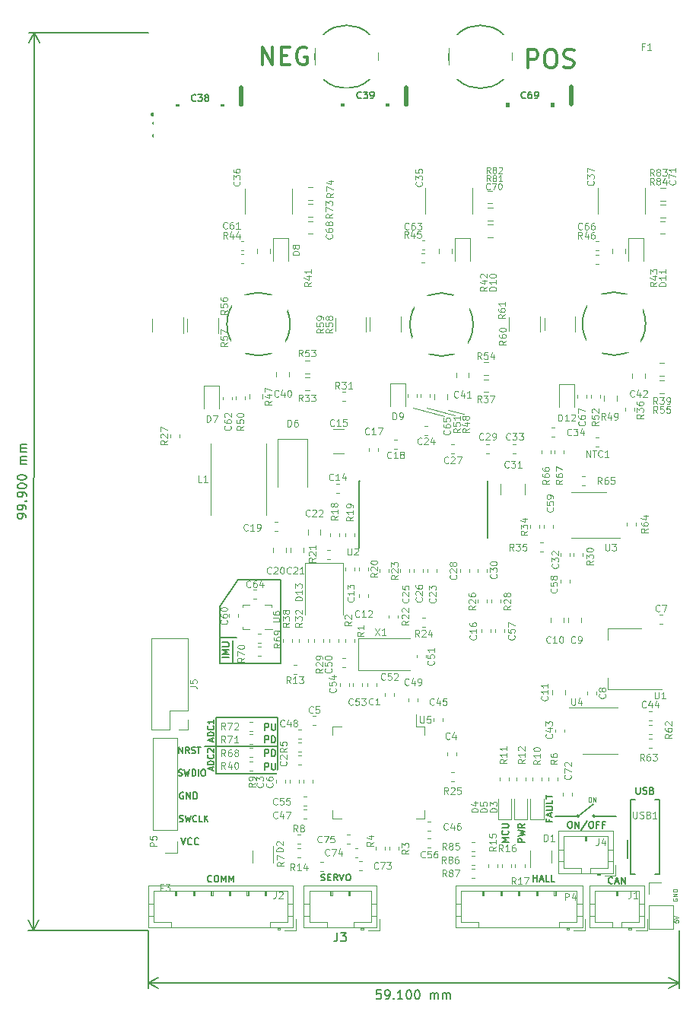
<source format=gbr>
G04 #@! TF.GenerationSoftware,KiCad,Pcbnew,(5.1.5-0-10_14)*
G04 #@! TF.CreationDate,2021-06-26T15:47:57+02:00*
G04 #@! TF.ProjectId,Cheap FOCer 2 60mm,43686561-7020-4464-9f43-657220322036,1.0*
G04 #@! TF.SameCoordinates,PX6979f40PYa1135a0*
G04 #@! TF.FileFunction,Legend,Top*
G04 #@! TF.FilePolarity,Positive*
%FSLAX46Y46*%
G04 Gerber Fmt 4.6, Leading zero omitted, Abs format (unit mm)*
G04 Created by KiCad (PCBNEW (5.1.5-0-10_14)) date 2021-06-26 15:47:57*
%MOMM*%
%LPD*%
G04 APERTURE LIST*
%ADD10C,0.100000*%
%ADD11C,0.150000*%
%ADD12C,0.175000*%
%ADD13C,0.187500*%
%ADD14C,0.140000*%
%ADD15C,0.300000*%
%ADD16C,0.120000*%
%ADD17C,0.500000*%
%ADD18C,0.381000*%
%ADD19C,1.200000*%
%ADD20O,1.200000X1.750000*%
%ADD21C,1.800000*%
%ADD22R,1.800000X1.800000*%
%ADD23R,0.450000X0.600000*%
%ADD24R,1.905000X2.000000*%
%ADD25O,1.905000X2.000000*%
%ADD26R,2.300000X2.500000*%
%ADD27R,1.800000X2.500000*%
%ADD28O,3.500000X3.500000*%
%ADD29R,0.675000X0.250000*%
%ADD30R,0.250000X0.675000*%
%ADD31O,1.700000X1.700000*%
%ADD32R,1.700000X1.700000*%
%ADD33O,1.350000X1.350000*%
%ADD34R,1.350000X1.350000*%
%ADD35R,7.000000X5.000000*%
%ADD36R,6.000000X6.500000*%
%ADD37R,2.000000X1.500000*%
%ADD38R,2.000000X3.800000*%
%ADD39R,0.300000X1.550000*%
%ADD40R,6.350000X3.610000*%
%ADD41C,2.000000*%
%ADD42R,5.900000X2.450000*%
%ADD43O,1.850000X0.850000*%
%ADD44C,0.840000*%
%ADD45R,0.840000X0.840000*%
%ADD46R,2.000000X2.400000*%
%ADD47R,0.400000X0.650000*%
%ADD48C,0.254000*%
G04 APERTURE END LIST*
D10*
X33400000Y57900000D02*
X35200000Y57500000D01*
X31000000Y58100000D02*
X34200000Y57300000D01*
X29500000Y58100000D02*
X33000000Y57200000D01*
D11*
X-13548293Y45905774D02*
X-13548246Y46096251D01*
X-13595841Y46191501D01*
X-13643448Y46239132D01*
X-13786281Y46334405D01*
X-13976746Y46382072D01*
X-14357698Y46382167D01*
X-14452948Y46334572D01*
X-14500579Y46286965D01*
X-14548222Y46191739D01*
X-14548270Y46001263D01*
X-14500674Y45906013D01*
X-14453067Y45858382D01*
X-14357841Y45810739D01*
X-14119746Y45810679D01*
X-14024496Y45858274D01*
X-13976865Y45905882D01*
X-13929222Y46001108D01*
X-13929174Y46191584D01*
X-13976770Y46286834D01*
X-14024377Y46334465D01*
X-14119603Y46382108D01*
X-13548055Y46858155D02*
X-13548007Y47048631D01*
X-13595603Y47143881D01*
X-13643210Y47191512D01*
X-13786043Y47286786D01*
X-13976507Y47334453D01*
X-14357460Y47334548D01*
X-14452710Y47286953D01*
X-14500341Y47239346D01*
X-14547984Y47144120D01*
X-14548031Y46953644D01*
X-14500436Y46858394D01*
X-14452829Y46810763D01*
X-14357603Y46763120D01*
X-14119508Y46763060D01*
X-14024258Y46810655D01*
X-13976627Y46858263D01*
X-13928984Y46953489D01*
X-13928936Y47143965D01*
X-13976531Y47239215D01*
X-14024138Y47286846D01*
X-14119365Y47334489D01*
X-13643067Y47762941D02*
X-13595436Y47810548D01*
X-13547829Y47762917D01*
X-13595460Y47715310D01*
X-13643067Y47762941D01*
X-13547829Y47762917D01*
X-13547698Y48286727D02*
X-13547650Y48477203D01*
X-13595245Y48572453D01*
X-13642852Y48620084D01*
X-13785686Y48715358D01*
X-13976150Y48763024D01*
X-14357102Y48763120D01*
X-14452352Y48715525D01*
X-14499983Y48667917D01*
X-14547626Y48572691D01*
X-14547674Y48382215D01*
X-14500079Y48286965D01*
X-14452471Y48239334D01*
X-14357245Y48191691D01*
X-14119150Y48191632D01*
X-14023900Y48239227D01*
X-13976269Y48286834D01*
X-13928626Y48382060D01*
X-13928579Y48572536D01*
X-13976174Y48667786D01*
X-14023781Y48715417D01*
X-14119007Y48763060D01*
X-14547424Y49382215D02*
X-14547400Y49477453D01*
X-14499757Y49572679D01*
X-14452126Y49620286D01*
X-14356876Y49667882D01*
X-14166388Y49715453D01*
X-13928293Y49715393D01*
X-13737828Y49667727D01*
X-13642602Y49620084D01*
X-13594995Y49572453D01*
X-13547400Y49477203D01*
X-13547424Y49381965D01*
X-13595066Y49286739D01*
X-13642697Y49239131D01*
X-13737947Y49191536D01*
X-13928436Y49143965D01*
X-14166531Y49144024D01*
X-14356995Y49191691D01*
X-14452221Y49239334D01*
X-14499828Y49286965D01*
X-14547424Y49382215D01*
X-14547185Y50334596D02*
X-14547161Y50429834D01*
X-14499518Y50525060D01*
X-14451888Y50572667D01*
X-14356638Y50620263D01*
X-14166149Y50667834D01*
X-13928054Y50667774D01*
X-13737590Y50620108D01*
X-13642364Y50572465D01*
X-13594757Y50524834D01*
X-13547161Y50429584D01*
X-13547185Y50334346D01*
X-13594828Y50239119D01*
X-13642459Y50191512D01*
X-13737709Y50143917D01*
X-13928197Y50096346D01*
X-14166292Y50096405D01*
X-14356757Y50144072D01*
X-14451983Y50191715D01*
X-14499590Y50239346D01*
X-14547185Y50334596D01*
X-13546804Y51858155D02*
X-14213471Y51858322D01*
X-14118232Y51858298D02*
X-14165840Y51905929D01*
X-14213435Y52001179D01*
X-14213399Y52144036D01*
X-14165756Y52239262D01*
X-14070506Y52286858D01*
X-13546697Y52286727D01*
X-14070506Y52286858D02*
X-14165732Y52334501D01*
X-14213328Y52429751D01*
X-14213292Y52572608D01*
X-14165649Y52667834D01*
X-14070399Y52715429D01*
X-13546589Y52715298D01*
X-13546470Y53191488D02*
X-14213137Y53191655D01*
X-14117899Y53191631D02*
X-14165506Y53239262D01*
X-14213101Y53334512D01*
X-14213065Y53477370D01*
X-14165422Y53572596D01*
X-14070172Y53620191D01*
X-13546363Y53620060D01*
X-14070172Y53620191D02*
X-14165399Y53667834D01*
X-14212994Y53763084D01*
X-14212958Y53905941D01*
X-14165315Y54001167D01*
X-14070065Y54048762D01*
X-13546256Y54048631D01*
X-12712161Y3181D02*
X-12687161Y99903181D01*
X0Y0D02*
X-13298581Y3328D01*
X25000Y99900000D02*
X-13273581Y99903328D01*
X-12687161Y99903181D02*
X-12101022Y98776531D01*
X-12687161Y99903181D02*
X-13273864Y98776824D01*
X-12712161Y3181D02*
X-12125458Y1129538D01*
X-12712161Y3181D02*
X-13298300Y1129831D01*
X9900000Y32600000D02*
X8000000Y32600000D01*
X9400000Y29700000D02*
X9400000Y32200000D01*
X10000000Y39000000D02*
X8000000Y36000000D01*
D12*
X7116666Y17800000D02*
X7116666Y18133334D01*
X7316666Y17733334D02*
X6616666Y17966667D01*
X7316666Y18200000D01*
X7316666Y18433334D02*
X6616666Y18433334D01*
X6616666Y18600000D01*
X6650000Y18700000D01*
X6716666Y18766667D01*
X6783333Y18800000D01*
X6916666Y18833334D01*
X7016666Y18833334D01*
X7150000Y18800000D01*
X7216666Y18766667D01*
X7283333Y18700000D01*
X7316666Y18600000D01*
X7316666Y18433334D01*
X7250000Y19533334D02*
X7283333Y19500000D01*
X7316666Y19400000D01*
X7316666Y19333334D01*
X7283333Y19233334D01*
X7216666Y19166667D01*
X7150000Y19133334D01*
X7016666Y19100000D01*
X6916666Y19100000D01*
X6783333Y19133334D01*
X6716666Y19166667D01*
X6650000Y19233334D01*
X6616666Y19333334D01*
X6616666Y19400000D01*
X6650000Y19500000D01*
X6683333Y19533334D01*
X6683333Y19800000D02*
X6650000Y19833334D01*
X6616666Y19900000D01*
X6616666Y20066667D01*
X6650000Y20133334D01*
X6683333Y20166667D01*
X6750000Y20200000D01*
X6816666Y20200000D01*
X6916666Y20166667D01*
X7316666Y19766667D01*
X7316666Y20200000D01*
X7116666Y21000000D02*
X7116666Y21333334D01*
X7316666Y20933334D02*
X6616666Y21166667D01*
X7316666Y21400000D01*
X7316666Y21633334D02*
X6616666Y21633334D01*
X6616666Y21800000D01*
X6650000Y21900000D01*
X6716666Y21966667D01*
X6783333Y22000000D01*
X6916666Y22033334D01*
X7016666Y22033334D01*
X7150000Y22000000D01*
X7216666Y21966667D01*
X7283333Y21900000D01*
X7316666Y21800000D01*
X7316666Y21633334D01*
X7250000Y22733334D02*
X7283333Y22700000D01*
X7316666Y22600000D01*
X7316666Y22533334D01*
X7283333Y22433334D01*
X7216666Y22366667D01*
X7150000Y22333334D01*
X7016666Y22300000D01*
X6916666Y22300000D01*
X6783333Y22333334D01*
X6716666Y22366667D01*
X6650000Y22433334D01*
X6616666Y22533334D01*
X6616666Y22600000D01*
X6650000Y22700000D01*
X6683333Y22733334D01*
X7316666Y23400000D02*
X7316666Y23000000D01*
X7316666Y23200000D02*
X6616666Y23200000D01*
X6716666Y23133334D01*
X6783333Y23066667D01*
X6816666Y23000000D01*
D11*
X14400000Y20500000D02*
X6300000Y20500000D01*
D13*
X13028571Y20860715D02*
X13028571Y21610715D01*
X13314285Y21610715D01*
X13385714Y21575000D01*
X13421428Y21539286D01*
X13457142Y21467858D01*
X13457142Y21360715D01*
X13421428Y21289286D01*
X13385714Y21253572D01*
X13314285Y21217858D01*
X13028571Y21217858D01*
X13778571Y20860715D02*
X13778571Y21610715D01*
X13957142Y21610715D01*
X14064285Y21575000D01*
X14135714Y21503572D01*
X14171428Y21432143D01*
X14207142Y21289286D01*
X14207142Y21182143D01*
X14171428Y21039286D01*
X14135714Y20967858D01*
X14064285Y20896429D01*
X13957142Y20860715D01*
X13778571Y20860715D01*
X13028571Y19360715D02*
X13028571Y20110715D01*
X13314285Y20110715D01*
X13385714Y20075000D01*
X13421428Y20039286D01*
X13457142Y19967858D01*
X13457142Y19860715D01*
X13421428Y19789286D01*
X13385714Y19753572D01*
X13314285Y19717858D01*
X13028571Y19717858D01*
X13778571Y19360715D02*
X13778571Y20110715D01*
X13957142Y20110715D01*
X14064285Y20075000D01*
X14135714Y20003572D01*
X14171428Y19932143D01*
X14207142Y19789286D01*
X14207142Y19682143D01*
X14171428Y19539286D01*
X14135714Y19467858D01*
X14064285Y19396429D01*
X13957142Y19360715D01*
X13778571Y19360715D01*
X13010714Y17860715D02*
X13010714Y18610715D01*
X13296428Y18610715D01*
X13367857Y18575000D01*
X13403571Y18539286D01*
X13439285Y18467858D01*
X13439285Y18360715D01*
X13403571Y18289286D01*
X13367857Y18253572D01*
X13296428Y18217858D01*
X13010714Y18217858D01*
X13760714Y18610715D02*
X13760714Y18003572D01*
X13796428Y17932143D01*
X13832142Y17896429D01*
X13903571Y17860715D01*
X14046428Y17860715D01*
X14117857Y17896429D01*
X14153571Y17932143D01*
X14189285Y18003572D01*
X14189285Y18610715D01*
X13010714Y22260715D02*
X13010714Y23010715D01*
X13296428Y23010715D01*
X13367857Y22975000D01*
X13403571Y22939286D01*
X13439285Y22867858D01*
X13439285Y22760715D01*
X13403571Y22689286D01*
X13367857Y22653572D01*
X13296428Y22617858D01*
X13010714Y22617858D01*
X13760714Y23010715D02*
X13760714Y22403572D01*
X13796428Y22332143D01*
X13832142Y22296429D01*
X13903571Y22260715D01*
X14046428Y22260715D01*
X14117857Y22296429D01*
X14153571Y22332143D01*
X14189285Y22403572D01*
X14189285Y23010715D01*
D11*
X7600000Y17400000D02*
X7600000Y23700000D01*
X14400000Y23700000D02*
X7600000Y23700000D01*
X14400000Y17400000D02*
X14400000Y23700000D01*
X7600000Y17400000D02*
X14400000Y17400000D01*
X9900000Y34300000D02*
X9800000Y34300000D01*
D13*
X9039285Y30378572D02*
X8289285Y30378572D01*
X9039285Y30735715D02*
X8289285Y30735715D01*
X8825000Y30985715D01*
X8289285Y31235715D01*
X9039285Y31235715D01*
X8289285Y31592858D02*
X8896428Y31592858D01*
X8967857Y31628572D01*
X9003571Y31664286D01*
X9039285Y31735715D01*
X9039285Y31878572D01*
X9003571Y31950000D01*
X8967857Y31985715D01*
X8896428Y32021429D01*
X8289285Y32021429D01*
D11*
X14800000Y39000000D02*
X10000000Y39000000D01*
X14800000Y29700000D02*
X14800000Y39000000D01*
X8100000Y29700000D02*
X14800000Y29700000D01*
X8000000Y36000000D02*
X8000000Y29700000D01*
D13*
X40139285Y9782143D02*
X39389285Y9782143D01*
X39925000Y10032143D01*
X39389285Y10282143D01*
X40139285Y10282143D01*
X40067857Y11067858D02*
X40103571Y11032143D01*
X40139285Y10925000D01*
X40139285Y10853572D01*
X40103571Y10746429D01*
X40032142Y10675000D01*
X39960714Y10639286D01*
X39817857Y10603572D01*
X39710714Y10603572D01*
X39567857Y10639286D01*
X39496428Y10675000D01*
X39425000Y10746429D01*
X39389285Y10853572D01*
X39389285Y10925000D01*
X39425000Y11032143D01*
X39460714Y11067858D01*
X39389285Y11389286D02*
X39996428Y11389286D01*
X40067857Y11425000D01*
X40103571Y11460715D01*
X40139285Y11532143D01*
X40139285Y11675000D01*
X40103571Y11746429D01*
X40067857Y11782143D01*
X39996428Y11817858D01*
X39389285Y11817858D01*
X44646428Y12303572D02*
X44646428Y12053572D01*
X45039285Y12053572D02*
X44289285Y12053572D01*
X44289285Y12410715D01*
X44825000Y12660715D02*
X44825000Y13017858D01*
X45039285Y12589286D02*
X44289285Y12839286D01*
X45039285Y13089286D01*
X44289285Y13339286D02*
X44896428Y13339286D01*
X44967857Y13375000D01*
X45003571Y13410715D01*
X45039285Y13482143D01*
X45039285Y13625000D01*
X45003571Y13696429D01*
X44967857Y13732143D01*
X44896428Y13767858D01*
X44289285Y13767858D01*
X45039285Y14482143D02*
X45039285Y14125000D01*
X44289285Y14125000D01*
X44289285Y14625000D02*
X44289285Y15053572D01*
X45039285Y14839286D02*
X44289285Y14839286D01*
X41939285Y9800000D02*
X41189285Y9800000D01*
X41189285Y10085715D01*
X41225000Y10157143D01*
X41260714Y10192858D01*
X41332142Y10228572D01*
X41439285Y10228572D01*
X41510714Y10192858D01*
X41546428Y10157143D01*
X41582142Y10085715D01*
X41582142Y9800000D01*
X41189285Y10478572D02*
X41939285Y10657143D01*
X41403571Y10800000D01*
X41939285Y10942858D01*
X41189285Y11121429D01*
X41939285Y11835715D02*
X41582142Y11585715D01*
X41939285Y11407143D02*
X41189285Y11407143D01*
X41189285Y11692858D01*
X41225000Y11764286D01*
X41260714Y11800000D01*
X41332142Y11835715D01*
X41439285Y11835715D01*
X41510714Y11800000D01*
X41546428Y11764286D01*
X41582142Y11692858D01*
X41582142Y11407143D01*
D10*
X49140476Y14773810D02*
X49235714Y14773810D01*
X49283333Y14750000D01*
X49330952Y14702381D01*
X49354761Y14607143D01*
X49354761Y14440477D01*
X49330952Y14345239D01*
X49283333Y14297620D01*
X49235714Y14273810D01*
X49140476Y14273810D01*
X49092857Y14297620D01*
X49045238Y14345239D01*
X49021428Y14440477D01*
X49021428Y14607143D01*
X49045238Y14702381D01*
X49092857Y14750000D01*
X49140476Y14773810D01*
X49569047Y14273810D02*
X49569047Y14773810D01*
X49854761Y14273810D01*
X49854761Y14773810D01*
D11*
X49791421Y12700000D02*
G75*
G03X49791421Y12700000I-141421J0D01*
G01*
X47991421Y12700000D02*
G75*
G03X47991421Y12700000I-141421J0D01*
G01*
X49650000Y12700000D02*
X52150000Y12700000D01*
X47850000Y12700000D02*
X49550000Y14000000D01*
X45350000Y12700000D02*
X47850000Y12700000D01*
D10*
X58450000Y3519048D02*
X58426190Y3471429D01*
X58426190Y3400000D01*
X58450000Y3328572D01*
X58497619Y3280953D01*
X58545238Y3257143D01*
X58640476Y3233334D01*
X58711904Y3233334D01*
X58807142Y3257143D01*
X58854761Y3280953D01*
X58902380Y3328572D01*
X58926190Y3400000D01*
X58926190Y3447620D01*
X58902380Y3519048D01*
X58878571Y3542858D01*
X58711904Y3542858D01*
X58711904Y3447620D01*
X58926190Y3757143D02*
X58426190Y3757143D01*
X58926190Y4042858D01*
X58426190Y4042858D01*
X58926190Y4280953D02*
X58426190Y4280953D01*
X58426190Y4400000D01*
X58450000Y4471429D01*
X58497619Y4519048D01*
X58545238Y4542858D01*
X58640476Y4566667D01*
X58711904Y4566667D01*
X58807142Y4542858D01*
X58854761Y4519048D01*
X58902380Y4471429D01*
X58926190Y4400000D01*
X58926190Y4280953D01*
X58526190Y1104762D02*
X58526190Y866667D01*
X58764285Y842858D01*
X58740476Y866667D01*
X58716666Y914286D01*
X58716666Y1033334D01*
X58740476Y1080953D01*
X58764285Y1104762D01*
X58811904Y1128572D01*
X58930952Y1128572D01*
X58978571Y1104762D01*
X59002380Y1080953D01*
X59026190Y1033334D01*
X59026190Y914286D01*
X59002380Y866667D01*
X58978571Y842858D01*
X58526190Y1271429D02*
X59026190Y1438096D01*
X58526190Y1604762D01*
D13*
X54353571Y15910715D02*
X54353571Y15303572D01*
X54389285Y15232143D01*
X54425000Y15196429D01*
X54496428Y15160715D01*
X54639285Y15160715D01*
X54710714Y15196429D01*
X54746428Y15232143D01*
X54782142Y15303572D01*
X54782142Y15910715D01*
X55103571Y15196429D02*
X55210714Y15160715D01*
X55389285Y15160715D01*
X55460714Y15196429D01*
X55496428Y15232143D01*
X55532142Y15303572D01*
X55532142Y15375000D01*
X55496428Y15446429D01*
X55460714Y15482143D01*
X55389285Y15517858D01*
X55246428Y15553572D01*
X55175000Y15589286D01*
X55139285Y15625000D01*
X55103571Y15696429D01*
X55103571Y15767858D01*
X55139285Y15839286D01*
X55175000Y15875000D01*
X55246428Y15910715D01*
X55425000Y15910715D01*
X55532142Y15875000D01*
X56103571Y15553572D02*
X56210714Y15517858D01*
X56246428Y15482143D01*
X56282142Y15410715D01*
X56282142Y15303572D01*
X56246428Y15232143D01*
X56210714Y15196429D01*
X56139285Y15160715D01*
X55853571Y15160715D01*
X55853571Y15910715D01*
X56103571Y15910715D01*
X56175000Y15875000D01*
X56210714Y15839286D01*
X56246428Y15767858D01*
X56246428Y15696429D01*
X56210714Y15625000D01*
X56175000Y15589286D01*
X56103571Y15553572D01*
X55853571Y15553572D01*
X46907142Y12110715D02*
X47050000Y12110715D01*
X47121428Y12075000D01*
X47192857Y12003572D01*
X47228571Y11860715D01*
X47228571Y11610715D01*
X47192857Y11467858D01*
X47121428Y11396429D01*
X47050000Y11360715D01*
X46907142Y11360715D01*
X46835714Y11396429D01*
X46764285Y11467858D01*
X46728571Y11610715D01*
X46728571Y11860715D01*
X46764285Y12003572D01*
X46835714Y12075000D01*
X46907142Y12110715D01*
X47550000Y11360715D02*
X47550000Y12110715D01*
X47978571Y11360715D01*
X47978571Y12110715D01*
X48871428Y12146429D02*
X48228571Y11182143D01*
X49264285Y12110715D02*
X49407142Y12110715D01*
X49478571Y12075000D01*
X49550000Y12003572D01*
X49585714Y11860715D01*
X49585714Y11610715D01*
X49550000Y11467858D01*
X49478571Y11396429D01*
X49407142Y11360715D01*
X49264285Y11360715D01*
X49192857Y11396429D01*
X49121428Y11467858D01*
X49085714Y11610715D01*
X49085714Y11860715D01*
X49121428Y12003572D01*
X49192857Y12075000D01*
X49264285Y12110715D01*
X50157142Y11753572D02*
X49907142Y11753572D01*
X49907142Y11360715D02*
X49907142Y12110715D01*
X50264285Y12110715D01*
X50800000Y11753572D02*
X50550000Y11753572D01*
X50550000Y11360715D02*
X50550000Y12110715D01*
X50907142Y12110715D01*
X51717857Y5232143D02*
X51682142Y5196429D01*
X51575000Y5160715D01*
X51503571Y5160715D01*
X51396428Y5196429D01*
X51325000Y5267858D01*
X51289285Y5339286D01*
X51253571Y5482143D01*
X51253571Y5589286D01*
X51289285Y5732143D01*
X51325000Y5803572D01*
X51396428Y5875000D01*
X51503571Y5910715D01*
X51575000Y5910715D01*
X51682142Y5875000D01*
X51717857Y5839286D01*
X52003571Y5375000D02*
X52360714Y5375000D01*
X51932142Y5160715D02*
X52182142Y5910715D01*
X52432142Y5160715D01*
X52682142Y5160715D02*
X52682142Y5910715D01*
X53110714Y5160715D01*
X53110714Y5910715D01*
X42857142Y5410715D02*
X42857142Y6160715D01*
X42857142Y5803572D02*
X43285714Y5803572D01*
X43285714Y5410715D02*
X43285714Y6160715D01*
X43607142Y5625000D02*
X43964285Y5625000D01*
X43535714Y5410715D02*
X43785714Y6160715D01*
X44035714Y5410715D01*
X44642857Y5410715D02*
X44285714Y5410715D01*
X44285714Y6160715D01*
X45250000Y5410715D02*
X44892857Y5410715D01*
X44892857Y6160715D01*
D14*
X19257142Y5586905D02*
X19364285Y5555953D01*
X19542857Y5555953D01*
X19614285Y5586905D01*
X19650000Y5617858D01*
X19685714Y5679762D01*
X19685714Y5741667D01*
X19650000Y5803572D01*
X19614285Y5834524D01*
X19542857Y5865477D01*
X19400000Y5896429D01*
X19328571Y5927381D01*
X19292857Y5958334D01*
X19257142Y6020239D01*
X19257142Y6082143D01*
X19292857Y6144048D01*
X19328571Y6175000D01*
X19400000Y6205953D01*
X19578571Y6205953D01*
X19685714Y6175000D01*
X20007142Y5896429D02*
X20257142Y5896429D01*
X20364285Y5555953D02*
X20007142Y5555953D01*
X20007142Y6205953D01*
X20364285Y6205953D01*
X21114285Y5555953D02*
X20864285Y5865477D01*
X20685714Y5555953D02*
X20685714Y6205953D01*
X20971428Y6205953D01*
X21042857Y6175000D01*
X21078571Y6144048D01*
X21114285Y6082143D01*
X21114285Y5989286D01*
X21078571Y5927381D01*
X21042857Y5896429D01*
X20971428Y5865477D01*
X20685714Y5865477D01*
X21328571Y6205953D02*
X21578571Y5555953D01*
X21828571Y6205953D01*
X22221428Y6205953D02*
X22364285Y6205953D01*
X22435714Y6175000D01*
X22507142Y6113096D01*
X22542857Y5989286D01*
X22542857Y5772620D01*
X22507142Y5648810D01*
X22435714Y5586905D01*
X22364285Y5555953D01*
X22221428Y5555953D01*
X22150000Y5586905D01*
X22078571Y5648810D01*
X22042857Y5772620D01*
X22042857Y5989286D01*
X22078571Y6113096D01*
X22150000Y6175000D01*
X22221428Y6205953D01*
D13*
X7082142Y5432143D02*
X7046428Y5396429D01*
X6939285Y5360715D01*
X6867857Y5360715D01*
X6760714Y5396429D01*
X6689285Y5467858D01*
X6653571Y5539286D01*
X6617857Y5682143D01*
X6617857Y5789286D01*
X6653571Y5932143D01*
X6689285Y6003572D01*
X6760714Y6075000D01*
X6867857Y6110715D01*
X6939285Y6110715D01*
X7046428Y6075000D01*
X7082142Y6039286D01*
X7546428Y6110715D02*
X7689285Y6110715D01*
X7760714Y6075000D01*
X7832142Y6003572D01*
X7867857Y5860715D01*
X7867857Y5610715D01*
X7832142Y5467858D01*
X7760714Y5396429D01*
X7689285Y5360715D01*
X7546428Y5360715D01*
X7475000Y5396429D01*
X7403571Y5467858D01*
X7367857Y5610715D01*
X7367857Y5860715D01*
X7403571Y6003572D01*
X7475000Y6075000D01*
X7546428Y6110715D01*
X8189285Y5360715D02*
X8189285Y6110715D01*
X8439285Y5575000D01*
X8689285Y6110715D01*
X8689285Y5360715D01*
X9046428Y5360715D02*
X9046428Y6110715D01*
X9296428Y5575000D01*
X9546428Y6110715D01*
X9546428Y5360715D01*
X3928571Y15325000D02*
X3857142Y15360715D01*
X3750000Y15360715D01*
X3642857Y15325000D01*
X3571428Y15253572D01*
X3535714Y15182143D01*
X3500000Y15039286D01*
X3500000Y14932143D01*
X3535714Y14789286D01*
X3571428Y14717858D01*
X3642857Y14646429D01*
X3750000Y14610715D01*
X3821428Y14610715D01*
X3928571Y14646429D01*
X3964285Y14682143D01*
X3964285Y14932143D01*
X3821428Y14932143D01*
X4285714Y14610715D02*
X4285714Y15360715D01*
X4714285Y14610715D01*
X4714285Y15360715D01*
X5071428Y14610715D02*
X5071428Y15360715D01*
X5250000Y15360715D01*
X5357142Y15325000D01*
X5428571Y15253572D01*
X5464285Y15182143D01*
X5500000Y15039286D01*
X5500000Y14932143D01*
X5464285Y14789286D01*
X5428571Y14717858D01*
X5357142Y14646429D01*
X5250000Y14610715D01*
X5071428Y14610715D01*
D12*
X3450000Y19683334D02*
X3450000Y20383334D01*
X3850000Y19683334D01*
X3850000Y20383334D01*
X4583333Y19683334D02*
X4350000Y20016667D01*
X4183333Y19683334D02*
X4183333Y20383334D01*
X4450000Y20383334D01*
X4516666Y20350000D01*
X4550000Y20316667D01*
X4583333Y20250000D01*
X4583333Y20150000D01*
X4550000Y20083334D01*
X4516666Y20050000D01*
X4450000Y20016667D01*
X4183333Y20016667D01*
X4850000Y19716667D02*
X4950000Y19683334D01*
X5116666Y19683334D01*
X5183333Y19716667D01*
X5216666Y19750000D01*
X5250000Y19816667D01*
X5250000Y19883334D01*
X5216666Y19950000D01*
X5183333Y19983334D01*
X5116666Y20016667D01*
X4983333Y20050000D01*
X4916666Y20083334D01*
X4883333Y20116667D01*
X4850000Y20183334D01*
X4850000Y20250000D01*
X4883333Y20316667D01*
X4916666Y20350000D01*
X4983333Y20383334D01*
X5150000Y20383334D01*
X5250000Y20350000D01*
X5450000Y20383334D02*
X5850000Y20383334D01*
X5650000Y19683334D02*
X5650000Y20383334D01*
D15*
X42276190Y95995239D02*
X42276190Y97995239D01*
X43038095Y97995239D01*
X43228571Y97900000D01*
X43323809Y97804762D01*
X43419047Y97614286D01*
X43419047Y97328572D01*
X43323809Y97138096D01*
X43228571Y97042858D01*
X43038095Y96947620D01*
X42276190Y96947620D01*
X44657142Y97995239D02*
X45038095Y97995239D01*
X45228571Y97900000D01*
X45419047Y97709524D01*
X45514285Y97328572D01*
X45514285Y96661905D01*
X45419047Y96280953D01*
X45228571Y96090477D01*
X45038095Y95995239D01*
X44657142Y95995239D01*
X44466666Y96090477D01*
X44276190Y96280953D01*
X44180952Y96661905D01*
X44180952Y97328572D01*
X44276190Y97709524D01*
X44466666Y97900000D01*
X44657142Y97995239D01*
X46276190Y96090477D02*
X46561904Y95995239D01*
X47038095Y95995239D01*
X47228571Y96090477D01*
X47323809Y96185715D01*
X47419047Y96376191D01*
X47419047Y96566667D01*
X47323809Y96757143D01*
X47228571Y96852381D01*
X47038095Y96947620D01*
X46657142Y97042858D01*
X46466666Y97138096D01*
X46371428Y97233334D01*
X46276190Y97423810D01*
X46276190Y97614286D01*
X46371428Y97804762D01*
X46466666Y97900000D01*
X46657142Y97995239D01*
X47133333Y97995239D01*
X47419047Y97900000D01*
D13*
X3700000Y10260715D02*
X3950000Y9510715D01*
X4200000Y10260715D01*
X4878571Y9582143D02*
X4842857Y9546429D01*
X4735714Y9510715D01*
X4664285Y9510715D01*
X4557142Y9546429D01*
X4485714Y9617858D01*
X4450000Y9689286D01*
X4414285Y9832143D01*
X4414285Y9939286D01*
X4450000Y10082143D01*
X4485714Y10153572D01*
X4557142Y10225000D01*
X4664285Y10260715D01*
X4735714Y10260715D01*
X4842857Y10225000D01*
X4878571Y10189286D01*
X5628571Y9582143D02*
X5592857Y9546429D01*
X5485714Y9510715D01*
X5414285Y9510715D01*
X5307142Y9546429D01*
X5235714Y9617858D01*
X5200000Y9689286D01*
X5164285Y9832143D01*
X5164285Y9939286D01*
X5200000Y10082143D01*
X5235714Y10153572D01*
X5307142Y10225000D01*
X5414285Y10260715D01*
X5485714Y10260715D01*
X5592857Y10225000D01*
X5628571Y10189286D01*
D15*
X12723809Y96295239D02*
X12723809Y98295239D01*
X13866666Y96295239D01*
X13866666Y98295239D01*
X14819047Y97342858D02*
X15485714Y97342858D01*
X15771428Y96295239D02*
X14819047Y96295239D01*
X14819047Y98295239D01*
X15771428Y98295239D01*
X17676190Y98200000D02*
X17485714Y98295239D01*
X17200000Y98295239D01*
X16914285Y98200000D01*
X16723809Y98009524D01*
X16628571Y97819048D01*
X16533333Y97438096D01*
X16533333Y97152381D01*
X16628571Y96771429D01*
X16723809Y96580953D01*
X16914285Y96390477D01*
X17200000Y96295239D01*
X17390476Y96295239D01*
X17676190Y96390477D01*
X17771428Y96485715D01*
X17771428Y97152381D01*
X17390476Y97152381D01*
D11*
X3516666Y12116667D02*
X3616666Y12083334D01*
X3783333Y12083334D01*
X3850000Y12116667D01*
X3883333Y12150000D01*
X3916666Y12216667D01*
X3916666Y12283334D01*
X3883333Y12350000D01*
X3850000Y12383334D01*
X3783333Y12416667D01*
X3650000Y12450000D01*
X3583333Y12483334D01*
X3550000Y12516667D01*
X3516666Y12583334D01*
X3516666Y12650000D01*
X3550000Y12716667D01*
X3583333Y12750000D01*
X3650000Y12783334D01*
X3816666Y12783334D01*
X3916666Y12750000D01*
X4150000Y12783334D02*
X4316666Y12083334D01*
X4450000Y12583334D01*
X4583333Y12083334D01*
X4750000Y12783334D01*
X5416666Y12150000D02*
X5383333Y12116667D01*
X5283333Y12083334D01*
X5216666Y12083334D01*
X5116666Y12116667D01*
X5050000Y12183334D01*
X5016666Y12250000D01*
X4983333Y12383334D01*
X4983333Y12483334D01*
X5016666Y12616667D01*
X5050000Y12683334D01*
X5116666Y12750000D01*
X5216666Y12783334D01*
X5283333Y12783334D01*
X5383333Y12750000D01*
X5416666Y12716667D01*
X6050000Y12083334D02*
X5716666Y12083334D01*
X5716666Y12783334D01*
X6283333Y12083334D02*
X6283333Y12783334D01*
X6683333Y12083334D02*
X6383333Y12483334D01*
X6683333Y12783334D02*
X6283333Y12383334D01*
D12*
X3416666Y17216667D02*
X3516666Y17183334D01*
X3683333Y17183334D01*
X3750000Y17216667D01*
X3783333Y17250000D01*
X3816666Y17316667D01*
X3816666Y17383334D01*
X3783333Y17450000D01*
X3750000Y17483334D01*
X3683333Y17516667D01*
X3550000Y17550000D01*
X3483333Y17583334D01*
X3450000Y17616667D01*
X3416666Y17683334D01*
X3416666Y17750000D01*
X3450000Y17816667D01*
X3483333Y17850000D01*
X3550000Y17883334D01*
X3716666Y17883334D01*
X3816666Y17850000D01*
X4050000Y17883334D02*
X4216666Y17183334D01*
X4350000Y17683334D01*
X4483333Y17183334D01*
X4650000Y17883334D01*
X4916666Y17183334D02*
X4916666Y17883334D01*
X5083333Y17883334D01*
X5183333Y17850000D01*
X5250000Y17783334D01*
X5283333Y17716667D01*
X5316666Y17583334D01*
X5316666Y17483334D01*
X5283333Y17350000D01*
X5250000Y17283334D01*
X5183333Y17216667D01*
X5083333Y17183334D01*
X4916666Y17183334D01*
X5616666Y17183334D02*
X5616666Y17883334D01*
X6083333Y17883334D02*
X6216666Y17883334D01*
X6283333Y17850000D01*
X6350000Y17783334D01*
X6383333Y17650000D01*
X6383333Y17416667D01*
X6350000Y17283334D01*
X6283333Y17216667D01*
X6216666Y17183334D01*
X6083333Y17183334D01*
X6016666Y17216667D01*
X5950000Y17283334D01*
X5916666Y17416667D01*
X5916666Y17650000D01*
X5950000Y17783334D01*
X6016666Y17850000D01*
X6083333Y17883334D01*
D11*
X25930952Y-6652380D02*
X25454761Y-6652380D01*
X25407142Y-7128571D01*
X25454761Y-7080952D01*
X25550000Y-7033333D01*
X25788095Y-7033333D01*
X25883333Y-7080952D01*
X25930952Y-7128571D01*
X25978571Y-7223809D01*
X25978571Y-7461904D01*
X25930952Y-7557142D01*
X25883333Y-7604761D01*
X25788095Y-7652380D01*
X25550000Y-7652380D01*
X25454761Y-7604761D01*
X25407142Y-7557142D01*
X26454761Y-7652380D02*
X26645238Y-7652380D01*
X26740476Y-7604761D01*
X26788095Y-7557142D01*
X26883333Y-7414285D01*
X26930952Y-7223809D01*
X26930952Y-6842857D01*
X26883333Y-6747619D01*
X26835714Y-6700000D01*
X26740476Y-6652380D01*
X26550000Y-6652380D01*
X26454761Y-6700000D01*
X26407142Y-6747619D01*
X26359523Y-6842857D01*
X26359523Y-7080952D01*
X26407142Y-7176190D01*
X26454761Y-7223809D01*
X26550000Y-7271428D01*
X26740476Y-7271428D01*
X26835714Y-7223809D01*
X26883333Y-7176190D01*
X26930952Y-7080952D01*
X27359523Y-7557142D02*
X27407142Y-7604761D01*
X27359523Y-7652380D01*
X27311904Y-7604761D01*
X27359523Y-7557142D01*
X27359523Y-7652380D01*
X28359523Y-7652380D02*
X27788095Y-7652380D01*
X28073809Y-7652380D02*
X28073809Y-6652380D01*
X27978571Y-6795238D01*
X27883333Y-6890476D01*
X27788095Y-6938095D01*
X28978571Y-6652380D02*
X29073809Y-6652380D01*
X29169047Y-6700000D01*
X29216666Y-6747619D01*
X29264285Y-6842857D01*
X29311904Y-7033333D01*
X29311904Y-7271428D01*
X29264285Y-7461904D01*
X29216666Y-7557142D01*
X29169047Y-7604761D01*
X29073809Y-7652380D01*
X28978571Y-7652380D01*
X28883333Y-7604761D01*
X28835714Y-7557142D01*
X28788095Y-7461904D01*
X28740476Y-7271428D01*
X28740476Y-7033333D01*
X28788095Y-6842857D01*
X28835714Y-6747619D01*
X28883333Y-6700000D01*
X28978571Y-6652380D01*
X29930952Y-6652380D02*
X30026190Y-6652380D01*
X30121428Y-6700000D01*
X30169047Y-6747619D01*
X30216666Y-6842857D01*
X30264285Y-7033333D01*
X30264285Y-7271428D01*
X30216666Y-7461904D01*
X30169047Y-7557142D01*
X30121428Y-7604761D01*
X30026190Y-7652380D01*
X29930952Y-7652380D01*
X29835714Y-7604761D01*
X29788095Y-7557142D01*
X29740476Y-7461904D01*
X29692857Y-7271428D01*
X29692857Y-7033333D01*
X29740476Y-6842857D01*
X29788095Y-6747619D01*
X29835714Y-6700000D01*
X29930952Y-6652380D01*
X31454761Y-7652380D02*
X31454761Y-6985714D01*
X31454761Y-7080952D02*
X31502380Y-7033333D01*
X31597619Y-6985714D01*
X31740476Y-6985714D01*
X31835714Y-7033333D01*
X31883333Y-7128571D01*
X31883333Y-7652380D01*
X31883333Y-7128571D02*
X31930952Y-7033333D01*
X32026190Y-6985714D01*
X32169047Y-6985714D01*
X32264285Y-7033333D01*
X32311904Y-7128571D01*
X32311904Y-7652380D01*
X32788095Y-7652380D02*
X32788095Y-6985714D01*
X32788095Y-7080952D02*
X32835714Y-7033333D01*
X32930952Y-6985714D01*
X33073809Y-6985714D01*
X33169047Y-7033333D01*
X33216666Y-7128571D01*
X33216666Y-7652380D01*
X33216666Y-7128571D02*
X33264285Y-7033333D01*
X33359523Y-6985714D01*
X33502380Y-6985714D01*
X33597619Y-7033333D01*
X33645238Y-7128571D01*
X33645238Y-7652380D01*
X0Y-5900000D02*
X59100000Y-5900000D01*
X0Y0D02*
X0Y-6486421D01*
X59100000Y0D02*
X59100000Y-6486421D01*
X59100000Y-5900000D02*
X57973496Y-6486421D01*
X59100000Y-5900000D02*
X57973496Y-5313579D01*
X0Y-5900000D02*
X1126504Y-6486421D01*
X0Y-5900000D02*
X1126504Y-5313579D01*
D16*
X25460000Y290000D02*
X25460000Y5010000D01*
X25460000Y5010000D02*
X17340000Y5010000D01*
X17340000Y5010000D02*
X17340000Y290000D01*
X17340000Y290000D02*
X25460000Y290000D01*
X23700000Y290000D02*
X23700000Y90000D01*
X23700000Y90000D02*
X24000000Y90000D01*
X24000000Y90000D02*
X24000000Y290000D01*
X23700000Y190000D02*
X24000000Y190000D01*
X22900000Y290000D02*
X22900000Y900000D01*
X22900000Y900000D02*
X24850000Y900000D01*
X24850000Y900000D02*
X24850000Y4400000D01*
X24850000Y4400000D02*
X17950000Y4400000D01*
X17950000Y4400000D02*
X17950000Y900000D01*
X17950000Y900000D02*
X19900000Y900000D01*
X19900000Y900000D02*
X19900000Y290000D01*
X25460000Y1600000D02*
X24850000Y1600000D01*
X25460000Y2900000D02*
X24850000Y2900000D01*
X17340000Y1600000D02*
X17950000Y1600000D01*
X17340000Y2900000D02*
X17950000Y2900000D01*
X22500000Y4400000D02*
X22500000Y3900000D01*
X22500000Y3900000D02*
X22300000Y3900000D01*
X22300000Y3900000D02*
X22300000Y4400000D01*
X22400000Y4400000D02*
X22400000Y3900000D01*
X20500000Y4400000D02*
X20500000Y3900000D01*
X20500000Y3900000D02*
X20300000Y3900000D01*
X20300000Y3900000D02*
X20300000Y4400000D01*
X20400000Y4400000D02*
X20400000Y3900000D01*
X24510000Y-10000D02*
X25760000Y-10000D01*
X25760000Y-10000D02*
X25760000Y1240000D01*
D17*
X47136600Y93900000D02*
X47136600Y91900000D01*
D18*
X37236600Y90900000D02*
X47836600Y90900000D01*
X45036600Y92900000D02*
X45036600Y90900000D01*
X40036600Y92900000D02*
X40036600Y90900000D01*
D17*
X28736600Y93812700D02*
X28736600Y91812700D01*
D18*
X18836600Y90812700D02*
X29436600Y90812700D01*
X26636600Y92812700D02*
X26636600Y90812700D01*
X21636600Y92812700D02*
X21636600Y90812700D01*
D17*
X10336600Y93800000D02*
X10336600Y91800000D01*
D18*
X436600Y90800000D02*
X11036600Y90800000D01*
X8236600Y92800000D02*
X8236600Y90800000D01*
X3236600Y92800000D02*
X3236600Y90800000D01*
D16*
X7950000Y60600000D02*
X7950000Y58050000D01*
X6250000Y60600000D02*
X6250000Y58050000D01*
X7950000Y60600000D02*
X6250000Y60600000D01*
X21750000Y40850000D02*
X21750000Y35150000D01*
X17450000Y40850000D02*
X17450000Y35150000D01*
X21750000Y40850000D02*
X17450000Y40850000D01*
X36037221Y5790000D02*
X36362779Y5790000D01*
X36037221Y6810000D02*
X36362779Y6810000D01*
X36037221Y7290000D02*
X36362779Y7290000D01*
X36037221Y8310000D02*
X36362779Y8310000D01*
X36037221Y8765000D02*
X36362779Y8765000D01*
X36037221Y9785000D02*
X36362779Y9785000D01*
X22149721Y9590000D02*
X22475279Y9590000D01*
X22149721Y10610000D02*
X22475279Y10610000D01*
X23037221Y8090000D02*
X23362779Y8090000D01*
X23037221Y9110000D02*
X23362779Y9110000D01*
X23487221Y6640000D02*
X23812779Y6640000D01*
X23487221Y7660000D02*
X23812779Y7660000D01*
X46165000Y15262779D02*
X46165000Y14937221D01*
X47185000Y15262779D02*
X47185000Y14937221D01*
X57061422Y79340000D02*
X57578578Y79340000D01*
X57061422Y80760000D02*
X57578578Y80760000D01*
X57061422Y81190000D02*
X57578578Y81190000D01*
X57061422Y82610000D02*
X57578578Y82610000D01*
X37803922Y80890000D02*
X38321078Y80890000D01*
X37803922Y82310000D02*
X38321078Y82310000D01*
X37841422Y78990000D02*
X38358578Y78990000D01*
X37841422Y80410000D02*
X38358578Y80410000D01*
X57558578Y78910000D02*
X57041422Y78910000D01*
X57558578Y77490000D02*
X57041422Y77490000D01*
X38358578Y78510000D02*
X37841422Y78510000D01*
X38358578Y77090000D02*
X37841422Y77090000D01*
X47450000Y60800000D02*
X47450000Y58250000D01*
X45750000Y60800000D02*
X45750000Y58250000D01*
X47450000Y60800000D02*
X45750000Y60800000D01*
X55150000Y77000000D02*
X55150000Y74450000D01*
X53450000Y77000000D02*
X53450000Y74450000D01*
X55150000Y77000000D02*
X53450000Y77000000D01*
X35850000Y77000000D02*
X35850000Y74450000D01*
X34150000Y77000000D02*
X34150000Y74450000D01*
X35850000Y77000000D02*
X34150000Y77000000D01*
X41960000Y48497936D02*
X41960000Y49702064D01*
X39240000Y48497936D02*
X39240000Y49702064D01*
X20597936Y53040000D02*
X21802064Y53040000D01*
X20597936Y55760000D02*
X21802064Y55760000D01*
X28650000Y60850000D02*
X28650000Y58300000D01*
X26950000Y60850000D02*
X26950000Y58300000D01*
X28650000Y60850000D02*
X26950000Y60850000D01*
X17841422Y81290000D02*
X18358578Y81290000D01*
X17841422Y82710000D02*
X18358578Y82710000D01*
X8340000Y59362779D02*
X8340000Y59037221D01*
X9360000Y59362779D02*
X9360000Y59037221D01*
X10810000Y59375279D02*
X10810000Y59049721D01*
X9790000Y59375279D02*
X9790000Y59049721D01*
X17841422Y79390000D02*
X18358578Y79390000D01*
X17841422Y80810000D02*
X18358578Y80810000D01*
X11290000Y59658578D02*
X11290000Y59141422D01*
X12710000Y59658578D02*
X12710000Y59141422D01*
X15650000Y77000000D02*
X15650000Y74450000D01*
X13950000Y77000000D02*
X13950000Y74450000D01*
X15650000Y77000000D02*
X13950000Y77000000D01*
X18358578Y78910000D02*
X17841422Y78910000D01*
X18358578Y77490000D02*
X17841422Y77490000D01*
X17750000Y54700000D02*
X17750000Y49300000D01*
X14450000Y54700000D02*
X14450000Y49300000D01*
X17750000Y54700000D02*
X14450000Y54700000D01*
X11662779Y23210000D02*
X11337221Y23210000D01*
X11662779Y22190000D02*
X11337221Y22190000D01*
X11340953Y20756268D02*
X11666511Y20756268D01*
X11340953Y21776268D02*
X11666511Y21776268D01*
X11290953Y19256268D02*
X11616511Y19256268D01*
X11290953Y20276268D02*
X11616511Y20276268D01*
X11287221Y17790000D02*
X11612779Y17790000D01*
X11287221Y18810000D02*
X11612779Y18810000D01*
X47790000Y59562779D02*
X47790000Y59237221D01*
X48810000Y59562779D02*
X48810000Y59237221D01*
X50162779Y76660000D02*
X49837221Y76660000D01*
X50162779Y75640000D02*
X49837221Y75640000D01*
X28890000Y59662779D02*
X28890000Y59337221D01*
X29910000Y59662779D02*
X29910000Y59337221D01*
X30812779Y76760000D02*
X30487221Y76760000D01*
X30812779Y75740000D02*
X30487221Y75740000D01*
X10662779Y76710000D02*
X10337221Y76710000D01*
X10662779Y75690000D02*
X10337221Y75690000D01*
D10*
X10550000Y33510000D02*
X10550000Y33730000D01*
X11270000Y33510000D02*
X10550000Y33510000D01*
X10550000Y36210000D02*
X11270000Y36210000D01*
X10550000Y35990000D02*
X10550000Y36210000D01*
X13750000Y36210000D02*
X13750000Y35990000D01*
X13750000Y36210000D02*
X13030000Y36210000D01*
X13850000Y33510000D02*
X13030000Y33510000D01*
D16*
X12237221Y30540000D02*
X12562779Y30540000D01*
X12237221Y31560000D02*
X12562779Y31560000D01*
X12562779Y33010000D02*
X12237221Y33010000D01*
X12562779Y31990000D02*
X12237221Y31990000D01*
X11737221Y36890000D02*
X12062779Y36890000D01*
X11737221Y37910000D02*
X12062779Y37910000D01*
X10010000Y34837221D02*
X10010000Y35162779D01*
X8990000Y34837221D02*
X8990000Y35162779D01*
X16460000Y-10000D02*
X16460000Y1240000D01*
X15210000Y-10000D02*
X16460000Y-10000D01*
X3100000Y4400000D02*
X3100000Y3900000D01*
X3000000Y3900000D02*
X3000000Y4400000D01*
X3200000Y3900000D02*
X3000000Y3900000D01*
X3200000Y4400000D02*
X3200000Y3900000D01*
X5100000Y4400000D02*
X5100000Y3900000D01*
X5000000Y3900000D02*
X5000000Y4400000D01*
X5200000Y3900000D02*
X5000000Y3900000D01*
X5200000Y4400000D02*
X5200000Y3900000D01*
X7100000Y4400000D02*
X7100000Y3900000D01*
X7000000Y3900000D02*
X7000000Y4400000D01*
X7200000Y3900000D02*
X7000000Y3900000D01*
X7200000Y4400000D02*
X7200000Y3900000D01*
X9100000Y4400000D02*
X9100000Y3900000D01*
X9000000Y3900000D02*
X9000000Y4400000D01*
X9200000Y3900000D02*
X9000000Y3900000D01*
X9200000Y4400000D02*
X9200000Y3900000D01*
X11100000Y4400000D02*
X11100000Y3900000D01*
X11000000Y3900000D02*
X11000000Y4400000D01*
X11200000Y3900000D02*
X11000000Y3900000D01*
X11200000Y4400000D02*
X11200000Y3900000D01*
X13100000Y4400000D02*
X13100000Y3900000D01*
X13000000Y3900000D02*
X13000000Y4400000D01*
X13200000Y3900000D02*
X13000000Y3900000D01*
X13200000Y4400000D02*
X13200000Y3900000D01*
X40000Y2900000D02*
X650000Y2900000D01*
X40000Y1600000D02*
X650000Y1600000D01*
X16160000Y2900000D02*
X15550000Y2900000D01*
X16160000Y1600000D02*
X15550000Y1600000D01*
X2600000Y900000D02*
X2600000Y290000D01*
X650000Y900000D02*
X2600000Y900000D01*
X650000Y4400000D02*
X650000Y900000D01*
X15550000Y4400000D02*
X650000Y4400000D01*
X15550000Y900000D02*
X15550000Y4400000D01*
X13600000Y900000D02*
X15550000Y900000D01*
X13600000Y290000D02*
X13600000Y900000D01*
X14400000Y190000D02*
X14700000Y190000D01*
X14700000Y90000D02*
X14700000Y290000D01*
X14400000Y90000D02*
X14700000Y90000D01*
X14400000Y290000D02*
X14400000Y90000D01*
X40000Y290000D02*
X16160000Y290000D01*
X40000Y5010000D02*
X40000Y290000D01*
X16160000Y5010000D02*
X40000Y5010000D01*
X16160000Y290000D02*
X16160000Y5010000D01*
X48360000Y290000D02*
X48360000Y5010000D01*
X48360000Y5010000D02*
X34240000Y5010000D01*
X34240000Y5010000D02*
X34240000Y290000D01*
X34240000Y290000D02*
X48360000Y290000D01*
X46600000Y290000D02*
X46600000Y90000D01*
X46600000Y90000D02*
X46900000Y90000D01*
X46900000Y90000D02*
X46900000Y290000D01*
X46600000Y190000D02*
X46900000Y190000D01*
X45800000Y290000D02*
X45800000Y900000D01*
X45800000Y900000D02*
X47750000Y900000D01*
X47750000Y900000D02*
X47750000Y4400000D01*
X47750000Y4400000D02*
X34850000Y4400000D01*
X34850000Y4400000D02*
X34850000Y900000D01*
X34850000Y900000D02*
X36800000Y900000D01*
X36800000Y900000D02*
X36800000Y290000D01*
X48360000Y1600000D02*
X47750000Y1600000D01*
X48360000Y2900000D02*
X47750000Y2900000D01*
X34240000Y1600000D02*
X34850000Y1600000D01*
X34240000Y2900000D02*
X34850000Y2900000D01*
X45400000Y4400000D02*
X45400000Y3900000D01*
X45400000Y3900000D02*
X45200000Y3900000D01*
X45200000Y3900000D02*
X45200000Y4400000D01*
X45300000Y4400000D02*
X45300000Y3900000D01*
X43400000Y4400000D02*
X43400000Y3900000D01*
X43400000Y3900000D02*
X43200000Y3900000D01*
X43200000Y3900000D02*
X43200000Y4400000D01*
X43300000Y4400000D02*
X43300000Y3900000D01*
X41400000Y4400000D02*
X41400000Y3900000D01*
X41400000Y3900000D02*
X41200000Y3900000D01*
X41200000Y3900000D02*
X41200000Y4400000D01*
X41300000Y4400000D02*
X41300000Y3900000D01*
X39400000Y4400000D02*
X39400000Y3900000D01*
X39400000Y3900000D02*
X39200000Y3900000D01*
X39200000Y3900000D02*
X39200000Y4400000D01*
X39300000Y4400000D02*
X39300000Y3900000D01*
X37400000Y4400000D02*
X37400000Y3900000D01*
X37400000Y3900000D02*
X37200000Y3900000D01*
X37200000Y3900000D02*
X37200000Y4400000D01*
X37300000Y4400000D02*
X37300000Y3900000D01*
X47410000Y-10000D02*
X48660000Y-10000D01*
X48660000Y-10000D02*
X48660000Y1240000D01*
X55260000Y290000D02*
X55260000Y5010000D01*
X55260000Y5010000D02*
X49140000Y5010000D01*
X49140000Y5010000D02*
X49140000Y290000D01*
X49140000Y290000D02*
X55260000Y290000D01*
X53500000Y290000D02*
X53500000Y90000D01*
X53500000Y90000D02*
X53800000Y90000D01*
X53800000Y90000D02*
X53800000Y290000D01*
X53500000Y190000D02*
X53800000Y190000D01*
X52700000Y290000D02*
X52700000Y900000D01*
X52700000Y900000D02*
X54650000Y900000D01*
X54650000Y900000D02*
X54650000Y4400000D01*
X54650000Y4400000D02*
X49750000Y4400000D01*
X49750000Y4400000D02*
X49750000Y900000D01*
X49750000Y900000D02*
X51700000Y900000D01*
X51700000Y900000D02*
X51700000Y290000D01*
X55260000Y1600000D02*
X54650000Y1600000D01*
X55260000Y2900000D02*
X54650000Y2900000D01*
X49140000Y1600000D02*
X49750000Y1600000D01*
X49140000Y2900000D02*
X49750000Y2900000D01*
X52300000Y4400000D02*
X52300000Y3900000D01*
X52300000Y3900000D02*
X52100000Y3900000D01*
X52100000Y3900000D02*
X52100000Y4400000D01*
X52200000Y4400000D02*
X52200000Y3900000D01*
X54310000Y-10000D02*
X55560000Y-10000D01*
X55560000Y-10000D02*
X55560000Y1240000D01*
X52060000Y6040000D02*
X52060000Y7290000D01*
X50810000Y6040000D02*
X52060000Y6040000D01*
X48700000Y10450000D02*
X48700000Y9950000D01*
X48600000Y9950000D02*
X48600000Y10450000D01*
X48800000Y9950000D02*
X48600000Y9950000D01*
X48800000Y10450000D02*
X48800000Y9950000D01*
X45640000Y8950000D02*
X46250000Y8950000D01*
X45640000Y7650000D02*
X46250000Y7650000D01*
X51760000Y8950000D02*
X51150000Y8950000D01*
X51760000Y7650000D02*
X51150000Y7650000D01*
X48200000Y6950000D02*
X48200000Y6340000D01*
X46250000Y6950000D02*
X48200000Y6950000D01*
X46250000Y10450000D02*
X46250000Y6950000D01*
X51150000Y10450000D02*
X46250000Y10450000D01*
X51150000Y6950000D02*
X51150000Y10450000D01*
X49200000Y6950000D02*
X51150000Y6950000D01*
X49200000Y6340000D02*
X49200000Y6950000D01*
X50000000Y6240000D02*
X50300000Y6240000D01*
X50300000Y6140000D02*
X50300000Y6340000D01*
X50000000Y6140000D02*
X50300000Y6140000D01*
X50000000Y6340000D02*
X50000000Y6140000D01*
X45640000Y6340000D02*
X51760000Y6340000D01*
X45640000Y11060000D02*
X45640000Y6340000D01*
X51760000Y11060000D02*
X45640000Y11060000D01*
X51760000Y6340000D02*
X51760000Y11060000D01*
X50310000Y59237221D02*
X50310000Y59562779D01*
X49290000Y59237221D02*
X49290000Y59562779D01*
X37858578Y63210000D02*
X37341422Y63210000D01*
X37858578Y61790000D02*
X37341422Y61790000D01*
X24390001Y27480293D02*
X24390001Y27154735D01*
X25410001Y27480293D02*
X25410001Y27154735D01*
X16512779Y29560000D02*
X16187221Y29560000D01*
X16512779Y28540000D02*
X16187221Y28540000D01*
X17810000Y32037221D02*
X17810000Y32362779D01*
X16790000Y32037221D02*
X16790000Y32362779D01*
X30910000Y30337221D02*
X30910000Y30662779D01*
X29890000Y30337221D02*
X29890000Y30662779D01*
X29835358Y22652513D02*
X29835358Y23992513D01*
X30785358Y22652513D02*
X29835358Y22652513D01*
X30785358Y21702513D02*
X30785358Y22652513D01*
X30785358Y12432513D02*
X29835358Y12432513D01*
X30785358Y13382513D02*
X30785358Y12432513D01*
X20565358Y22652513D02*
X21515358Y22652513D01*
X20565358Y21702513D02*
X20565358Y22652513D01*
X20565358Y12432513D02*
X21515358Y12432513D01*
X20565358Y13382513D02*
X20565358Y12432513D01*
X26390000Y26362779D02*
X26390000Y26037221D01*
X27410000Y26362779D02*
X27410000Y26037221D01*
X30390000Y59337221D02*
X30390000Y59662779D01*
X31410000Y59337221D02*
X31410000Y59662779D01*
X56087779Y21310000D02*
X55762221Y21310000D01*
X56087779Y20290000D02*
X55762221Y20290000D01*
X3230000Y8570000D02*
X1900000Y8570000D01*
X3230000Y9900000D02*
X3230000Y8570000D01*
X3230000Y11170000D02*
X570000Y11170000D01*
X570000Y11170000D02*
X570000Y21390000D01*
X3230000Y11170000D02*
X3230000Y21390000D01*
X3230000Y21390000D02*
X570000Y21390000D01*
X40890000Y7362779D02*
X40890000Y7037221D01*
X41910000Y7362779D02*
X41910000Y7037221D01*
X27412221Y53590000D02*
X27737779Y53590000D01*
X27412221Y54610000D02*
X27737779Y54610000D01*
X16737221Y21339999D02*
X17062779Y21339999D01*
X16737221Y22359999D02*
X17062779Y22359999D01*
X21310000Y43837221D02*
X21310000Y44162779D01*
X20290000Y43837221D02*
X20290000Y44162779D01*
X19912221Y42310000D02*
X20237779Y42310000D01*
X19912221Y41290000D02*
X20237779Y41290000D01*
X26810000Y39837221D02*
X26810000Y40162779D01*
X25790000Y39837221D02*
X25790000Y40162779D01*
X15385000Y42041422D02*
X15385000Y42558578D01*
X13965000Y42041422D02*
X13965000Y42558578D01*
X43637221Y42140000D02*
X43962779Y42140000D01*
X43637221Y43160000D02*
X43962779Y43160000D01*
X10790000Y82553248D02*
X10790000Y79721752D01*
X16010000Y82553248D02*
X16010000Y79721752D01*
X4460000Y22340000D02*
X3400000Y22340000D01*
X4460000Y23400000D02*
X4460000Y22340000D01*
X2400000Y22340000D02*
X340000Y22340000D01*
X2400000Y24400000D02*
X2400000Y22340000D01*
X4460000Y24400000D02*
X2400000Y24400000D01*
X340000Y22340000D02*
X340000Y32460000D01*
X4460000Y24400000D02*
X4460000Y32460000D01*
X4460000Y32460000D02*
X340000Y32460000D01*
X16810000Y16437221D02*
X16810000Y16762779D01*
X15790000Y16437221D02*
X15790000Y16762779D01*
D11*
X25612834Y97200000D02*
G75*
G03X25612834Y97200000I-3512834J0D01*
G01*
D16*
X42540000Y45062779D02*
X42540000Y44737221D01*
X43560000Y45062779D02*
X43560000Y44737221D01*
X53090000Y58162779D02*
X53090000Y57837221D01*
X54110000Y58162779D02*
X54110000Y57837221D01*
X46765000Y34758578D02*
X46765000Y34241422D01*
X48185000Y34758578D02*
X48185000Y34241422D01*
D11*
X40512834Y97200000D02*
G75*
G03X40512834Y97200000I-3512834J0D01*
G01*
D16*
X25390000Y9262779D02*
X25390000Y8937221D01*
X26410000Y9262779D02*
X26410000Y8937221D01*
X49837221Y74140000D02*
X50162779Y74140000D01*
X49837221Y75160000D02*
X50162779Y75160000D01*
X35760000Y40162779D02*
X35760000Y39837221D01*
X34740000Y40162779D02*
X34740000Y39837221D01*
X21962779Y59910000D02*
X21637221Y59910000D01*
X21962779Y58890000D02*
X21637221Y58890000D01*
X23010000Y43837221D02*
X23010000Y44162779D01*
X21990000Y43837221D02*
X21990000Y44162779D01*
X16937779Y9110000D02*
X16612221Y9110000D01*
X16937779Y8090000D02*
X16612221Y8090000D01*
D11*
X15812834Y67450000D02*
G75*
G03X15812834Y67450000I-3512834J0D01*
G01*
D16*
X23490000Y40375279D02*
X23490000Y40049721D01*
X24510000Y40375279D02*
X24510000Y40049721D01*
X28135000Y69452064D02*
X28135000Y65347936D01*
X24715000Y69452064D02*
X24715000Y65347936D01*
X20190000Y32362779D02*
X20190000Y32037221D01*
X21210000Y32362779D02*
X21210000Y32037221D01*
X36690000Y39837221D02*
X36690000Y40162779D01*
X37710000Y39837221D02*
X37710000Y40162779D01*
X44815000Y34758578D02*
X44815000Y34241422D01*
X46235000Y34758578D02*
X46235000Y34241422D01*
X43635000Y69452064D02*
X43635000Y65347936D01*
X40215000Y69452064D02*
X40215000Y65347936D01*
X14462779Y44390000D02*
X14137221Y44390000D01*
X14462779Y45410000D02*
X14137221Y45410000D01*
X30837779Y34810000D02*
X30512221Y34810000D01*
X30837779Y33790000D02*
X30512221Y33790000D01*
X33749721Y53090000D02*
X34075279Y53090000D01*
X33749721Y54110000D02*
X34075279Y54110000D01*
X31790000Y23562779D02*
X31790000Y23237221D01*
X32810000Y23562779D02*
X32810000Y23237221D01*
X19537779Y7610000D02*
X19212221Y7610000D01*
X19537779Y6590000D02*
X19212221Y6590000D01*
D11*
X36187834Y67400000D02*
G75*
G03X36187834Y67400000I-3512834J0D01*
G01*
D16*
X18310000Y16437221D02*
X18310000Y16762779D01*
X17290000Y16437221D02*
X17290000Y16762779D01*
X27785000Y34737221D02*
X27785000Y35062779D01*
X26765000Y34737221D02*
X26765000Y35062779D01*
X48890000Y26562779D02*
X48890000Y26237221D01*
X49910000Y26562779D02*
X49910000Y26237221D01*
X16737221Y18389999D02*
X17062779Y18389999D01*
X16737221Y19409999D02*
X17062779Y19409999D01*
X21990000Y32362779D02*
X21990000Y32037221D01*
X23010000Y32362779D02*
X23010000Y32037221D01*
X42010000Y16637221D02*
X42010000Y16962779D01*
X40990000Y16637221D02*
X40990000Y16962779D01*
X23010000Y40037221D02*
X23010000Y40362779D01*
X21990000Y40037221D02*
X21990000Y40362779D01*
X30437221Y74290000D02*
X30762779Y74290000D01*
X30437221Y75310000D02*
X30762779Y75310000D01*
X31137221Y9190000D02*
X31462779Y9190000D01*
X31137221Y10210000D02*
X31462779Y10210000D01*
X10662779Y75210000D02*
X10337221Y75210000D01*
X10662779Y74190000D02*
X10337221Y74190000D01*
X19510000Y32037221D02*
X19510000Y32362779D01*
X18490000Y32037221D02*
X18490000Y32362779D01*
X17337221Y12390000D02*
X17662779Y12390000D01*
X17337221Y13410000D02*
X17662779Y13410000D01*
X29590000Y40162779D02*
X29590000Y39837221D01*
X30610000Y40162779D02*
X30610000Y39837221D01*
X32110000Y40162779D02*
X32110000Y39837221D01*
X31090000Y40162779D02*
X31090000Y39837221D01*
X2490000Y55162779D02*
X2490000Y54837221D01*
X3510000Y55162779D02*
X3510000Y54837221D01*
X14290000Y16762779D02*
X14290000Y16437221D01*
X15310000Y16762779D02*
X15310000Y16437221D01*
X16937779Y10610000D02*
X16612221Y10610000D01*
X16937779Y9590000D02*
X16612221Y9590000D01*
D11*
X55387834Y67500000D02*
G75*
G03X55387834Y67500000I-3512834J0D01*
G01*
D16*
X50325000Y24760000D02*
X46875000Y24760000D01*
X50325000Y24760000D02*
X52275000Y24760000D01*
X50325000Y19640000D02*
X48375000Y19640000D01*
X50325000Y19640000D02*
X52275000Y19640000D01*
X17062778Y20910000D02*
X16737220Y20910000D01*
X17062778Y19890000D02*
X16737220Y19890000D01*
X37890000Y7362779D02*
X37890000Y7037221D01*
X38910000Y7362779D02*
X38910000Y7037221D01*
X40210000Y16637221D02*
X40210000Y16962779D01*
X39190000Y16637221D02*
X39190000Y16962779D01*
X56087779Y24335000D02*
X55762221Y24335000D01*
X56087779Y23315000D02*
X55762221Y23315000D01*
X21962779Y30260000D02*
X21637221Y30260000D01*
X21962779Y29240000D02*
X21637221Y29240000D01*
X26890000Y9262779D02*
X26890000Y8937221D01*
X27910000Y9262779D02*
X27910000Y8937221D01*
X57150000Y26790000D02*
X51140000Y26790000D01*
X54900000Y33610000D02*
X51140000Y33610000D01*
X51140000Y26790000D02*
X51140000Y28050000D01*
X51140000Y33610000D02*
X51140000Y32350000D01*
X16010000Y32037221D02*
X16010000Y32362779D01*
X14990000Y32037221D02*
X14990000Y32362779D01*
X30787221Y55090000D02*
X31112779Y55090000D01*
X30787221Y56110000D02*
X31112779Y56110000D01*
X17638136Y14852516D02*
X17312578Y14852516D01*
X17638136Y13832516D02*
X17312578Y13832516D01*
X28090000Y40162779D02*
X28090000Y39837221D01*
X29110000Y40162779D02*
X29110000Y39837221D01*
X24510000Y37037221D02*
X24510000Y37362779D01*
X23490000Y37037221D02*
X23490000Y37362779D01*
X39390000Y7362779D02*
X39390000Y7037221D01*
X40410000Y7362779D02*
X40410000Y7037221D01*
X25610000Y53337221D02*
X25610000Y53662779D01*
X24590000Y53337221D02*
X24590000Y53662779D01*
X46335000Y22037221D02*
X46335000Y22362779D01*
X45315000Y22037221D02*
X45315000Y22362779D01*
X57262779Y35110000D02*
X56937221Y35110000D01*
X57262779Y34090000D02*
X56937221Y34090000D01*
X44590000Y16962779D02*
X44590000Y16637221D01*
X45610000Y16962779D02*
X45610000Y16637221D01*
X28990000Y25762779D02*
X28990000Y25437221D01*
X30010000Y25762779D02*
X30010000Y25437221D01*
X18662779Y23860000D02*
X18337221Y23860000D01*
X18662779Y22840000D02*
X18337221Y22840000D01*
X21390357Y27480295D02*
X21390357Y27154737D01*
X22410357Y27480295D02*
X22410357Y27154737D01*
X33290000Y19762779D02*
X33290000Y19437221D01*
X34310000Y19762779D02*
X34310000Y19437221D01*
X21262779Y49710000D02*
X20937221Y49710000D01*
X21262779Y48690000D02*
X20937221Y48690000D01*
X22790357Y27480296D02*
X22790357Y27154738D01*
X23810357Y27480296D02*
X23810357Y27154738D01*
X55762221Y21789999D02*
X56087779Y21789999D01*
X55762221Y22809999D02*
X56087779Y22809999D01*
X31462779Y12109999D02*
X31137221Y12109999D01*
X31462779Y11089999D02*
X31137221Y11089999D01*
X57458578Y61210000D02*
X56941422Y61210000D01*
X57458578Y59790000D02*
X56941422Y59790000D01*
X45890000Y41637221D02*
X45890000Y41962779D01*
X46910000Y41637221D02*
X46910000Y41962779D01*
X37710000Y36437221D02*
X37710000Y36762779D01*
X36690000Y36437221D02*
X36690000Y36762779D01*
X38160000Y33137221D02*
X38160000Y33462779D01*
X37140000Y33137221D02*
X37140000Y33462779D01*
X46410000Y26241422D02*
X46410000Y26758578D01*
X44990000Y26241422D02*
X44990000Y26758578D01*
X57458578Y63110000D02*
X56941422Y63110000D01*
X57458578Y61690000D02*
X56941422Y61690000D01*
X48410000Y41637221D02*
X48410000Y41962779D01*
X47390000Y41637221D02*
X47390000Y41962779D01*
X49837221Y53790000D02*
X50162779Y53790000D01*
X49837221Y54810000D02*
X50162779Y54810000D01*
X55770000Y5330000D02*
X57100000Y5330000D01*
X55770000Y4000000D02*
X55770000Y5330000D01*
X55770000Y2730000D02*
X58430000Y2730000D01*
X58430000Y2730000D02*
X58430000Y130000D01*
X55770000Y2730000D02*
X55770000Y130000D01*
X55770000Y130000D02*
X58430000Y130000D01*
X39660000Y33137221D02*
X39660000Y33462779D01*
X38640000Y33137221D02*
X38640000Y33462779D01*
D11*
X23535000Y49975000D02*
X23542500Y49975000D01*
X37785000Y49975000D02*
X37777500Y49975000D01*
X37785000Y43625000D02*
X37777500Y43625000D01*
X23460000Y42550000D02*
X23460000Y49975000D01*
X37785000Y43625000D02*
X37785000Y49975000D01*
D16*
X51690000Y75858578D02*
X51690000Y75341422D01*
X53110000Y75858578D02*
X53110000Y75341422D01*
X37858578Y61310000D02*
X37341422Y61310000D01*
X37858578Y59890000D02*
X37341422Y59890000D01*
X14290000Y62158578D02*
X14290000Y61641422D01*
X15710000Y62158578D02*
X15710000Y61641422D01*
X34290000Y62058578D02*
X34290000Y61541422D01*
X35710000Y62058578D02*
X35710000Y61541422D01*
X39210000Y36437221D02*
X39210000Y36762779D01*
X38190000Y36437221D02*
X38190000Y36762779D01*
X46910000Y38637221D02*
X46910000Y38962779D01*
X45890000Y38637221D02*
X45890000Y38962779D01*
X48337221Y49490000D02*
X48662779Y49490000D01*
X48337221Y50510000D02*
X48662779Y50510000D01*
X43810001Y16637221D02*
X43810001Y16962779D01*
X42790001Y16637221D02*
X42790001Y16962779D01*
X44090000Y45075278D02*
X44090000Y44749720D01*
X45110000Y45075278D02*
X45110000Y44749720D01*
X44035001Y12315000D02*
X44035001Y14600000D01*
X42565001Y12315000D02*
X44035001Y12315000D01*
X42565001Y14600000D02*
X42565001Y12315000D01*
X53890000Y61958578D02*
X53890000Y61441422D01*
X55310000Y61958578D02*
X55310000Y61441422D01*
X17958578Y61510000D02*
X17441422Y61510000D01*
X17958578Y60090000D02*
X17441422Y60090000D01*
X49100000Y48760000D02*
X47150000Y48760000D01*
X49100000Y48760000D02*
X51050000Y48760000D01*
X49100000Y43640000D02*
X47150000Y43640000D01*
X49100000Y43640000D02*
X52550000Y43640000D01*
X17958578Y63410000D02*
X17441422Y63410000D01*
X17958578Y61990000D02*
X17441422Y61990000D01*
X53290000Y45037221D02*
X53290000Y45362779D01*
X54310000Y45037221D02*
X54310000Y45362779D01*
X46310000Y53037221D02*
X46310000Y53362779D01*
X45290000Y53037221D02*
X45290000Y53362779D01*
X43790000Y53049721D02*
X43790000Y53375279D01*
X44810000Y53049721D02*
X44810000Y53375279D01*
X33810000Y75858578D02*
X33810000Y75341422D01*
X32390000Y75858578D02*
X32390000Y75341422D01*
X31890000Y59621078D02*
X31890000Y59103922D01*
X33310000Y59621078D02*
X33310000Y59103922D01*
X17790000Y44558578D02*
X17790000Y44041422D01*
X19210000Y44558578D02*
X19210000Y44041422D01*
X7000000Y54200000D02*
X7000000Y46200000D01*
X13200000Y54200000D02*
X13200000Y46200000D01*
X12190000Y75858578D02*
X12190000Y75341422D01*
X13610000Y75858578D02*
X13610000Y75341422D01*
D11*
X53420000Y8050000D02*
X53420000Y10050000D01*
X56920000Y14500000D02*
X56445000Y14500000D01*
X56920000Y6200000D02*
X56920000Y14500000D01*
X56445000Y6200000D02*
X56920000Y6200000D01*
X53720000Y14500000D02*
X54195000Y14500000D01*
X53720000Y6200000D02*
X53720000Y14500000D01*
X54195000Y6200000D02*
X53720000Y6200000D01*
D16*
X42235000Y12315000D02*
X42235000Y14600000D01*
X40765000Y12315000D02*
X42235000Y12315000D01*
X40765000Y14600000D02*
X40765000Y12315000D01*
X24285000Y69452064D02*
X24285000Y65347936D01*
X20865000Y69452064D02*
X20865000Y65347936D01*
X23450000Y28900000D02*
X29200000Y28900000D01*
X23450000Y32500000D02*
X23450000Y28900000D01*
X29200000Y32500000D02*
X23450000Y32500000D01*
X44885000Y7500000D02*
X44885000Y8900000D01*
X42565000Y8900000D02*
X42565000Y7000000D01*
X11615000Y8900000D02*
X11615000Y7500000D01*
X13935000Y7500000D02*
X13935000Y9400000D01*
X40435000Y12315000D02*
X40435000Y14600000D01*
X38965000Y12315000D02*
X40435000Y12315000D01*
X38965000Y14600000D02*
X38965000Y12315000D01*
X50090000Y82578248D02*
X50090000Y79746752D01*
X55310000Y82578248D02*
X55310000Y79746752D01*
X44937221Y54890000D02*
X45262779Y54890000D01*
X44937221Y55910000D02*
X45262779Y55910000D01*
X40637221Y53090000D02*
X40962779Y53090000D01*
X40637221Y54110000D02*
X40962779Y54110000D01*
X7810000Y69352064D02*
X7810000Y65247936D01*
X4390000Y69352064D02*
X4390000Y65247936D01*
X37962779Y54110000D02*
X37637221Y54110000D01*
X37962779Y53090000D02*
X37637221Y53090000D01*
X3910000Y69352064D02*
X3910000Y65247936D01*
X490000Y69352064D02*
X490000Y65247936D01*
X33737221Y16590000D02*
X34062779Y16590000D01*
X33737221Y17610000D02*
X34062779Y17610000D01*
X47535000Y69452064D02*
X47535000Y65347936D01*
X44115000Y69452064D02*
X44115000Y65347936D01*
X17285000Y42041422D02*
X17285000Y42558578D01*
X15865000Y42041422D02*
X15865000Y42558578D01*
X50790000Y59458578D02*
X50790000Y58941422D01*
X52210000Y59458578D02*
X52210000Y58941422D01*
X30890000Y82578248D02*
X30890000Y79746752D01*
X36110000Y82578248D02*
X36110000Y79746752D01*
D11*
X21066666Y-252380D02*
X21066666Y-966666D01*
X21019047Y-1109523D01*
X20923809Y-1204761D01*
X20780952Y-1252380D01*
X20685714Y-1252380D01*
X21447619Y-252380D02*
X22066666Y-252380D01*
X21733333Y-633333D01*
X21876190Y-633333D01*
X21971428Y-680952D01*
X22019047Y-728571D01*
X22066666Y-823809D01*
X22066666Y-1061904D01*
X22019047Y-1157142D01*
X21971428Y-1204761D01*
X21876190Y-1252380D01*
X21590476Y-1252380D01*
X21495238Y-1204761D01*
X21447619Y-1157142D01*
X42017857Y92632143D02*
X41982142Y92596429D01*
X41875000Y92560715D01*
X41803571Y92560715D01*
X41696428Y92596429D01*
X41625000Y92667858D01*
X41589285Y92739286D01*
X41553571Y92882143D01*
X41553571Y92989286D01*
X41589285Y93132143D01*
X41625000Y93203572D01*
X41696428Y93275000D01*
X41803571Y93310715D01*
X41875000Y93310715D01*
X41982142Y93275000D01*
X42017857Y93239286D01*
X42660714Y93310715D02*
X42517857Y93310715D01*
X42446428Y93275000D01*
X42410714Y93239286D01*
X42339285Y93132143D01*
X42303571Y92989286D01*
X42303571Y92703572D01*
X42339285Y92632143D01*
X42375000Y92596429D01*
X42446428Y92560715D01*
X42589285Y92560715D01*
X42660714Y92596429D01*
X42696428Y92632143D01*
X42732142Y92703572D01*
X42732142Y92882143D01*
X42696428Y92953572D01*
X42660714Y92989286D01*
X42589285Y93025000D01*
X42446428Y93025000D01*
X42375000Y92989286D01*
X42339285Y92953572D01*
X42303571Y92882143D01*
X43089285Y92560715D02*
X43232142Y92560715D01*
X43303571Y92596429D01*
X43339285Y92632143D01*
X43410714Y92739286D01*
X43446428Y92882143D01*
X43446428Y93167858D01*
X43410714Y93239286D01*
X43375000Y93275000D01*
X43303571Y93310715D01*
X43160714Y93310715D01*
X43089285Y93275000D01*
X43053571Y93239286D01*
X43017857Y93167858D01*
X43017857Y92989286D01*
X43053571Y92917858D01*
X43089285Y92882143D01*
X43160714Y92846429D01*
X43303571Y92846429D01*
X43375000Y92882143D01*
X43410714Y92917858D01*
X43446428Y92989286D01*
D15*
X36792857Y90021429D02*
X37721428Y90021429D01*
X37221428Y89450000D01*
X37435714Y89450000D01*
X37578571Y89378572D01*
X37650000Y89307143D01*
X37721428Y89164286D01*
X37721428Y88807143D01*
X37650000Y88664286D01*
X37578571Y88592858D01*
X37435714Y88521429D01*
X37007142Y88521429D01*
X36864285Y88592858D01*
X36792857Y88664286D01*
X38221428Y90021429D02*
X39150000Y90021429D01*
X38650000Y89450000D01*
X38864285Y89450000D01*
X39007142Y89378572D01*
X39078571Y89307143D01*
X39150000Y89164286D01*
X39150000Y88807143D01*
X39078571Y88664286D01*
X39007142Y88592858D01*
X38864285Y88521429D01*
X38435714Y88521429D01*
X38292857Y88592858D01*
X38221428Y88664286D01*
X40078571Y90021429D02*
X40221428Y90021429D01*
X40364285Y89950000D01*
X40435714Y89878572D01*
X40507142Y89735715D01*
X40578571Y89450000D01*
X40578571Y89092858D01*
X40507142Y88807143D01*
X40435714Y88664286D01*
X40364285Y88592858D01*
X40221428Y88521429D01*
X40078571Y88521429D01*
X39935714Y88592858D01*
X39864285Y88664286D01*
X39792857Y88807143D01*
X39721428Y89092858D01*
X39721428Y89450000D01*
X39792857Y89735715D01*
X39864285Y89878572D01*
X39935714Y89950000D01*
X40078571Y90021429D01*
X41864285Y89521429D02*
X41864285Y88521429D01*
X41221428Y89521429D02*
X41221428Y88735715D01*
X41292857Y88592858D01*
X41435714Y88521429D01*
X41650000Y88521429D01*
X41792857Y88592858D01*
X41864285Y88664286D01*
X42650000Y88592858D02*
X42650000Y88521429D01*
X42578571Y88378572D01*
X42507142Y88307143D01*
X45078571Y90021429D02*
X44792857Y90021429D01*
X44650000Y89950000D01*
X44578571Y89878572D01*
X44435714Y89664286D01*
X44364285Y89378572D01*
X44364285Y88807143D01*
X44435714Y88664286D01*
X44507142Y88592858D01*
X44650000Y88521429D01*
X44935714Y88521429D01*
X45078571Y88592858D01*
X45150000Y88664286D01*
X45221428Y88807143D01*
X45221428Y89164286D01*
X45150000Y89307143D01*
X45078571Y89378572D01*
X44935714Y89450000D01*
X44650000Y89450000D01*
X44507142Y89378572D01*
X44435714Y89307143D01*
X44364285Y89164286D01*
X45721428Y90021429D02*
X46650000Y90021429D01*
X46150000Y89450000D01*
X46364285Y89450000D01*
X46507142Y89378572D01*
X46578571Y89307143D01*
X46650000Y89164286D01*
X46650000Y88807143D01*
X46578571Y88664286D01*
X46507142Y88592858D01*
X46364285Y88521429D01*
X45935714Y88521429D01*
X45792857Y88592858D01*
X45721428Y88664286D01*
X47078571Y90021429D02*
X47578571Y88521429D01*
X48078571Y90021429D01*
D11*
X23717857Y92632143D02*
X23682142Y92596429D01*
X23575000Y92560715D01*
X23503571Y92560715D01*
X23396428Y92596429D01*
X23325000Y92667858D01*
X23289285Y92739286D01*
X23253571Y92882143D01*
X23253571Y92989286D01*
X23289285Y93132143D01*
X23325000Y93203572D01*
X23396428Y93275000D01*
X23503571Y93310715D01*
X23575000Y93310715D01*
X23682142Y93275000D01*
X23717857Y93239286D01*
X23967857Y93310715D02*
X24432142Y93310715D01*
X24182142Y93025000D01*
X24289285Y93025000D01*
X24360714Y92989286D01*
X24396428Y92953572D01*
X24432142Y92882143D01*
X24432142Y92703572D01*
X24396428Y92632143D01*
X24360714Y92596429D01*
X24289285Y92560715D01*
X24075000Y92560715D01*
X24003571Y92596429D01*
X23967857Y92632143D01*
X24789285Y92560715D02*
X24932142Y92560715D01*
X25003571Y92596429D01*
X25039285Y92632143D01*
X25110714Y92739286D01*
X25146428Y92882143D01*
X25146428Y93167858D01*
X25110714Y93239286D01*
X25075000Y93275000D01*
X25003571Y93310715D01*
X24860714Y93310715D01*
X24789285Y93275000D01*
X24753571Y93239286D01*
X24717857Y93167858D01*
X24717857Y92989286D01*
X24753571Y92917858D01*
X24789285Y92882143D01*
X24860714Y92846429D01*
X25003571Y92846429D01*
X25075000Y92882143D01*
X25110714Y92917858D01*
X25146428Y92989286D01*
D15*
X18592857Y90121429D02*
X19521428Y90121429D01*
X19021428Y89550000D01*
X19235714Y89550000D01*
X19378571Y89478572D01*
X19450000Y89407143D01*
X19521428Y89264286D01*
X19521428Y88907143D01*
X19450000Y88764286D01*
X19378571Y88692858D01*
X19235714Y88621429D01*
X18807142Y88621429D01*
X18664285Y88692858D01*
X18592857Y88764286D01*
X20021428Y90121429D02*
X20950000Y90121429D01*
X20450000Y89550000D01*
X20664285Y89550000D01*
X20807142Y89478572D01*
X20878571Y89407143D01*
X20950000Y89264286D01*
X20950000Y88907143D01*
X20878571Y88764286D01*
X20807142Y88692858D01*
X20664285Y88621429D01*
X20235714Y88621429D01*
X20092857Y88692858D01*
X20021428Y88764286D01*
X21878571Y90121429D02*
X22021428Y90121429D01*
X22164285Y90050000D01*
X22235714Y89978572D01*
X22307142Y89835715D01*
X22378571Y89550000D01*
X22378571Y89192858D01*
X22307142Y88907143D01*
X22235714Y88764286D01*
X22164285Y88692858D01*
X22021428Y88621429D01*
X21878571Y88621429D01*
X21735714Y88692858D01*
X21664285Y88764286D01*
X21592857Y88907143D01*
X21521428Y89192858D01*
X21521428Y89550000D01*
X21592857Y89835715D01*
X21664285Y89978572D01*
X21735714Y90050000D01*
X21878571Y90121429D01*
X23664285Y89621429D02*
X23664285Y88621429D01*
X23021428Y89621429D02*
X23021428Y88835715D01*
X23092857Y88692858D01*
X23235714Y88621429D01*
X23450000Y88621429D01*
X23592857Y88692858D01*
X23664285Y88764286D01*
X24450000Y88692858D02*
X24450000Y88621429D01*
X24378571Y88478572D01*
X24307142Y88407143D01*
X26878571Y90121429D02*
X26592857Y90121429D01*
X26450000Y90050000D01*
X26378571Y89978572D01*
X26235714Y89764286D01*
X26164285Y89478572D01*
X26164285Y88907143D01*
X26235714Y88764286D01*
X26307142Y88692858D01*
X26450000Y88621429D01*
X26735714Y88621429D01*
X26878571Y88692858D01*
X26950000Y88764286D01*
X27021428Y88907143D01*
X27021428Y89264286D01*
X26950000Y89407143D01*
X26878571Y89478572D01*
X26735714Y89550000D01*
X26450000Y89550000D01*
X26307142Y89478572D01*
X26235714Y89407143D01*
X26164285Y89264286D01*
X27521428Y90121429D02*
X28450000Y90121429D01*
X27950000Y89550000D01*
X28164285Y89550000D01*
X28307142Y89478572D01*
X28378571Y89407143D01*
X28450000Y89264286D01*
X28450000Y88907143D01*
X28378571Y88764286D01*
X28307142Y88692858D01*
X28164285Y88621429D01*
X27735714Y88621429D01*
X27592857Y88692858D01*
X27521428Y88764286D01*
X28878571Y90121429D02*
X29378571Y88621429D01*
X29878571Y90121429D01*
D11*
X5317857Y92332143D02*
X5282142Y92296429D01*
X5175000Y92260715D01*
X5103571Y92260715D01*
X4996428Y92296429D01*
X4925000Y92367858D01*
X4889285Y92439286D01*
X4853571Y92582143D01*
X4853571Y92689286D01*
X4889285Y92832143D01*
X4925000Y92903572D01*
X4996428Y92975000D01*
X5103571Y93010715D01*
X5175000Y93010715D01*
X5282142Y92975000D01*
X5317857Y92939286D01*
X5567857Y93010715D02*
X6032142Y93010715D01*
X5782142Y92725000D01*
X5889285Y92725000D01*
X5960714Y92689286D01*
X5996428Y92653572D01*
X6032142Y92582143D01*
X6032142Y92403572D01*
X5996428Y92332143D01*
X5960714Y92296429D01*
X5889285Y92260715D01*
X5675000Y92260715D01*
X5603571Y92296429D01*
X5567857Y92332143D01*
X6460714Y92689286D02*
X6389285Y92725000D01*
X6353571Y92760715D01*
X6317857Y92832143D01*
X6317857Y92867858D01*
X6353571Y92939286D01*
X6389285Y92975000D01*
X6460714Y93010715D01*
X6603571Y93010715D01*
X6675000Y92975000D01*
X6710714Y92939286D01*
X6746428Y92867858D01*
X6746428Y92832143D01*
X6710714Y92760715D01*
X6675000Y92725000D01*
X6603571Y92689286D01*
X6460714Y92689286D01*
X6389285Y92653572D01*
X6353571Y92617858D01*
X6317857Y92546429D01*
X6317857Y92403572D01*
X6353571Y92332143D01*
X6389285Y92296429D01*
X6460714Y92260715D01*
X6603571Y92260715D01*
X6675000Y92296429D01*
X6710714Y92332143D01*
X6746428Y92403572D01*
X6746428Y92546429D01*
X6710714Y92617858D01*
X6675000Y92653572D01*
X6603571Y92689286D01*
D15*
X592857Y89821429D02*
X1521428Y89821429D01*
X1021428Y89250000D01*
X1235714Y89250000D01*
X1378571Y89178572D01*
X1450000Y89107143D01*
X1521428Y88964286D01*
X1521428Y88607143D01*
X1450000Y88464286D01*
X1378571Y88392858D01*
X1235714Y88321429D01*
X807142Y88321429D01*
X664285Y88392858D01*
X592857Y88464286D01*
X2021428Y89821429D02*
X2950000Y89821429D01*
X2450000Y89250000D01*
X2664285Y89250000D01*
X2807142Y89178572D01*
X2878571Y89107143D01*
X2950000Y88964286D01*
X2950000Y88607143D01*
X2878571Y88464286D01*
X2807142Y88392858D01*
X2664285Y88321429D01*
X2235714Y88321429D01*
X2092857Y88392858D01*
X2021428Y88464286D01*
X3878571Y89821429D02*
X4021428Y89821429D01*
X4164285Y89750000D01*
X4235714Y89678572D01*
X4307142Y89535715D01*
X4378571Y89250000D01*
X4378571Y88892858D01*
X4307142Y88607143D01*
X4235714Y88464286D01*
X4164285Y88392858D01*
X4021428Y88321429D01*
X3878571Y88321429D01*
X3735714Y88392858D01*
X3664285Y88464286D01*
X3592857Y88607143D01*
X3521428Y88892858D01*
X3521428Y89250000D01*
X3592857Y89535715D01*
X3664285Y89678572D01*
X3735714Y89750000D01*
X3878571Y89821429D01*
X5664285Y89321429D02*
X5664285Y88321429D01*
X5021428Y89321429D02*
X5021428Y88535715D01*
X5092857Y88392858D01*
X5235714Y88321429D01*
X5450000Y88321429D01*
X5592857Y88392858D01*
X5664285Y88464286D01*
X6450000Y88392858D02*
X6450000Y88321429D01*
X6378571Y88178572D01*
X6307142Y88107143D01*
X8878571Y89821429D02*
X8592857Y89821429D01*
X8450000Y89750000D01*
X8378571Y89678572D01*
X8235714Y89464286D01*
X8164285Y89178572D01*
X8164285Y88607143D01*
X8235714Y88464286D01*
X8307142Y88392858D01*
X8450000Y88321429D01*
X8735714Y88321429D01*
X8878571Y88392858D01*
X8950000Y88464286D01*
X9021428Y88607143D01*
X9021428Y88964286D01*
X8950000Y89107143D01*
X8878571Y89178572D01*
X8735714Y89250000D01*
X8450000Y89250000D01*
X8307142Y89178572D01*
X8235714Y89107143D01*
X8164285Y88964286D01*
X9521428Y89821429D02*
X10450000Y89821429D01*
X9950000Y89250000D01*
X10164285Y89250000D01*
X10307142Y89178572D01*
X10378571Y89107143D01*
X10450000Y88964286D01*
X10450000Y88607143D01*
X10378571Y88464286D01*
X10307142Y88392858D01*
X10164285Y88321429D01*
X9735714Y88321429D01*
X9592857Y88392858D01*
X9521428Y88464286D01*
X10878571Y89821429D02*
X11378571Y88321429D01*
X11878571Y89821429D01*
D10*
X6546428Y56560715D02*
X6546428Y57310715D01*
X6725000Y57310715D01*
X6832142Y57275000D01*
X6903571Y57203572D01*
X6939285Y57132143D01*
X6975000Y56989286D01*
X6975000Y56882143D01*
X6939285Y56739286D01*
X6903571Y56667858D01*
X6832142Y56596429D01*
X6725000Y56560715D01*
X6546428Y56560715D01*
X7225000Y57310715D02*
X7725000Y57310715D01*
X7403571Y56560715D01*
X17139285Y36689286D02*
X16389285Y36689286D01*
X16389285Y36867858D01*
X16425000Y36975000D01*
X16496428Y37046429D01*
X16567857Y37082143D01*
X16710714Y37117858D01*
X16817857Y37117858D01*
X16960714Y37082143D01*
X17032142Y37046429D01*
X17103571Y36975000D01*
X17139285Y36867858D01*
X17139285Y36689286D01*
X17139285Y37832143D02*
X17139285Y37403572D01*
X17139285Y37617858D02*
X16389285Y37617858D01*
X16496428Y37546429D01*
X16567857Y37475000D01*
X16603571Y37403572D01*
X16389285Y38082143D02*
X16389285Y38546429D01*
X16675000Y38296429D01*
X16675000Y38403572D01*
X16710714Y38475000D01*
X16746428Y38510715D01*
X16817857Y38546429D01*
X16996428Y38546429D01*
X17067857Y38510715D01*
X17103571Y38475000D01*
X17139285Y38403572D01*
X17139285Y38189286D01*
X17103571Y38117858D01*
X17067857Y38082143D01*
X33217857Y5960715D02*
X32967857Y6317858D01*
X32789285Y5960715D02*
X32789285Y6710715D01*
X33075000Y6710715D01*
X33146428Y6675000D01*
X33182142Y6639286D01*
X33217857Y6567858D01*
X33217857Y6460715D01*
X33182142Y6389286D01*
X33146428Y6353572D01*
X33075000Y6317858D01*
X32789285Y6317858D01*
X33646428Y6389286D02*
X33575000Y6425000D01*
X33539285Y6460715D01*
X33503571Y6532143D01*
X33503571Y6567858D01*
X33539285Y6639286D01*
X33575000Y6675000D01*
X33646428Y6710715D01*
X33789285Y6710715D01*
X33860714Y6675000D01*
X33896428Y6639286D01*
X33932142Y6567858D01*
X33932142Y6532143D01*
X33896428Y6460715D01*
X33860714Y6425000D01*
X33789285Y6389286D01*
X33646428Y6389286D01*
X33575000Y6353572D01*
X33539285Y6317858D01*
X33503571Y6246429D01*
X33503571Y6103572D01*
X33539285Y6032143D01*
X33575000Y5996429D01*
X33646428Y5960715D01*
X33789285Y5960715D01*
X33860714Y5996429D01*
X33896428Y6032143D01*
X33932142Y6103572D01*
X33932142Y6246429D01*
X33896428Y6317858D01*
X33860714Y6353572D01*
X33789285Y6389286D01*
X34182142Y6710715D02*
X34682142Y6710715D01*
X34360714Y5960715D01*
X33167857Y7460715D02*
X32917857Y7817858D01*
X32739285Y7460715D02*
X32739285Y8210715D01*
X33025000Y8210715D01*
X33096428Y8175000D01*
X33132142Y8139286D01*
X33167857Y8067858D01*
X33167857Y7960715D01*
X33132142Y7889286D01*
X33096428Y7853572D01*
X33025000Y7817858D01*
X32739285Y7817858D01*
X33596428Y7889286D02*
X33525000Y7925000D01*
X33489285Y7960715D01*
X33453571Y8032143D01*
X33453571Y8067858D01*
X33489285Y8139286D01*
X33525000Y8175000D01*
X33596428Y8210715D01*
X33739285Y8210715D01*
X33810714Y8175000D01*
X33846428Y8139286D01*
X33882142Y8067858D01*
X33882142Y8032143D01*
X33846428Y7960715D01*
X33810714Y7925000D01*
X33739285Y7889286D01*
X33596428Y7889286D01*
X33525000Y7853572D01*
X33489285Y7817858D01*
X33453571Y7746429D01*
X33453571Y7603572D01*
X33489285Y7532143D01*
X33525000Y7496429D01*
X33596428Y7460715D01*
X33739285Y7460715D01*
X33810714Y7496429D01*
X33846428Y7532143D01*
X33882142Y7603572D01*
X33882142Y7746429D01*
X33846428Y7817858D01*
X33810714Y7853572D01*
X33739285Y7889286D01*
X34525000Y8210715D02*
X34382142Y8210715D01*
X34310714Y8175000D01*
X34275000Y8139286D01*
X34203571Y8032143D01*
X34167857Y7889286D01*
X34167857Y7603572D01*
X34203571Y7532143D01*
X34239285Y7496429D01*
X34310714Y7460715D01*
X34453571Y7460715D01*
X34525000Y7496429D01*
X34560714Y7532143D01*
X34596428Y7603572D01*
X34596428Y7782143D01*
X34560714Y7853572D01*
X34525000Y7889286D01*
X34453571Y7925000D01*
X34310714Y7925000D01*
X34239285Y7889286D01*
X34203571Y7853572D01*
X34167857Y7782143D01*
X33217857Y8960715D02*
X32967857Y9317858D01*
X32789285Y8960715D02*
X32789285Y9710715D01*
X33075000Y9710715D01*
X33146428Y9675000D01*
X33182142Y9639286D01*
X33217857Y9567858D01*
X33217857Y9460715D01*
X33182142Y9389286D01*
X33146428Y9353572D01*
X33075000Y9317858D01*
X32789285Y9317858D01*
X33646428Y9389286D02*
X33575000Y9425000D01*
X33539285Y9460715D01*
X33503571Y9532143D01*
X33503571Y9567858D01*
X33539285Y9639286D01*
X33575000Y9675000D01*
X33646428Y9710715D01*
X33789285Y9710715D01*
X33860714Y9675000D01*
X33896428Y9639286D01*
X33932142Y9567858D01*
X33932142Y9532143D01*
X33896428Y9460715D01*
X33860714Y9425000D01*
X33789285Y9389286D01*
X33646428Y9389286D01*
X33575000Y9353572D01*
X33539285Y9317858D01*
X33503571Y9246429D01*
X33503571Y9103572D01*
X33539285Y9032143D01*
X33575000Y8996429D01*
X33646428Y8960715D01*
X33789285Y8960715D01*
X33860714Y8996429D01*
X33896428Y9032143D01*
X33932142Y9103572D01*
X33932142Y9246429D01*
X33896428Y9317858D01*
X33860714Y9353572D01*
X33789285Y9389286D01*
X34610714Y9710715D02*
X34253571Y9710715D01*
X34217857Y9353572D01*
X34253571Y9389286D01*
X34325000Y9425000D01*
X34503571Y9425000D01*
X34575000Y9389286D01*
X34610714Y9353572D01*
X34646428Y9282143D01*
X34646428Y9103572D01*
X34610714Y9032143D01*
X34575000Y8996429D01*
X34503571Y8960715D01*
X34325000Y8960715D01*
X34253571Y8996429D01*
X34217857Y9032143D01*
X19317857Y9832143D02*
X19282142Y9796429D01*
X19175000Y9760715D01*
X19103571Y9760715D01*
X18996428Y9796429D01*
X18925000Y9867858D01*
X18889285Y9939286D01*
X18853571Y10082143D01*
X18853571Y10189286D01*
X18889285Y10332143D01*
X18925000Y10403572D01*
X18996428Y10475000D01*
X19103571Y10510715D01*
X19175000Y10510715D01*
X19282142Y10475000D01*
X19317857Y10439286D01*
X19567857Y10510715D02*
X20067857Y10510715D01*
X19746428Y9760715D01*
X20710714Y10510715D02*
X20353571Y10510715D01*
X20317857Y10153572D01*
X20353571Y10189286D01*
X20425000Y10225000D01*
X20603571Y10225000D01*
X20675000Y10189286D01*
X20710714Y10153572D01*
X20746428Y10082143D01*
X20746428Y9903572D01*
X20710714Y9832143D01*
X20675000Y9796429D01*
X20603571Y9760715D01*
X20425000Y9760715D01*
X20353571Y9796429D01*
X20317857Y9832143D01*
X20167857Y8382143D02*
X20132142Y8346429D01*
X20025000Y8310715D01*
X19953571Y8310715D01*
X19846428Y8346429D01*
X19775000Y8417858D01*
X19739285Y8489286D01*
X19703571Y8632143D01*
X19703571Y8739286D01*
X19739285Y8882143D01*
X19775000Y8953572D01*
X19846428Y9025000D01*
X19953571Y9060715D01*
X20025000Y9060715D01*
X20132142Y9025000D01*
X20167857Y8989286D01*
X20417857Y9060715D02*
X20917857Y9060715D01*
X20596428Y8310715D01*
X21525000Y8810715D02*
X21525000Y8310715D01*
X21346428Y9096429D02*
X21167857Y8560715D01*
X21632142Y8560715D01*
X25617857Y6882143D02*
X25582142Y6846429D01*
X25475000Y6810715D01*
X25403571Y6810715D01*
X25296428Y6846429D01*
X25225000Y6917858D01*
X25189285Y6989286D01*
X25153571Y7132143D01*
X25153571Y7239286D01*
X25189285Y7382143D01*
X25225000Y7453572D01*
X25296428Y7525000D01*
X25403571Y7560715D01*
X25475000Y7560715D01*
X25582142Y7525000D01*
X25617857Y7489286D01*
X25867857Y7560715D02*
X26367857Y7560715D01*
X26046428Y6810715D01*
X26582142Y7560715D02*
X27046428Y7560715D01*
X26796428Y7275000D01*
X26903571Y7275000D01*
X26975000Y7239286D01*
X27010714Y7203572D01*
X27046428Y7132143D01*
X27046428Y6953572D01*
X27010714Y6882143D01*
X26975000Y6846429D01*
X26903571Y6810715D01*
X26689285Y6810715D01*
X26617857Y6846429D01*
X26582142Y6882143D01*
X47017857Y17267858D02*
X47053571Y17232143D01*
X47089285Y17125000D01*
X47089285Y17053572D01*
X47053571Y16946429D01*
X46982142Y16875000D01*
X46910714Y16839286D01*
X46767857Y16803572D01*
X46660714Y16803572D01*
X46517857Y16839286D01*
X46446428Y16875000D01*
X46375000Y16946429D01*
X46339285Y17053572D01*
X46339285Y17125000D01*
X46375000Y17232143D01*
X46410714Y17267858D01*
X46339285Y17517858D02*
X46339285Y18017858D01*
X47089285Y17696429D01*
X46410714Y18267858D02*
X46375000Y18303572D01*
X46339285Y18375000D01*
X46339285Y18553572D01*
X46375000Y18625000D01*
X46410714Y18660715D01*
X46482142Y18696429D01*
X46553571Y18696429D01*
X46660714Y18660715D01*
X47089285Y18232143D01*
X47089285Y18696429D01*
X56317857Y82960715D02*
X56067857Y83317858D01*
X55889285Y82960715D02*
X55889285Y83710715D01*
X56175000Y83710715D01*
X56246428Y83675000D01*
X56282142Y83639286D01*
X56317857Y83567858D01*
X56317857Y83460715D01*
X56282142Y83389286D01*
X56246428Y83353572D01*
X56175000Y83317858D01*
X55889285Y83317858D01*
X56746428Y83389286D02*
X56675000Y83425000D01*
X56639285Y83460715D01*
X56603571Y83532143D01*
X56603571Y83567858D01*
X56639285Y83639286D01*
X56675000Y83675000D01*
X56746428Y83710715D01*
X56889285Y83710715D01*
X56960714Y83675000D01*
X56996428Y83639286D01*
X57032142Y83567858D01*
X57032142Y83532143D01*
X56996428Y83460715D01*
X56960714Y83425000D01*
X56889285Y83389286D01*
X56746428Y83389286D01*
X56675000Y83353572D01*
X56639285Y83317858D01*
X56603571Y83246429D01*
X56603571Y83103572D01*
X56639285Y83032143D01*
X56675000Y82996429D01*
X56746428Y82960715D01*
X56889285Y82960715D01*
X56960714Y82996429D01*
X56996428Y83032143D01*
X57032142Y83103572D01*
X57032142Y83246429D01*
X56996428Y83317858D01*
X56960714Y83353572D01*
X56889285Y83389286D01*
X57675000Y83460715D02*
X57675000Y82960715D01*
X57496428Y83746429D02*
X57317857Y83210715D01*
X57782142Y83210715D01*
X56317857Y83960715D02*
X56067857Y84317858D01*
X55889285Y83960715D02*
X55889285Y84710715D01*
X56175000Y84710715D01*
X56246428Y84675000D01*
X56282142Y84639286D01*
X56317857Y84567858D01*
X56317857Y84460715D01*
X56282142Y84389286D01*
X56246428Y84353572D01*
X56175000Y84317858D01*
X55889285Y84317858D01*
X56746428Y84389286D02*
X56675000Y84425000D01*
X56639285Y84460715D01*
X56603571Y84532143D01*
X56603571Y84567858D01*
X56639285Y84639286D01*
X56675000Y84675000D01*
X56746428Y84710715D01*
X56889285Y84710715D01*
X56960714Y84675000D01*
X56996428Y84639286D01*
X57032142Y84567858D01*
X57032142Y84532143D01*
X56996428Y84460715D01*
X56960714Y84425000D01*
X56889285Y84389286D01*
X56746428Y84389286D01*
X56675000Y84353572D01*
X56639285Y84317858D01*
X56603571Y84246429D01*
X56603571Y84103572D01*
X56639285Y84032143D01*
X56675000Y83996429D01*
X56746428Y83960715D01*
X56889285Y83960715D01*
X56960714Y83996429D01*
X56996428Y84032143D01*
X57032142Y84103572D01*
X57032142Y84246429D01*
X56996428Y84317858D01*
X56960714Y84353572D01*
X56889285Y84389286D01*
X57282142Y84710715D02*
X57746428Y84710715D01*
X57496428Y84425000D01*
X57603571Y84425000D01*
X57675000Y84389286D01*
X57710714Y84353572D01*
X57746428Y84282143D01*
X57746428Y84103572D01*
X57710714Y84032143D01*
X57675000Y83996429D01*
X57603571Y83960715D01*
X57389285Y83960715D01*
X57317857Y83996429D01*
X57282142Y84032143D01*
X38100000Y84233334D02*
X37866666Y84566667D01*
X37700000Y84233334D02*
X37700000Y84933334D01*
X37966666Y84933334D01*
X38033333Y84900000D01*
X38066666Y84866667D01*
X38100000Y84800000D01*
X38100000Y84700000D01*
X38066666Y84633334D01*
X38033333Y84600000D01*
X37966666Y84566667D01*
X37700000Y84566667D01*
X38500000Y84633334D02*
X38433333Y84666667D01*
X38400000Y84700000D01*
X38366666Y84766667D01*
X38366666Y84800000D01*
X38400000Y84866667D01*
X38433333Y84900000D01*
X38500000Y84933334D01*
X38633333Y84933334D01*
X38700000Y84900000D01*
X38733333Y84866667D01*
X38766666Y84800000D01*
X38766666Y84766667D01*
X38733333Y84700000D01*
X38700000Y84666667D01*
X38633333Y84633334D01*
X38500000Y84633334D01*
X38433333Y84600000D01*
X38400000Y84566667D01*
X38366666Y84500000D01*
X38366666Y84366667D01*
X38400000Y84300000D01*
X38433333Y84266667D01*
X38500000Y84233334D01*
X38633333Y84233334D01*
X38700000Y84266667D01*
X38733333Y84300000D01*
X38766666Y84366667D01*
X38766666Y84500000D01*
X38733333Y84566667D01*
X38700000Y84600000D01*
X38633333Y84633334D01*
X39033333Y84866667D02*
X39066666Y84900000D01*
X39133333Y84933334D01*
X39300000Y84933334D01*
X39366666Y84900000D01*
X39400000Y84866667D01*
X39433333Y84800000D01*
X39433333Y84733334D01*
X39400000Y84633334D01*
X39000000Y84233334D01*
X39433333Y84233334D01*
X38100000Y83333334D02*
X37866666Y83666667D01*
X37700000Y83333334D02*
X37700000Y84033334D01*
X37966666Y84033334D01*
X38033333Y84000000D01*
X38066666Y83966667D01*
X38100000Y83900000D01*
X38100000Y83800000D01*
X38066666Y83733334D01*
X38033333Y83700000D01*
X37966666Y83666667D01*
X37700000Y83666667D01*
X38500000Y83733334D02*
X38433333Y83766667D01*
X38400000Y83800000D01*
X38366666Y83866667D01*
X38366666Y83900000D01*
X38400000Y83966667D01*
X38433333Y84000000D01*
X38500000Y84033334D01*
X38633333Y84033334D01*
X38700000Y84000000D01*
X38733333Y83966667D01*
X38766666Y83900000D01*
X38766666Y83866667D01*
X38733333Y83800000D01*
X38700000Y83766667D01*
X38633333Y83733334D01*
X38500000Y83733334D01*
X38433333Y83700000D01*
X38400000Y83666667D01*
X38366666Y83600000D01*
X38366666Y83466667D01*
X38400000Y83400000D01*
X38433333Y83366667D01*
X38500000Y83333334D01*
X38633333Y83333334D01*
X38700000Y83366667D01*
X38733333Y83400000D01*
X38766666Y83466667D01*
X38766666Y83600000D01*
X38733333Y83666667D01*
X38700000Y83700000D01*
X38633333Y83733334D01*
X39433333Y83333334D02*
X39033333Y83333334D01*
X39233333Y83333334D02*
X39233333Y84033334D01*
X39166666Y83933334D01*
X39100000Y83866667D01*
X39033333Y83833334D01*
X58667857Y83417858D02*
X58703571Y83382143D01*
X58739285Y83275000D01*
X58739285Y83203572D01*
X58703571Y83096429D01*
X58632142Y83025000D01*
X58560714Y82989286D01*
X58417857Y82953572D01*
X58310714Y82953572D01*
X58167857Y82989286D01*
X58096428Y83025000D01*
X58025000Y83096429D01*
X57989285Y83203572D01*
X57989285Y83275000D01*
X58025000Y83382143D01*
X58060714Y83417858D01*
X57989285Y83667858D02*
X57989285Y84167858D01*
X58739285Y83846429D01*
X58739285Y84846429D02*
X58739285Y84417858D01*
X58739285Y84632143D02*
X57989285Y84632143D01*
X58096428Y84560715D01*
X58167857Y84489286D01*
X58203571Y84417858D01*
X38050000Y82500000D02*
X38016666Y82466667D01*
X37916666Y82433334D01*
X37850000Y82433334D01*
X37750000Y82466667D01*
X37683333Y82533334D01*
X37650000Y82600000D01*
X37616666Y82733334D01*
X37616666Y82833334D01*
X37650000Y82966667D01*
X37683333Y83033334D01*
X37750000Y83100000D01*
X37850000Y83133334D01*
X37916666Y83133334D01*
X38016666Y83100000D01*
X38050000Y83066667D01*
X38283333Y83133334D02*
X38750000Y83133334D01*
X38450000Y82433334D01*
X39150000Y83133334D02*
X39216666Y83133334D01*
X39283333Y83100000D01*
X39316666Y83066667D01*
X39350000Y83000000D01*
X39383333Y82866667D01*
X39383333Y82700000D01*
X39350000Y82566667D01*
X39316666Y82500000D01*
X39283333Y82466667D01*
X39216666Y82433334D01*
X39150000Y82433334D01*
X39083333Y82466667D01*
X39050000Y82500000D01*
X39016666Y82566667D01*
X38983333Y82700000D01*
X38983333Y82866667D01*
X39016666Y83000000D01*
X39050000Y83066667D01*
X39083333Y83100000D01*
X39150000Y83133334D01*
X45689285Y56660715D02*
X45689285Y57410715D01*
X45867857Y57410715D01*
X45975000Y57375000D01*
X46046428Y57303572D01*
X46082142Y57232143D01*
X46117857Y57089286D01*
X46117857Y56982143D01*
X46082142Y56839286D01*
X46046428Y56767858D01*
X45975000Y56696429D01*
X45867857Y56660715D01*
X45689285Y56660715D01*
X46832142Y56660715D02*
X46403571Y56660715D01*
X46617857Y56660715D02*
X46617857Y57410715D01*
X46546428Y57303572D01*
X46475000Y57232143D01*
X46403571Y57196429D01*
X47117857Y57339286D02*
X47153571Y57375000D01*
X47225000Y57410715D01*
X47403571Y57410715D01*
X47475000Y57375000D01*
X47510714Y57339286D01*
X47546428Y57267858D01*
X47546428Y57196429D01*
X47510714Y57089286D01*
X47082142Y56660715D01*
X47546428Y56660715D01*
X57639285Y71689286D02*
X56889285Y71689286D01*
X56889285Y71867858D01*
X56925000Y71975000D01*
X56996428Y72046429D01*
X57067857Y72082143D01*
X57210714Y72117858D01*
X57317857Y72117858D01*
X57460714Y72082143D01*
X57532142Y72046429D01*
X57603571Y71975000D01*
X57639285Y71867858D01*
X57639285Y71689286D01*
X57639285Y72832143D02*
X57639285Y72403572D01*
X57639285Y72617858D02*
X56889285Y72617858D01*
X56996428Y72546429D01*
X57067857Y72475000D01*
X57103571Y72403572D01*
X57639285Y73546429D02*
X57639285Y73117858D01*
X57639285Y73332143D02*
X56889285Y73332143D01*
X56996428Y73260715D01*
X57067857Y73189286D01*
X57103571Y73117858D01*
X38739285Y71189286D02*
X37989285Y71189286D01*
X37989285Y71367858D01*
X38025000Y71475000D01*
X38096428Y71546429D01*
X38167857Y71582143D01*
X38310714Y71617858D01*
X38417857Y71617858D01*
X38560714Y71582143D01*
X38632142Y71546429D01*
X38703571Y71475000D01*
X38739285Y71367858D01*
X38739285Y71189286D01*
X38739285Y72332143D02*
X38739285Y71903572D01*
X38739285Y72117858D02*
X37989285Y72117858D01*
X38096428Y72046429D01*
X38167857Y71975000D01*
X38203571Y71903572D01*
X37989285Y72796429D02*
X37989285Y72867858D01*
X38025000Y72939286D01*
X38060714Y72975000D01*
X38132142Y73010715D01*
X38275000Y73046429D01*
X38453571Y73046429D01*
X38596428Y73010715D01*
X38667857Y72975000D01*
X38703571Y72939286D01*
X38739285Y72867858D01*
X38739285Y72796429D01*
X38703571Y72725000D01*
X38667857Y72689286D01*
X38596428Y72653572D01*
X38453571Y72617858D01*
X38275000Y72617858D01*
X38132142Y72653572D01*
X38060714Y72689286D01*
X38025000Y72725000D01*
X37989285Y72796429D01*
X40167857Y51532143D02*
X40132142Y51496429D01*
X40025000Y51460715D01*
X39953571Y51460715D01*
X39846428Y51496429D01*
X39775000Y51567858D01*
X39739285Y51639286D01*
X39703571Y51782143D01*
X39703571Y51889286D01*
X39739285Y52032143D01*
X39775000Y52103572D01*
X39846428Y52175000D01*
X39953571Y52210715D01*
X40025000Y52210715D01*
X40132142Y52175000D01*
X40167857Y52139286D01*
X40417857Y52210715D02*
X40882142Y52210715D01*
X40632142Y51925000D01*
X40739285Y51925000D01*
X40810714Y51889286D01*
X40846428Y51853572D01*
X40882142Y51782143D01*
X40882142Y51603572D01*
X40846428Y51532143D01*
X40810714Y51496429D01*
X40739285Y51460715D01*
X40525000Y51460715D01*
X40453571Y51496429D01*
X40417857Y51532143D01*
X41596428Y51460715D02*
X41167857Y51460715D01*
X41382142Y51460715D02*
X41382142Y52210715D01*
X41310714Y52103572D01*
X41239285Y52032143D01*
X41167857Y51996429D01*
X20717857Y56182143D02*
X20682142Y56146429D01*
X20575000Y56110715D01*
X20503571Y56110715D01*
X20396428Y56146429D01*
X20325000Y56217858D01*
X20289285Y56289286D01*
X20253571Y56432143D01*
X20253571Y56539286D01*
X20289285Y56682143D01*
X20325000Y56753572D01*
X20396428Y56825000D01*
X20503571Y56860715D01*
X20575000Y56860715D01*
X20682142Y56825000D01*
X20717857Y56789286D01*
X21432142Y56110715D02*
X21003571Y56110715D01*
X21217857Y56110715D02*
X21217857Y56860715D01*
X21146428Y56753572D01*
X21075000Y56682143D01*
X21003571Y56646429D01*
X22110714Y56860715D02*
X21753571Y56860715D01*
X21717857Y56503572D01*
X21753571Y56539286D01*
X21825000Y56575000D01*
X22003571Y56575000D01*
X22075000Y56539286D01*
X22110714Y56503572D01*
X22146428Y56432143D01*
X22146428Y56253572D01*
X22110714Y56182143D01*
X22075000Y56146429D01*
X22003571Y56110715D01*
X21825000Y56110715D01*
X21753571Y56146429D01*
X21717857Y56182143D01*
X27246428Y56860715D02*
X27246428Y57610715D01*
X27425000Y57610715D01*
X27532142Y57575000D01*
X27603571Y57503572D01*
X27639285Y57432143D01*
X27675000Y57289286D01*
X27675000Y57182143D01*
X27639285Y57039286D01*
X27603571Y56967858D01*
X27532142Y56896429D01*
X27425000Y56860715D01*
X27246428Y56860715D01*
X28032142Y56860715D02*
X28175000Y56860715D01*
X28246428Y56896429D01*
X28282142Y56932143D01*
X28353571Y57039286D01*
X28389285Y57182143D01*
X28389285Y57467858D01*
X28353571Y57539286D01*
X28317857Y57575000D01*
X28246428Y57610715D01*
X28103571Y57610715D01*
X28032142Y57575000D01*
X27996428Y57539286D01*
X27960714Y57467858D01*
X27960714Y57289286D01*
X27996428Y57217858D01*
X28032142Y57182143D01*
X28103571Y57146429D01*
X28246428Y57146429D01*
X28317857Y57182143D01*
X28353571Y57217858D01*
X28389285Y57289286D01*
X20639285Y82017858D02*
X20282142Y81767858D01*
X20639285Y81589286D02*
X19889285Y81589286D01*
X19889285Y81875000D01*
X19925000Y81946429D01*
X19960714Y81982143D01*
X20032142Y82017858D01*
X20139285Y82017858D01*
X20210714Y81982143D01*
X20246428Y81946429D01*
X20282142Y81875000D01*
X20282142Y81589286D01*
X19889285Y82267858D02*
X19889285Y82767858D01*
X20639285Y82446429D01*
X20139285Y83375000D02*
X20639285Y83375000D01*
X19853571Y83196429D02*
X20389285Y83017858D01*
X20389285Y83482143D01*
X9167857Y56117858D02*
X9203571Y56082143D01*
X9239285Y55975000D01*
X9239285Y55903572D01*
X9203571Y55796429D01*
X9132142Y55725000D01*
X9060714Y55689286D01*
X8917857Y55653572D01*
X8810714Y55653572D01*
X8667857Y55689286D01*
X8596428Y55725000D01*
X8525000Y55796429D01*
X8489285Y55903572D01*
X8489285Y55975000D01*
X8525000Y56082143D01*
X8560714Y56117858D01*
X8489285Y56760715D02*
X8489285Y56617858D01*
X8525000Y56546429D01*
X8560714Y56510715D01*
X8667857Y56439286D01*
X8810714Y56403572D01*
X9096428Y56403572D01*
X9167857Y56439286D01*
X9203571Y56475000D01*
X9239285Y56546429D01*
X9239285Y56689286D01*
X9203571Y56760715D01*
X9167857Y56796429D01*
X9096428Y56832143D01*
X8917857Y56832143D01*
X8846428Y56796429D01*
X8810714Y56760715D01*
X8775000Y56689286D01*
X8775000Y56546429D01*
X8810714Y56475000D01*
X8846428Y56439286D01*
X8917857Y56403572D01*
X8560714Y57117858D02*
X8525000Y57153572D01*
X8489285Y57225000D01*
X8489285Y57403572D01*
X8525000Y57475000D01*
X8560714Y57510715D01*
X8632142Y57546429D01*
X8703571Y57546429D01*
X8810714Y57510715D01*
X9239285Y57082143D01*
X9239285Y57546429D01*
X10639285Y56117858D02*
X10282142Y55867858D01*
X10639285Y55689286D02*
X9889285Y55689286D01*
X9889285Y55975000D01*
X9925000Y56046429D01*
X9960714Y56082143D01*
X10032142Y56117858D01*
X10139285Y56117858D01*
X10210714Y56082143D01*
X10246428Y56046429D01*
X10282142Y55975000D01*
X10282142Y55689286D01*
X9889285Y56796429D02*
X9889285Y56439286D01*
X10246428Y56403572D01*
X10210714Y56439286D01*
X10175000Y56510715D01*
X10175000Y56689286D01*
X10210714Y56760715D01*
X10246428Y56796429D01*
X10317857Y56832143D01*
X10496428Y56832143D01*
X10567857Y56796429D01*
X10603571Y56760715D01*
X10639285Y56689286D01*
X10639285Y56510715D01*
X10603571Y56439286D01*
X10567857Y56403572D01*
X9889285Y57296429D02*
X9889285Y57367858D01*
X9925000Y57439286D01*
X9960714Y57475000D01*
X10032142Y57510715D01*
X10175000Y57546429D01*
X10353571Y57546429D01*
X10496428Y57510715D01*
X10567857Y57475000D01*
X10603571Y57439286D01*
X10639285Y57367858D01*
X10639285Y57296429D01*
X10603571Y57225000D01*
X10567857Y57189286D01*
X10496428Y57153572D01*
X10353571Y57117858D01*
X10175000Y57117858D01*
X10032142Y57153572D01*
X9960714Y57189286D01*
X9925000Y57225000D01*
X9889285Y57296429D01*
X20539285Y79717858D02*
X20182142Y79467858D01*
X20539285Y79289286D02*
X19789285Y79289286D01*
X19789285Y79575000D01*
X19825000Y79646429D01*
X19860714Y79682143D01*
X19932142Y79717858D01*
X20039285Y79717858D01*
X20110714Y79682143D01*
X20146428Y79646429D01*
X20182142Y79575000D01*
X20182142Y79289286D01*
X19789285Y79967858D02*
X19789285Y80467858D01*
X20539285Y80146429D01*
X19789285Y80682143D02*
X19789285Y81146429D01*
X20075000Y80896429D01*
X20075000Y81003572D01*
X20110714Y81075000D01*
X20146428Y81110715D01*
X20217857Y81146429D01*
X20396428Y81146429D01*
X20467857Y81110715D01*
X20503571Y81075000D01*
X20539285Y81003572D01*
X20539285Y80789286D01*
X20503571Y80717858D01*
X20467857Y80682143D01*
X13739285Y58917858D02*
X13382142Y58667858D01*
X13739285Y58489286D02*
X12989285Y58489286D01*
X12989285Y58775000D01*
X13025000Y58846429D01*
X13060714Y58882143D01*
X13132142Y58917858D01*
X13239285Y58917858D01*
X13310714Y58882143D01*
X13346428Y58846429D01*
X13382142Y58775000D01*
X13382142Y58489286D01*
X13239285Y59560715D02*
X13739285Y59560715D01*
X12953571Y59382143D02*
X13489285Y59203572D01*
X13489285Y59667858D01*
X12989285Y59882143D02*
X12989285Y60382143D01*
X13739285Y60060715D01*
X16839285Y75146429D02*
X16089285Y75146429D01*
X16089285Y75325000D01*
X16125000Y75432143D01*
X16196428Y75503572D01*
X16267857Y75539286D01*
X16410714Y75575000D01*
X16517857Y75575000D01*
X16660714Y75539286D01*
X16732142Y75503572D01*
X16803571Y75432143D01*
X16839285Y75325000D01*
X16839285Y75146429D01*
X16410714Y76003572D02*
X16375000Y75932143D01*
X16339285Y75896429D01*
X16267857Y75860715D01*
X16232142Y75860715D01*
X16160714Y75896429D01*
X16125000Y75932143D01*
X16089285Y76003572D01*
X16089285Y76146429D01*
X16125000Y76217858D01*
X16160714Y76253572D01*
X16232142Y76289286D01*
X16267857Y76289286D01*
X16339285Y76253572D01*
X16375000Y76217858D01*
X16410714Y76146429D01*
X16410714Y76003572D01*
X16446428Y75932143D01*
X16482142Y75896429D01*
X16553571Y75860715D01*
X16696428Y75860715D01*
X16767857Y75896429D01*
X16803571Y75932143D01*
X16839285Y76003572D01*
X16839285Y76146429D01*
X16803571Y76217858D01*
X16767857Y76253572D01*
X16696428Y76289286D01*
X16553571Y76289286D01*
X16482142Y76253572D01*
X16446428Y76217858D01*
X16410714Y76146429D01*
X20467857Y77417858D02*
X20503571Y77382143D01*
X20539285Y77275000D01*
X20539285Y77203572D01*
X20503571Y77096429D01*
X20432142Y77025000D01*
X20360714Y76989286D01*
X20217857Y76953572D01*
X20110714Y76953572D01*
X19967857Y76989286D01*
X19896428Y77025000D01*
X19825000Y77096429D01*
X19789285Y77203572D01*
X19789285Y77275000D01*
X19825000Y77382143D01*
X19860714Y77417858D01*
X19789285Y78060715D02*
X19789285Y77917858D01*
X19825000Y77846429D01*
X19860714Y77810715D01*
X19967857Y77739286D01*
X20110714Y77703572D01*
X20396428Y77703572D01*
X20467857Y77739286D01*
X20503571Y77775000D01*
X20539285Y77846429D01*
X20539285Y77989286D01*
X20503571Y78060715D01*
X20467857Y78096429D01*
X20396428Y78132143D01*
X20217857Y78132143D01*
X20146428Y78096429D01*
X20110714Y78060715D01*
X20075000Y77989286D01*
X20075000Y77846429D01*
X20110714Y77775000D01*
X20146428Y77739286D01*
X20217857Y77703572D01*
X20110714Y78560715D02*
X20075000Y78489286D01*
X20039285Y78453572D01*
X19967857Y78417858D01*
X19932142Y78417858D01*
X19860714Y78453572D01*
X19825000Y78489286D01*
X19789285Y78560715D01*
X19789285Y78703572D01*
X19825000Y78775000D01*
X19860714Y78810715D01*
X19932142Y78846429D01*
X19967857Y78846429D01*
X20039285Y78810715D01*
X20075000Y78775000D01*
X20110714Y78703572D01*
X20110714Y78560715D01*
X20146428Y78489286D01*
X20182142Y78453572D01*
X20253571Y78417858D01*
X20396428Y78417858D01*
X20467857Y78453572D01*
X20503571Y78489286D01*
X20539285Y78560715D01*
X20539285Y78703572D01*
X20503571Y78775000D01*
X20467857Y78810715D01*
X20396428Y78846429D01*
X20253571Y78846429D01*
X20182142Y78810715D01*
X20146428Y78775000D01*
X20110714Y78703572D01*
X15546428Y56060715D02*
X15546428Y56810715D01*
X15725000Y56810715D01*
X15832142Y56775000D01*
X15903571Y56703572D01*
X15939285Y56632143D01*
X15975000Y56489286D01*
X15975000Y56382143D01*
X15939285Y56239286D01*
X15903571Y56167858D01*
X15832142Y56096429D01*
X15725000Y56060715D01*
X15546428Y56060715D01*
X16617857Y56810715D02*
X16475000Y56810715D01*
X16403571Y56775000D01*
X16367857Y56739286D01*
X16296428Y56632143D01*
X16260714Y56489286D01*
X16260714Y56203572D01*
X16296428Y56132143D01*
X16332142Y56096429D01*
X16403571Y56060715D01*
X16546428Y56060715D01*
X16617857Y56096429D01*
X16653571Y56132143D01*
X16689285Y56203572D01*
X16689285Y56382143D01*
X16653571Y56453572D01*
X16617857Y56489286D01*
X16546428Y56525000D01*
X16403571Y56525000D01*
X16332142Y56489286D01*
X16296428Y56453572D01*
X16260714Y56382143D01*
X15546428Y56060715D02*
X15546428Y56810715D01*
X15725000Y56810715D01*
X15832142Y56775000D01*
X15903571Y56703572D01*
X15939285Y56632143D01*
X15975000Y56489286D01*
X15975000Y56382143D01*
X15939285Y56239286D01*
X15903571Y56167858D01*
X15832142Y56096429D01*
X15725000Y56060715D01*
X15546428Y56060715D01*
X16617857Y56810715D02*
X16475000Y56810715D01*
X16403571Y56775000D01*
X16367857Y56739286D01*
X16296428Y56632143D01*
X16260714Y56489286D01*
X16260714Y56203572D01*
X16296428Y56132143D01*
X16332142Y56096429D01*
X16403571Y56060715D01*
X16546428Y56060715D01*
X16617857Y56096429D01*
X16653571Y56132143D01*
X16689285Y56203572D01*
X16689285Y56382143D01*
X16653571Y56453572D01*
X16617857Y56489286D01*
X16546428Y56525000D01*
X16403571Y56525000D01*
X16332142Y56489286D01*
X16296428Y56453572D01*
X16260714Y56382143D01*
X28596428Y95860715D02*
X28596428Y96610715D01*
X28596428Y96253572D02*
X29025000Y96253572D01*
X29025000Y95860715D02*
X29025000Y96610715D01*
X29775000Y95860715D02*
X29346428Y95860715D01*
X29560714Y95860715D02*
X29560714Y96610715D01*
X29489285Y96503572D01*
X29417857Y96432143D01*
X29346428Y96396429D01*
X30025000Y96610715D02*
X30489285Y96610715D01*
X30239285Y96325000D01*
X30346428Y96325000D01*
X30417857Y96289286D01*
X30453571Y96253572D01*
X30489285Y96182143D01*
X30489285Y96003572D01*
X30453571Y95932143D01*
X30417857Y95896429D01*
X30346428Y95860715D01*
X30132142Y95860715D01*
X30060714Y95896429D01*
X30025000Y95932143D01*
X8617857Y22360715D02*
X8367857Y22717858D01*
X8189285Y22360715D02*
X8189285Y23110715D01*
X8475000Y23110715D01*
X8546428Y23075000D01*
X8582142Y23039286D01*
X8617857Y22967858D01*
X8617857Y22860715D01*
X8582142Y22789286D01*
X8546428Y22753572D01*
X8475000Y22717858D01*
X8189285Y22717858D01*
X8867857Y23110715D02*
X9367857Y23110715D01*
X9046428Y22360715D01*
X9617857Y23039286D02*
X9653571Y23075000D01*
X9725000Y23110715D01*
X9903571Y23110715D01*
X9975000Y23075000D01*
X10010714Y23039286D01*
X10046428Y22967858D01*
X10046428Y22896429D01*
X10010714Y22789286D01*
X9582142Y22360715D01*
X10046428Y22360715D01*
X8617857Y20860715D02*
X8367857Y21217858D01*
X8189285Y20860715D02*
X8189285Y21610715D01*
X8475000Y21610715D01*
X8546428Y21575000D01*
X8582142Y21539286D01*
X8617857Y21467858D01*
X8617857Y21360715D01*
X8582142Y21289286D01*
X8546428Y21253572D01*
X8475000Y21217858D01*
X8189285Y21217858D01*
X8867857Y21610715D02*
X9367857Y21610715D01*
X9046428Y20860715D01*
X10046428Y20860715D02*
X9617857Y20860715D01*
X9832142Y20860715D02*
X9832142Y21610715D01*
X9760714Y21503572D01*
X9689285Y21432143D01*
X9617857Y21396429D01*
X8617857Y19360715D02*
X8367857Y19717858D01*
X8189285Y19360715D02*
X8189285Y20110715D01*
X8475000Y20110715D01*
X8546428Y20075000D01*
X8582142Y20039286D01*
X8617857Y19967858D01*
X8617857Y19860715D01*
X8582142Y19789286D01*
X8546428Y19753572D01*
X8475000Y19717858D01*
X8189285Y19717858D01*
X9260714Y20110715D02*
X9117857Y20110715D01*
X9046428Y20075000D01*
X9010714Y20039286D01*
X8939285Y19932143D01*
X8903571Y19789286D01*
X8903571Y19503572D01*
X8939285Y19432143D01*
X8975000Y19396429D01*
X9046428Y19360715D01*
X9189285Y19360715D01*
X9260714Y19396429D01*
X9296428Y19432143D01*
X9332142Y19503572D01*
X9332142Y19682143D01*
X9296428Y19753572D01*
X9260714Y19789286D01*
X9189285Y19825000D01*
X9046428Y19825000D01*
X8975000Y19789286D01*
X8939285Y19753572D01*
X8903571Y19682143D01*
X9760714Y19789286D02*
X9689285Y19825000D01*
X9653571Y19860715D01*
X9617857Y19932143D01*
X9617857Y19967858D01*
X9653571Y20039286D01*
X9689285Y20075000D01*
X9760714Y20110715D01*
X9903571Y20110715D01*
X9975000Y20075000D01*
X10010714Y20039286D01*
X10046428Y19967858D01*
X10046428Y19932143D01*
X10010714Y19860715D01*
X9975000Y19825000D01*
X9903571Y19789286D01*
X9760714Y19789286D01*
X9689285Y19753572D01*
X9653571Y19717858D01*
X9617857Y19646429D01*
X9617857Y19503572D01*
X9653571Y19432143D01*
X9689285Y19396429D01*
X9760714Y19360715D01*
X9903571Y19360715D01*
X9975000Y19396429D01*
X10010714Y19432143D01*
X10046428Y19503572D01*
X10046428Y19646429D01*
X10010714Y19717858D01*
X9975000Y19753572D01*
X9903571Y19789286D01*
X8617857Y17960715D02*
X8367857Y18317858D01*
X8189285Y17960715D02*
X8189285Y18710715D01*
X8475000Y18710715D01*
X8546428Y18675000D01*
X8582142Y18639286D01*
X8617857Y18567858D01*
X8617857Y18460715D01*
X8582142Y18389286D01*
X8546428Y18353572D01*
X8475000Y18317858D01*
X8189285Y18317858D01*
X9260714Y18460715D02*
X9260714Y17960715D01*
X9082142Y18746429D02*
X8903571Y18210715D01*
X9367857Y18210715D01*
X9796428Y18710715D02*
X9867857Y18710715D01*
X9939285Y18675000D01*
X9975000Y18639286D01*
X10010714Y18567858D01*
X10046428Y18425000D01*
X10046428Y18246429D01*
X10010714Y18103572D01*
X9975000Y18032143D01*
X9939285Y17996429D01*
X9867857Y17960715D01*
X9796428Y17960715D01*
X9725000Y17996429D01*
X9689285Y18032143D01*
X9653571Y18103572D01*
X9617857Y18246429D01*
X9617857Y18425000D01*
X9653571Y18567858D01*
X9689285Y18639286D01*
X9725000Y18675000D01*
X9796428Y18710715D01*
X48567857Y56617858D02*
X48603571Y56582143D01*
X48639285Y56475000D01*
X48639285Y56403572D01*
X48603571Y56296429D01*
X48532142Y56225000D01*
X48460714Y56189286D01*
X48317857Y56153572D01*
X48210714Y56153572D01*
X48067857Y56189286D01*
X47996428Y56225000D01*
X47925000Y56296429D01*
X47889285Y56403572D01*
X47889285Y56475000D01*
X47925000Y56582143D01*
X47960714Y56617858D01*
X47889285Y57260715D02*
X47889285Y57117858D01*
X47925000Y57046429D01*
X47960714Y57010715D01*
X48067857Y56939286D01*
X48210714Y56903572D01*
X48496428Y56903572D01*
X48567857Y56939286D01*
X48603571Y56975000D01*
X48639285Y57046429D01*
X48639285Y57189286D01*
X48603571Y57260715D01*
X48567857Y57296429D01*
X48496428Y57332143D01*
X48317857Y57332143D01*
X48246428Y57296429D01*
X48210714Y57260715D01*
X48175000Y57189286D01*
X48175000Y57046429D01*
X48210714Y56975000D01*
X48246428Y56939286D01*
X48317857Y56903572D01*
X47889285Y57582143D02*
X47889285Y58082143D01*
X48639285Y57760715D01*
X48317857Y78032143D02*
X48282142Y77996429D01*
X48175000Y77960715D01*
X48103571Y77960715D01*
X47996428Y77996429D01*
X47925000Y78067858D01*
X47889285Y78139286D01*
X47853571Y78282143D01*
X47853571Y78389286D01*
X47889285Y78532143D01*
X47925000Y78603572D01*
X47996428Y78675000D01*
X48103571Y78710715D01*
X48175000Y78710715D01*
X48282142Y78675000D01*
X48317857Y78639286D01*
X48960714Y78710715D02*
X48817857Y78710715D01*
X48746428Y78675000D01*
X48710714Y78639286D01*
X48639285Y78532143D01*
X48603571Y78389286D01*
X48603571Y78103572D01*
X48639285Y78032143D01*
X48675000Y77996429D01*
X48746428Y77960715D01*
X48889285Y77960715D01*
X48960714Y77996429D01*
X48996428Y78032143D01*
X49032142Y78103572D01*
X49032142Y78282143D01*
X48996428Y78353572D01*
X48960714Y78389286D01*
X48889285Y78425000D01*
X48746428Y78425000D01*
X48675000Y78389286D01*
X48639285Y78353572D01*
X48603571Y78282143D01*
X49675000Y78710715D02*
X49532142Y78710715D01*
X49460714Y78675000D01*
X49425000Y78639286D01*
X49353571Y78532143D01*
X49317857Y78389286D01*
X49317857Y78103572D01*
X49353571Y78032143D01*
X49389285Y77996429D01*
X49460714Y77960715D01*
X49603571Y77960715D01*
X49675000Y77996429D01*
X49710714Y78032143D01*
X49746428Y78103572D01*
X49746428Y78282143D01*
X49710714Y78353572D01*
X49675000Y78389286D01*
X49603571Y78425000D01*
X49460714Y78425000D01*
X49389285Y78389286D01*
X49353571Y78353572D01*
X49317857Y78282143D01*
X33567857Y55617858D02*
X33603571Y55582143D01*
X33639285Y55475000D01*
X33639285Y55403572D01*
X33603571Y55296429D01*
X33532142Y55225000D01*
X33460714Y55189286D01*
X33317857Y55153572D01*
X33210714Y55153572D01*
X33067857Y55189286D01*
X32996428Y55225000D01*
X32925000Y55296429D01*
X32889285Y55403572D01*
X32889285Y55475000D01*
X32925000Y55582143D01*
X32960714Y55617858D01*
X32889285Y56260715D02*
X32889285Y56117858D01*
X32925000Y56046429D01*
X32960714Y56010715D01*
X33067857Y55939286D01*
X33210714Y55903572D01*
X33496428Y55903572D01*
X33567857Y55939286D01*
X33603571Y55975000D01*
X33639285Y56046429D01*
X33639285Y56189286D01*
X33603571Y56260715D01*
X33567857Y56296429D01*
X33496428Y56332143D01*
X33317857Y56332143D01*
X33246428Y56296429D01*
X33210714Y56260715D01*
X33175000Y56189286D01*
X33175000Y56046429D01*
X33210714Y55975000D01*
X33246428Y55939286D01*
X33317857Y55903572D01*
X32889285Y57010715D02*
X32889285Y56653572D01*
X33246428Y56617858D01*
X33210714Y56653572D01*
X33175000Y56725000D01*
X33175000Y56903572D01*
X33210714Y56975000D01*
X33246428Y57010715D01*
X33317857Y57046429D01*
X33496428Y57046429D01*
X33567857Y57010715D01*
X33603571Y56975000D01*
X33639285Y56903572D01*
X33639285Y56725000D01*
X33603571Y56653572D01*
X33567857Y56617858D01*
X29017857Y78032143D02*
X28982142Y77996429D01*
X28875000Y77960715D01*
X28803571Y77960715D01*
X28696428Y77996429D01*
X28625000Y78067858D01*
X28589285Y78139286D01*
X28553571Y78282143D01*
X28553571Y78389286D01*
X28589285Y78532143D01*
X28625000Y78603572D01*
X28696428Y78675000D01*
X28803571Y78710715D01*
X28875000Y78710715D01*
X28982142Y78675000D01*
X29017857Y78639286D01*
X29660714Y78710715D02*
X29517857Y78710715D01*
X29446428Y78675000D01*
X29410714Y78639286D01*
X29339285Y78532143D01*
X29303571Y78389286D01*
X29303571Y78103572D01*
X29339285Y78032143D01*
X29375000Y77996429D01*
X29446428Y77960715D01*
X29589285Y77960715D01*
X29660714Y77996429D01*
X29696428Y78032143D01*
X29732142Y78103572D01*
X29732142Y78282143D01*
X29696428Y78353572D01*
X29660714Y78389286D01*
X29589285Y78425000D01*
X29446428Y78425000D01*
X29375000Y78389286D01*
X29339285Y78353572D01*
X29303571Y78282143D01*
X29982142Y78710715D02*
X30446428Y78710715D01*
X30196428Y78425000D01*
X30303571Y78425000D01*
X30375000Y78389286D01*
X30410714Y78353572D01*
X30446428Y78282143D01*
X30446428Y78103572D01*
X30410714Y78032143D01*
X30375000Y77996429D01*
X30303571Y77960715D01*
X30089285Y77960715D01*
X30017857Y77996429D01*
X29982142Y78032143D01*
X8817857Y78132143D02*
X8782142Y78096429D01*
X8675000Y78060715D01*
X8603571Y78060715D01*
X8496428Y78096429D01*
X8425000Y78167858D01*
X8389285Y78239286D01*
X8353571Y78382143D01*
X8353571Y78489286D01*
X8389285Y78632143D01*
X8425000Y78703572D01*
X8496428Y78775000D01*
X8603571Y78810715D01*
X8675000Y78810715D01*
X8782142Y78775000D01*
X8817857Y78739286D01*
X9460714Y78810715D02*
X9317857Y78810715D01*
X9246428Y78775000D01*
X9210714Y78739286D01*
X9139285Y78632143D01*
X9103571Y78489286D01*
X9103571Y78203572D01*
X9139285Y78132143D01*
X9175000Y78096429D01*
X9246428Y78060715D01*
X9389285Y78060715D01*
X9460714Y78096429D01*
X9496428Y78132143D01*
X9532142Y78203572D01*
X9532142Y78382143D01*
X9496428Y78453572D01*
X9460714Y78489286D01*
X9389285Y78525000D01*
X9246428Y78525000D01*
X9175000Y78489286D01*
X9139285Y78453572D01*
X9103571Y78382143D01*
X10246428Y78060715D02*
X9817857Y78060715D01*
X10032142Y78060715D02*
X10032142Y78810715D01*
X9960714Y78703572D01*
X9889285Y78632143D01*
X9817857Y78596429D01*
X28928571Y3060715D02*
X28928571Y3810715D01*
X28928571Y3453572D02*
X29357142Y3453572D01*
X29357142Y3060715D02*
X29357142Y3810715D01*
X30071428Y3810715D02*
X29714285Y3810715D01*
X29678571Y3453572D01*
X29714285Y3489286D01*
X29785714Y3525000D01*
X29964285Y3525000D01*
X30035714Y3489286D01*
X30071428Y3453572D01*
X30107142Y3382143D01*
X30107142Y3203572D01*
X30071428Y3132143D01*
X30035714Y3096429D01*
X29964285Y3060715D01*
X29785714Y3060715D01*
X29714285Y3096429D01*
X29678571Y3132143D01*
X13889285Y34328572D02*
X14496428Y34328572D01*
X14567857Y34364286D01*
X14603571Y34400000D01*
X14639285Y34471429D01*
X14639285Y34614286D01*
X14603571Y34685715D01*
X14567857Y34721429D01*
X14496428Y34757143D01*
X13889285Y34757143D01*
X13889285Y35435715D02*
X13889285Y35292858D01*
X13925000Y35221429D01*
X13960714Y35185715D01*
X14067857Y35114286D01*
X14210714Y35078572D01*
X14496428Y35078572D01*
X14567857Y35114286D01*
X14603571Y35150000D01*
X14639285Y35221429D01*
X14639285Y35364286D01*
X14603571Y35435715D01*
X14567857Y35471429D01*
X14496428Y35507143D01*
X14317857Y35507143D01*
X14246428Y35471429D01*
X14210714Y35435715D01*
X14175000Y35364286D01*
X14175000Y35221429D01*
X14210714Y35150000D01*
X14246428Y35114286D01*
X14317857Y35078572D01*
X10739285Y30317858D02*
X10382142Y30067858D01*
X10739285Y29889286D02*
X9989285Y29889286D01*
X9989285Y30175000D01*
X10025000Y30246429D01*
X10060714Y30282143D01*
X10132142Y30317858D01*
X10239285Y30317858D01*
X10310714Y30282143D01*
X10346428Y30246429D01*
X10382142Y30175000D01*
X10382142Y29889286D01*
X9989285Y30567858D02*
X9989285Y31067858D01*
X10739285Y30746429D01*
X9989285Y31496429D02*
X9989285Y31567858D01*
X10025000Y31639286D01*
X10060714Y31675000D01*
X10132142Y31710715D01*
X10275000Y31746429D01*
X10453571Y31746429D01*
X10596428Y31710715D01*
X10667857Y31675000D01*
X10703571Y31639286D01*
X10739285Y31567858D01*
X10739285Y31496429D01*
X10703571Y31425000D01*
X10667857Y31389286D01*
X10596428Y31353572D01*
X10453571Y31317858D01*
X10275000Y31317858D01*
X10132142Y31353572D01*
X10060714Y31389286D01*
X10025000Y31425000D01*
X9989285Y31496429D01*
X14739285Y31917858D02*
X14382142Y31667858D01*
X14739285Y31489286D02*
X13989285Y31489286D01*
X13989285Y31775000D01*
X14025000Y31846429D01*
X14060714Y31882143D01*
X14132142Y31917858D01*
X14239285Y31917858D01*
X14310714Y31882143D01*
X14346428Y31846429D01*
X14382142Y31775000D01*
X14382142Y31489286D01*
X13989285Y32560715D02*
X13989285Y32417858D01*
X14025000Y32346429D01*
X14060714Y32310715D01*
X14167857Y32239286D01*
X14310714Y32203572D01*
X14596428Y32203572D01*
X14667857Y32239286D01*
X14703571Y32275000D01*
X14739285Y32346429D01*
X14739285Y32489286D01*
X14703571Y32560715D01*
X14667857Y32596429D01*
X14596428Y32632143D01*
X14417857Y32632143D01*
X14346428Y32596429D01*
X14310714Y32560715D01*
X14275000Y32489286D01*
X14275000Y32346429D01*
X14310714Y32275000D01*
X14346428Y32239286D01*
X14417857Y32203572D01*
X14739285Y32989286D02*
X14739285Y33132143D01*
X14703571Y33203572D01*
X14667857Y33239286D01*
X14560714Y33310715D01*
X14417857Y33346429D01*
X14132142Y33346429D01*
X14060714Y33310715D01*
X14025000Y33275000D01*
X13989285Y33203572D01*
X13989285Y33060715D01*
X14025000Y32989286D01*
X14060714Y32953572D01*
X14132142Y32917858D01*
X14310714Y32917858D01*
X14382142Y32953572D01*
X14417857Y32989286D01*
X14453571Y33060715D01*
X14453571Y33203572D01*
X14417857Y33275000D01*
X14382142Y33310715D01*
X14310714Y33346429D01*
X11417857Y38232143D02*
X11382142Y38196429D01*
X11275000Y38160715D01*
X11203571Y38160715D01*
X11096428Y38196429D01*
X11025000Y38267858D01*
X10989285Y38339286D01*
X10953571Y38482143D01*
X10953571Y38589286D01*
X10989285Y38732143D01*
X11025000Y38803572D01*
X11096428Y38875000D01*
X11203571Y38910715D01*
X11275000Y38910715D01*
X11382142Y38875000D01*
X11417857Y38839286D01*
X12060714Y38910715D02*
X11917857Y38910715D01*
X11846428Y38875000D01*
X11810714Y38839286D01*
X11739285Y38732143D01*
X11703571Y38589286D01*
X11703571Y38303572D01*
X11739285Y38232143D01*
X11775000Y38196429D01*
X11846428Y38160715D01*
X11989285Y38160715D01*
X12060714Y38196429D01*
X12096428Y38232143D01*
X12132142Y38303572D01*
X12132142Y38482143D01*
X12096428Y38553572D01*
X12060714Y38589286D01*
X11989285Y38625000D01*
X11846428Y38625000D01*
X11775000Y38589286D01*
X11739285Y38553572D01*
X11703571Y38482143D01*
X12775000Y38660715D02*
X12775000Y38160715D01*
X12596428Y38946429D02*
X12417857Y38410715D01*
X12882142Y38410715D01*
X8767857Y34517858D02*
X8803571Y34482143D01*
X8839285Y34375000D01*
X8839285Y34303572D01*
X8803571Y34196429D01*
X8732142Y34125000D01*
X8660714Y34089286D01*
X8517857Y34053572D01*
X8410714Y34053572D01*
X8267857Y34089286D01*
X8196428Y34125000D01*
X8125000Y34196429D01*
X8089285Y34303572D01*
X8089285Y34375000D01*
X8125000Y34482143D01*
X8160714Y34517858D01*
X8089285Y35160715D02*
X8089285Y35017858D01*
X8125000Y34946429D01*
X8160714Y34910715D01*
X8267857Y34839286D01*
X8410714Y34803572D01*
X8696428Y34803572D01*
X8767857Y34839286D01*
X8803571Y34875000D01*
X8839285Y34946429D01*
X8839285Y35089286D01*
X8803571Y35160715D01*
X8767857Y35196429D01*
X8696428Y35232143D01*
X8517857Y35232143D01*
X8446428Y35196429D01*
X8410714Y35160715D01*
X8375000Y35089286D01*
X8375000Y34946429D01*
X8410714Y34875000D01*
X8446428Y34839286D01*
X8517857Y34803572D01*
X8089285Y35696429D02*
X8089285Y35767858D01*
X8125000Y35839286D01*
X8160714Y35875000D01*
X8232142Y35910715D01*
X8375000Y35946429D01*
X8553571Y35946429D01*
X8696428Y35910715D01*
X8767857Y35875000D01*
X8803571Y35839286D01*
X8839285Y35767858D01*
X8839285Y35696429D01*
X8803571Y35625000D01*
X8767857Y35589286D01*
X8696428Y35553572D01*
X8553571Y35517858D01*
X8375000Y35517858D01*
X8232142Y35553572D01*
X8160714Y35589286D01*
X8125000Y35625000D01*
X8089285Y35696429D01*
X14250000Y4310715D02*
X14250000Y3775000D01*
X14214285Y3667858D01*
X14142857Y3596429D01*
X14035714Y3560715D01*
X13964285Y3560715D01*
X14571428Y4239286D02*
X14607142Y4275000D01*
X14678571Y4310715D01*
X14857142Y4310715D01*
X14928571Y4275000D01*
X14964285Y4239286D01*
X15000000Y4167858D01*
X15000000Y4096429D01*
X14964285Y3989286D01*
X14535714Y3560715D01*
X15000000Y3560715D01*
X46446428Y3360715D02*
X46446428Y4110715D01*
X46732142Y4110715D01*
X46803571Y4075000D01*
X46839285Y4039286D01*
X46875000Y3967858D01*
X46875000Y3860715D01*
X46839285Y3789286D01*
X46803571Y3753572D01*
X46732142Y3717858D01*
X46446428Y3717858D01*
X47517857Y3860715D02*
X47517857Y3360715D01*
X47339285Y4146429D02*
X47160714Y3610715D01*
X47625000Y3610715D01*
X53750000Y4310715D02*
X53750000Y3775000D01*
X53714285Y3667858D01*
X53642857Y3596429D01*
X53535714Y3560715D01*
X53464285Y3560715D01*
X54500000Y3560715D02*
X54071428Y3560715D01*
X54285714Y3560715D02*
X54285714Y4310715D01*
X54214285Y4203572D01*
X54142857Y4132143D01*
X54071428Y4096429D01*
X50150000Y10210715D02*
X50150000Y9675000D01*
X50114285Y9567858D01*
X50042857Y9496429D01*
X49935714Y9460715D01*
X49864285Y9460715D01*
X50828571Y9960715D02*
X50828571Y9460715D01*
X50650000Y10246429D02*
X50471428Y9710715D01*
X50935714Y9710715D01*
X50139285Y56617858D02*
X49782142Y56367858D01*
X50139285Y56189286D02*
X49389285Y56189286D01*
X49389285Y56475000D01*
X49425000Y56546429D01*
X49460714Y56582143D01*
X49532142Y56617858D01*
X49639285Y56617858D01*
X49710714Y56582143D01*
X49746428Y56546429D01*
X49782142Y56475000D01*
X49782142Y56189286D01*
X49389285Y57296429D02*
X49389285Y56939286D01*
X49746428Y56903572D01*
X49710714Y56939286D01*
X49675000Y57010715D01*
X49675000Y57189286D01*
X49710714Y57260715D01*
X49746428Y57296429D01*
X49817857Y57332143D01*
X49996428Y57332143D01*
X50067857Y57296429D01*
X50103571Y57260715D01*
X50139285Y57189286D01*
X50139285Y57010715D01*
X50103571Y56939286D01*
X50067857Y56903572D01*
X49460714Y57617858D02*
X49425000Y57653572D01*
X49389285Y57725000D01*
X49389285Y57903572D01*
X49425000Y57975000D01*
X49460714Y58010715D01*
X49532142Y58046429D01*
X49603571Y58046429D01*
X49710714Y58010715D01*
X50139285Y57582143D01*
X50139285Y58046429D01*
X37117857Y63560715D02*
X36867857Y63917858D01*
X36689285Y63560715D02*
X36689285Y64310715D01*
X36975000Y64310715D01*
X37046428Y64275000D01*
X37082142Y64239286D01*
X37117857Y64167858D01*
X37117857Y64060715D01*
X37082142Y63989286D01*
X37046428Y63953572D01*
X36975000Y63917858D01*
X36689285Y63917858D01*
X37796428Y64310715D02*
X37439285Y64310715D01*
X37403571Y63953572D01*
X37439285Y63989286D01*
X37510714Y64025000D01*
X37689285Y64025000D01*
X37760714Y63989286D01*
X37796428Y63953572D01*
X37832142Y63882143D01*
X37832142Y63703572D01*
X37796428Y63632143D01*
X37760714Y63596429D01*
X37689285Y63560715D01*
X37510714Y63560715D01*
X37439285Y63596429D01*
X37403571Y63632143D01*
X38475000Y64060715D02*
X38475000Y63560715D01*
X38296428Y64346429D02*
X38117857Y63810715D01*
X38582142Y63810715D01*
X25050000Y25149657D02*
X25014285Y25113943D01*
X24907142Y25078229D01*
X24835714Y25078229D01*
X24728571Y25113943D01*
X24657142Y25185372D01*
X24621428Y25256800D01*
X24585714Y25399657D01*
X24585714Y25506800D01*
X24621428Y25649657D01*
X24657142Y25721086D01*
X24728571Y25792514D01*
X24835714Y25828229D01*
X24907142Y25828229D01*
X25014285Y25792514D01*
X25050000Y25756800D01*
X25764285Y25078229D02*
X25335714Y25078229D01*
X25550000Y25078229D02*
X25550000Y25828229D01*
X25478571Y25721086D01*
X25407142Y25649657D01*
X25335714Y25613943D01*
X15867857Y27460715D02*
X15617857Y27817858D01*
X15439285Y27460715D02*
X15439285Y28210715D01*
X15725000Y28210715D01*
X15796428Y28175000D01*
X15832142Y28139286D01*
X15867857Y28067858D01*
X15867857Y27960715D01*
X15832142Y27889286D01*
X15796428Y27853572D01*
X15725000Y27817858D01*
X15439285Y27817858D01*
X16582142Y27460715D02*
X16153571Y27460715D01*
X16367857Y27460715D02*
X16367857Y28210715D01*
X16296428Y28103572D01*
X16225000Y28032143D01*
X16153571Y27996429D01*
X16832142Y28210715D02*
X17296428Y28210715D01*
X17046428Y27925000D01*
X17153571Y27925000D01*
X17225000Y27889286D01*
X17260714Y27853572D01*
X17296428Y27782143D01*
X17296428Y27603572D01*
X17260714Y27532143D01*
X17225000Y27496429D01*
X17153571Y27460715D01*
X16939285Y27460715D01*
X16867857Y27496429D01*
X16832142Y27532143D01*
X17139285Y34217858D02*
X16782142Y33967858D01*
X17139285Y33789286D02*
X16389285Y33789286D01*
X16389285Y34075000D01*
X16425000Y34146429D01*
X16460714Y34182143D01*
X16532142Y34217858D01*
X16639285Y34217858D01*
X16710714Y34182143D01*
X16746428Y34146429D01*
X16782142Y34075000D01*
X16782142Y33789286D01*
X16389285Y34467858D02*
X16389285Y34932143D01*
X16675000Y34682143D01*
X16675000Y34789286D01*
X16710714Y34860715D01*
X16746428Y34896429D01*
X16817857Y34932143D01*
X16996428Y34932143D01*
X17067857Y34896429D01*
X17103571Y34860715D01*
X17139285Y34789286D01*
X17139285Y34575000D01*
X17103571Y34503572D01*
X17067857Y34467858D01*
X16460714Y35217858D02*
X16425000Y35253572D01*
X16389285Y35325000D01*
X16389285Y35503572D01*
X16425000Y35575000D01*
X16460714Y35610715D01*
X16532142Y35646429D01*
X16603571Y35646429D01*
X16710714Y35610715D01*
X17139285Y35182143D01*
X17139285Y35646429D01*
X31767857Y29967858D02*
X31803571Y29932143D01*
X31839285Y29825000D01*
X31839285Y29753572D01*
X31803571Y29646429D01*
X31732142Y29575000D01*
X31660714Y29539286D01*
X31517857Y29503572D01*
X31410714Y29503572D01*
X31267857Y29539286D01*
X31196428Y29575000D01*
X31125000Y29646429D01*
X31089285Y29753572D01*
X31089285Y29825000D01*
X31125000Y29932143D01*
X31160714Y29967858D01*
X31089285Y30646429D02*
X31089285Y30289286D01*
X31446428Y30253572D01*
X31410714Y30289286D01*
X31375000Y30360715D01*
X31375000Y30539286D01*
X31410714Y30610715D01*
X31446428Y30646429D01*
X31517857Y30682143D01*
X31696428Y30682143D01*
X31767857Y30646429D01*
X31803571Y30610715D01*
X31839285Y30539286D01*
X31839285Y30360715D01*
X31803571Y30289286D01*
X31767857Y30253572D01*
X31839285Y31396429D02*
X31839285Y30967858D01*
X31839285Y31182143D02*
X31089285Y31182143D01*
X31196428Y31110715D01*
X31267857Y31039286D01*
X31303571Y30967858D01*
X30303571Y23810715D02*
X30303571Y23203572D01*
X30339285Y23132143D01*
X30375000Y23096429D01*
X30446428Y23060715D01*
X30589285Y23060715D01*
X30660714Y23096429D01*
X30696428Y23132143D01*
X30732142Y23203572D01*
X30732142Y23810715D01*
X31446428Y23810715D02*
X31089285Y23810715D01*
X31053571Y23453572D01*
X31089285Y23489286D01*
X31160714Y23525000D01*
X31339285Y23525000D01*
X31410714Y23489286D01*
X31446428Y23453572D01*
X31482142Y23382143D01*
X31482142Y23203572D01*
X31446428Y23132143D01*
X31410714Y23096429D01*
X31339285Y23060715D01*
X31160714Y23060715D01*
X31089285Y23096429D01*
X31053571Y23132143D01*
X26392857Y27932143D02*
X26357142Y27896429D01*
X26250000Y27860715D01*
X26178571Y27860715D01*
X26071428Y27896429D01*
X26000000Y27967858D01*
X25964285Y28039286D01*
X25928571Y28182143D01*
X25928571Y28289286D01*
X25964285Y28432143D01*
X26000000Y28503572D01*
X26071428Y28575000D01*
X26178571Y28610715D01*
X26250000Y28610715D01*
X26357142Y28575000D01*
X26392857Y28539286D01*
X27071428Y28610715D02*
X26714285Y28610715D01*
X26678571Y28253572D01*
X26714285Y28289286D01*
X26785714Y28325000D01*
X26964285Y28325000D01*
X27035714Y28289286D01*
X27071428Y28253572D01*
X27107142Y28182143D01*
X27107142Y28003572D01*
X27071428Y27932143D01*
X27035714Y27896429D01*
X26964285Y27860715D01*
X26785714Y27860715D01*
X26714285Y27896429D01*
X26678571Y27932143D01*
X27392857Y28539286D02*
X27428571Y28575000D01*
X27500000Y28610715D01*
X27678571Y28610715D01*
X27750000Y28575000D01*
X27785714Y28539286D01*
X27821428Y28467858D01*
X27821428Y28396429D01*
X27785714Y28289286D01*
X27357142Y27860715D01*
X27821428Y27860715D01*
X34739285Y55817858D02*
X34382142Y55567858D01*
X34739285Y55389286D02*
X33989285Y55389286D01*
X33989285Y55675000D01*
X34025000Y55746429D01*
X34060714Y55782143D01*
X34132142Y55817858D01*
X34239285Y55817858D01*
X34310714Y55782143D01*
X34346428Y55746429D01*
X34382142Y55675000D01*
X34382142Y55389286D01*
X33989285Y56496429D02*
X33989285Y56139286D01*
X34346428Y56103572D01*
X34310714Y56139286D01*
X34275000Y56210715D01*
X34275000Y56389286D01*
X34310714Y56460715D01*
X34346428Y56496429D01*
X34417857Y56532143D01*
X34596428Y56532143D01*
X34667857Y56496429D01*
X34703571Y56460715D01*
X34739285Y56389286D01*
X34739285Y56210715D01*
X34703571Y56139286D01*
X34667857Y56103572D01*
X34739285Y57246429D02*
X34739285Y56817858D01*
X34739285Y57032143D02*
X33989285Y57032143D01*
X34096428Y56960715D01*
X34167857Y56889286D01*
X34203571Y56817858D01*
X52353571Y95960715D02*
X52353571Y96710715D01*
X52353571Y96353572D02*
X52782142Y96353572D01*
X52782142Y95960715D02*
X52782142Y96710715D01*
X53246428Y96389286D02*
X53175000Y96425000D01*
X53139285Y96460715D01*
X53103571Y96532143D01*
X53103571Y96567858D01*
X53139285Y96639286D01*
X53175000Y96675000D01*
X53246428Y96710715D01*
X53389285Y96710715D01*
X53460714Y96675000D01*
X53496428Y96639286D01*
X53532142Y96567858D01*
X53532142Y96532143D01*
X53496428Y96460715D01*
X53460714Y96425000D01*
X53389285Y96389286D01*
X53246428Y96389286D01*
X53175000Y96353572D01*
X53139285Y96317858D01*
X53103571Y96246429D01*
X53103571Y96103572D01*
X53139285Y96032143D01*
X53175000Y95996429D01*
X53246428Y95960715D01*
X53389285Y95960715D01*
X53460714Y95996429D01*
X53496428Y96032143D01*
X53532142Y96103572D01*
X53532142Y96246429D01*
X53496428Y96317858D01*
X53460714Y96353572D01*
X53389285Y96389286D01*
X55217857Y18860715D02*
X54967857Y19217858D01*
X54789285Y18860715D02*
X54789285Y19610715D01*
X55075000Y19610715D01*
X55146428Y19575000D01*
X55182142Y19539286D01*
X55217857Y19467858D01*
X55217857Y19360715D01*
X55182142Y19289286D01*
X55146428Y19253572D01*
X55075000Y19217858D01*
X54789285Y19217858D01*
X55860714Y19610715D02*
X55717857Y19610715D01*
X55646428Y19575000D01*
X55610714Y19539286D01*
X55539285Y19432143D01*
X55503571Y19289286D01*
X55503571Y19003572D01*
X55539285Y18932143D01*
X55575000Y18896429D01*
X55646428Y18860715D01*
X55789285Y18860715D01*
X55860714Y18896429D01*
X55896428Y18932143D01*
X55932142Y19003572D01*
X55932142Y19182143D01*
X55896428Y19253572D01*
X55860714Y19289286D01*
X55789285Y19325000D01*
X55646428Y19325000D01*
X55575000Y19289286D01*
X55539285Y19253572D01*
X55503571Y19182143D01*
X56182142Y19610715D02*
X56646428Y19610715D01*
X56396428Y19325000D01*
X56503571Y19325000D01*
X56575000Y19289286D01*
X56610714Y19253572D01*
X56646428Y19182143D01*
X56646428Y19003572D01*
X56610714Y18932143D01*
X56575000Y18896429D01*
X56503571Y18860715D01*
X56289285Y18860715D01*
X56217857Y18896429D01*
X56182142Y18932143D01*
X964285Y9346429D02*
X214285Y9346429D01*
X214285Y9632143D01*
X250000Y9703572D01*
X285714Y9739286D01*
X357142Y9775000D01*
X464285Y9775000D01*
X535714Y9739286D01*
X571428Y9703572D01*
X607142Y9632143D01*
X607142Y9346429D01*
X214285Y10453572D02*
X214285Y10096429D01*
X571428Y10060715D01*
X535714Y10096429D01*
X500000Y10167858D01*
X500000Y10346429D01*
X535714Y10417858D01*
X571428Y10453572D01*
X642857Y10489286D01*
X821428Y10489286D01*
X892857Y10453572D01*
X928571Y10417858D01*
X964285Y10346429D01*
X964285Y10167858D01*
X928571Y10096429D01*
X892857Y10060715D01*
X40917857Y5110715D02*
X40667857Y5467858D01*
X40489285Y5110715D02*
X40489285Y5860715D01*
X40775000Y5860715D01*
X40846428Y5825000D01*
X40882142Y5789286D01*
X40917857Y5717858D01*
X40917857Y5610715D01*
X40882142Y5539286D01*
X40846428Y5503572D01*
X40775000Y5467858D01*
X40489285Y5467858D01*
X41632142Y5110715D02*
X41203571Y5110715D01*
X41417857Y5110715D02*
X41417857Y5860715D01*
X41346428Y5753572D01*
X41275000Y5682143D01*
X41203571Y5646429D01*
X41882142Y5860715D02*
X42382142Y5860715D01*
X42060714Y5110715D01*
X27067857Y52582143D02*
X27032142Y52546429D01*
X26925000Y52510715D01*
X26853571Y52510715D01*
X26746428Y52546429D01*
X26675000Y52617858D01*
X26639285Y52689286D01*
X26603571Y52832143D01*
X26603571Y52939286D01*
X26639285Y53082143D01*
X26675000Y53153572D01*
X26746428Y53225000D01*
X26853571Y53260715D01*
X26925000Y53260715D01*
X27032142Y53225000D01*
X27067857Y53189286D01*
X27782142Y52510715D02*
X27353571Y52510715D01*
X27567857Y52510715D02*
X27567857Y53260715D01*
X27496428Y53153572D01*
X27425000Y53082143D01*
X27353571Y53046429D01*
X28210714Y52939286D02*
X28139285Y52975000D01*
X28103571Y53010715D01*
X28067857Y53082143D01*
X28067857Y53117858D01*
X28103571Y53189286D01*
X28139285Y53225000D01*
X28210714Y53260715D01*
X28353571Y53260715D01*
X28425000Y53225000D01*
X28460714Y53189286D01*
X28496428Y53117858D01*
X28496428Y53082143D01*
X28460714Y53010715D01*
X28425000Y52975000D01*
X28353571Y52939286D01*
X28210714Y52939286D01*
X28139285Y52903572D01*
X28103571Y52867858D01*
X28067857Y52796429D01*
X28067857Y52653572D01*
X28103571Y52582143D01*
X28139285Y52546429D01*
X28210714Y52510715D01*
X28353571Y52510715D01*
X28425000Y52546429D01*
X28460714Y52582143D01*
X28496428Y52653572D01*
X28496428Y52796429D01*
X28460714Y52867858D01*
X28425000Y52903572D01*
X28353571Y52939286D01*
X15192857Y22732143D02*
X15157142Y22696429D01*
X15050000Y22660715D01*
X14978571Y22660715D01*
X14871428Y22696429D01*
X14800000Y22767858D01*
X14764285Y22839286D01*
X14728571Y22982143D01*
X14728571Y23089286D01*
X14764285Y23232143D01*
X14800000Y23303572D01*
X14871428Y23375000D01*
X14978571Y23410715D01*
X15050000Y23410715D01*
X15157142Y23375000D01*
X15192857Y23339286D01*
X15835714Y23160715D02*
X15835714Y22660715D01*
X15657142Y23446429D02*
X15478571Y22910715D01*
X15942857Y22910715D01*
X16335714Y23089286D02*
X16264285Y23125000D01*
X16228571Y23160715D01*
X16192857Y23232143D01*
X16192857Y23267858D01*
X16228571Y23339286D01*
X16264285Y23375000D01*
X16335714Y23410715D01*
X16478571Y23410715D01*
X16550000Y23375000D01*
X16585714Y23339286D01*
X16621428Y23267858D01*
X16621428Y23232143D01*
X16585714Y23160715D01*
X16550000Y23125000D01*
X16478571Y23089286D01*
X16335714Y23089286D01*
X16264285Y23053572D01*
X16228571Y23017858D01*
X16192857Y22946429D01*
X16192857Y22803572D01*
X16228571Y22732143D01*
X16264285Y22696429D01*
X16335714Y22660715D01*
X16478571Y22660715D01*
X16550000Y22696429D01*
X16585714Y22732143D01*
X16621428Y22803572D01*
X16621428Y22946429D01*
X16585714Y23017858D01*
X16550000Y23053572D01*
X16478571Y23089286D01*
X5553571Y38760715D02*
X5553571Y39510715D01*
X5553571Y39153572D02*
X5982142Y39153572D01*
X5982142Y38760715D02*
X5982142Y39510715D01*
X6660714Y39510715D02*
X6517857Y39510715D01*
X6446428Y39475000D01*
X6410714Y39439286D01*
X6339285Y39332143D01*
X6303571Y39189286D01*
X6303571Y38903572D01*
X6339285Y38832143D01*
X6375000Y38796429D01*
X6446428Y38760715D01*
X6589285Y38760715D01*
X6660714Y38796429D01*
X6696428Y38832143D01*
X6732142Y38903572D01*
X6732142Y39082143D01*
X6696428Y39153572D01*
X6660714Y39189286D01*
X6589285Y39225000D01*
X6446428Y39225000D01*
X6375000Y39189286D01*
X6339285Y39153572D01*
X6303571Y39082143D01*
X21114285Y46117858D02*
X20757142Y45867858D01*
X21114285Y45689286D02*
X20364285Y45689286D01*
X20364285Y45975000D01*
X20400000Y46046429D01*
X20435714Y46082143D01*
X20507142Y46117858D01*
X20614285Y46117858D01*
X20685714Y46082143D01*
X20721428Y46046429D01*
X20757142Y45975000D01*
X20757142Y45689286D01*
X21114285Y46832143D02*
X21114285Y46403572D01*
X21114285Y46617858D02*
X20364285Y46617858D01*
X20471428Y46546429D01*
X20542857Y46475000D01*
X20578571Y46403572D01*
X20685714Y47260715D02*
X20650000Y47189286D01*
X20614285Y47153572D01*
X20542857Y47117858D01*
X20507142Y47117858D01*
X20435714Y47153572D01*
X20400000Y47189286D01*
X20364285Y47260715D01*
X20364285Y47403572D01*
X20400000Y47475000D01*
X20435714Y47510715D01*
X20507142Y47546429D01*
X20542857Y47546429D01*
X20614285Y47510715D01*
X20650000Y47475000D01*
X20685714Y47403572D01*
X20685714Y47260715D01*
X20721428Y47189286D01*
X20757142Y47153572D01*
X20828571Y47117858D01*
X20971428Y47117858D01*
X21042857Y47153572D01*
X21078571Y47189286D01*
X21114285Y47260715D01*
X21114285Y47403572D01*
X21078571Y47475000D01*
X21042857Y47510715D01*
X20971428Y47546429D01*
X20828571Y47546429D01*
X20757142Y47510715D01*
X20721428Y47475000D01*
X20685714Y47403572D01*
X18639285Y41417858D02*
X18282142Y41167858D01*
X18639285Y40989286D02*
X17889285Y40989286D01*
X17889285Y41275000D01*
X17925000Y41346429D01*
X17960714Y41382143D01*
X18032142Y41417858D01*
X18139285Y41417858D01*
X18210714Y41382143D01*
X18246428Y41346429D01*
X18282142Y41275000D01*
X18282142Y40989286D01*
X17960714Y41703572D02*
X17925000Y41739286D01*
X17889285Y41810715D01*
X17889285Y41989286D01*
X17925000Y42060715D01*
X17960714Y42096429D01*
X18032142Y42132143D01*
X18103571Y42132143D01*
X18210714Y42096429D01*
X18639285Y41667858D01*
X18639285Y42132143D01*
X18639285Y42846429D02*
X18639285Y42417858D01*
X18639285Y42632143D02*
X17889285Y42632143D01*
X17996428Y42560715D01*
X18067857Y42489286D01*
X18103571Y42417858D01*
X27814285Y39517858D02*
X27457142Y39267858D01*
X27814285Y39089286D02*
X27064285Y39089286D01*
X27064285Y39375000D01*
X27100000Y39446429D01*
X27135714Y39482143D01*
X27207142Y39517858D01*
X27314285Y39517858D01*
X27385714Y39482143D01*
X27421428Y39446429D01*
X27457142Y39375000D01*
X27457142Y39089286D01*
X27135714Y39803572D02*
X27100000Y39839286D01*
X27064285Y39910715D01*
X27064285Y40089286D01*
X27100000Y40160715D01*
X27135714Y40196429D01*
X27207142Y40232143D01*
X27278571Y40232143D01*
X27385714Y40196429D01*
X27814285Y39767858D01*
X27814285Y40232143D01*
X27064285Y40482143D02*
X27064285Y40946429D01*
X27350000Y40696429D01*
X27350000Y40803572D01*
X27385714Y40875000D01*
X27421428Y40910715D01*
X27492857Y40946429D01*
X27671428Y40946429D01*
X27742857Y40910715D01*
X27778571Y40875000D01*
X27814285Y40803572D01*
X27814285Y40589286D01*
X27778571Y40517858D01*
X27742857Y40482143D01*
X13717857Y39732143D02*
X13682142Y39696429D01*
X13575000Y39660715D01*
X13503571Y39660715D01*
X13396428Y39696429D01*
X13325000Y39767858D01*
X13289285Y39839286D01*
X13253571Y39982143D01*
X13253571Y40089286D01*
X13289285Y40232143D01*
X13325000Y40303572D01*
X13396428Y40375000D01*
X13503571Y40410715D01*
X13575000Y40410715D01*
X13682142Y40375000D01*
X13717857Y40339286D01*
X14003571Y40339286D02*
X14039285Y40375000D01*
X14110714Y40410715D01*
X14289285Y40410715D01*
X14360714Y40375000D01*
X14396428Y40339286D01*
X14432142Y40267858D01*
X14432142Y40196429D01*
X14396428Y40089286D01*
X13967857Y39660715D01*
X14432142Y39660715D01*
X14896428Y40410715D02*
X14967857Y40410715D01*
X15039285Y40375000D01*
X15075000Y40339286D01*
X15110714Y40267858D01*
X15146428Y40125000D01*
X15146428Y39946429D01*
X15110714Y39803572D01*
X15075000Y39732143D01*
X15039285Y39696429D01*
X14967857Y39660715D01*
X14896428Y39660715D01*
X14825000Y39696429D01*
X14789285Y39732143D01*
X14753571Y39803572D01*
X14717857Y39946429D01*
X14717857Y40125000D01*
X14753571Y40267858D01*
X14789285Y40339286D01*
X14825000Y40375000D01*
X14896428Y40410715D01*
X40717857Y42260715D02*
X40467857Y42617858D01*
X40289285Y42260715D02*
X40289285Y43010715D01*
X40575000Y43010715D01*
X40646428Y42975000D01*
X40682142Y42939286D01*
X40717857Y42867858D01*
X40717857Y42760715D01*
X40682142Y42689286D01*
X40646428Y42653572D01*
X40575000Y42617858D01*
X40289285Y42617858D01*
X40967857Y43010715D02*
X41432142Y43010715D01*
X41182142Y42725000D01*
X41289285Y42725000D01*
X41360714Y42689286D01*
X41396428Y42653572D01*
X41432142Y42582143D01*
X41432142Y42403572D01*
X41396428Y42332143D01*
X41360714Y42296429D01*
X41289285Y42260715D01*
X41075000Y42260715D01*
X41003571Y42296429D01*
X40967857Y42332143D01*
X42110714Y43010715D02*
X41753571Y43010715D01*
X41717857Y42653572D01*
X41753571Y42689286D01*
X41825000Y42725000D01*
X42003571Y42725000D01*
X42075000Y42689286D01*
X42110714Y42653572D01*
X42146428Y42582143D01*
X42146428Y42403572D01*
X42110714Y42332143D01*
X42075000Y42296429D01*
X42003571Y42260715D01*
X41825000Y42260715D01*
X41753571Y42296429D01*
X41717857Y42332143D01*
X10167857Y83317858D02*
X10203571Y83282143D01*
X10239285Y83175000D01*
X10239285Y83103572D01*
X10203571Y82996429D01*
X10132142Y82925000D01*
X10060714Y82889286D01*
X9917857Y82853572D01*
X9810714Y82853572D01*
X9667857Y82889286D01*
X9596428Y82925000D01*
X9525000Y82996429D01*
X9489285Y83103572D01*
X9489285Y83175000D01*
X9525000Y83282143D01*
X9560714Y83317858D01*
X9489285Y83567858D02*
X9489285Y84032143D01*
X9775000Y83782143D01*
X9775000Y83889286D01*
X9810714Y83960715D01*
X9846428Y83996429D01*
X9917857Y84032143D01*
X10096428Y84032143D01*
X10167857Y83996429D01*
X10203571Y83960715D01*
X10239285Y83889286D01*
X10239285Y83675000D01*
X10203571Y83603572D01*
X10167857Y83567858D01*
X9489285Y84675000D02*
X9489285Y84532143D01*
X9525000Y84460715D01*
X9560714Y84425000D01*
X9667857Y84353572D01*
X9810714Y84317858D01*
X10096428Y84317858D01*
X10167857Y84353572D01*
X10203571Y84389286D01*
X10239285Y84460715D01*
X10239285Y84603572D01*
X10203571Y84675000D01*
X10167857Y84710715D01*
X10096428Y84746429D01*
X9917857Y84746429D01*
X9846428Y84710715D01*
X9810714Y84675000D01*
X9775000Y84603572D01*
X9775000Y84460715D01*
X9810714Y84389286D01*
X9846428Y84353572D01*
X9917857Y84317858D01*
X4689285Y27150000D02*
X5225000Y27150000D01*
X5332142Y27114286D01*
X5403571Y27042858D01*
X5439285Y26935715D01*
X5439285Y26864286D01*
X4689285Y27864286D02*
X4689285Y27507143D01*
X5046428Y27471429D01*
X5010714Y27507143D01*
X4975000Y27578572D01*
X4975000Y27757143D01*
X5010714Y27828572D01*
X5046428Y27864286D01*
X5117857Y27900000D01*
X5296428Y27900000D01*
X5367857Y27864286D01*
X5403571Y27828572D01*
X5439285Y27757143D01*
X5439285Y27578572D01*
X5403571Y27507143D01*
X5367857Y27471429D01*
X12767857Y16375000D02*
X12803571Y16339286D01*
X12839285Y16232143D01*
X12839285Y16160715D01*
X12803571Y16053572D01*
X12732142Y15982143D01*
X12660714Y15946429D01*
X12517857Y15910715D01*
X12410714Y15910715D01*
X12267857Y15946429D01*
X12196428Y15982143D01*
X12125000Y16053572D01*
X12089285Y16160715D01*
X12089285Y16232143D01*
X12125000Y16339286D01*
X12160714Y16375000D01*
X12089285Y16625000D02*
X12089285Y17089286D01*
X12375000Y16839286D01*
X12375000Y16946429D01*
X12410714Y17017858D01*
X12446428Y17053572D01*
X12517857Y17089286D01*
X12696428Y17089286D01*
X12767857Y17053572D01*
X12803571Y17017858D01*
X12839285Y16946429D01*
X12839285Y16732143D01*
X12803571Y16660715D01*
X12767857Y16625000D01*
X22539285Y96014286D02*
X21789285Y96014286D01*
X22539285Y96442858D01*
X21789285Y96442858D01*
X22146428Y96800000D02*
X22146428Y97050000D01*
X22539285Y97157143D02*
X22539285Y96800000D01*
X21789285Y96800000D01*
X21789285Y97157143D01*
X21825000Y97871429D02*
X21789285Y97800000D01*
X21789285Y97692858D01*
X21825000Y97585715D01*
X21896428Y97514286D01*
X21967857Y97478572D01*
X22110714Y97442858D01*
X22217857Y97442858D01*
X22360714Y97478572D01*
X22432142Y97514286D01*
X22503571Y97585715D01*
X22539285Y97692858D01*
X22539285Y97764286D01*
X22503571Y97871429D01*
X22467857Y97907143D01*
X22217857Y97907143D01*
X22217857Y97764286D01*
X21789285Y98157143D02*
X21789285Y98621429D01*
X22075000Y98371429D01*
X22075000Y98478572D01*
X22110714Y98550000D01*
X22146428Y98585715D01*
X22217857Y98621429D01*
X22396428Y98621429D01*
X22467857Y98585715D01*
X22503571Y98550000D01*
X22539285Y98478572D01*
X22539285Y98264286D01*
X22503571Y98192858D01*
X22467857Y98157143D01*
X42239285Y44417858D02*
X41882142Y44167858D01*
X42239285Y43989286D02*
X41489285Y43989286D01*
X41489285Y44275000D01*
X41525000Y44346429D01*
X41560714Y44382143D01*
X41632142Y44417858D01*
X41739285Y44417858D01*
X41810714Y44382143D01*
X41846428Y44346429D01*
X41882142Y44275000D01*
X41882142Y43989286D01*
X41489285Y44667858D02*
X41489285Y45132143D01*
X41775000Y44882143D01*
X41775000Y44989286D01*
X41810714Y45060715D01*
X41846428Y45096429D01*
X41917857Y45132143D01*
X42096428Y45132143D01*
X42167857Y45096429D01*
X42203571Y45060715D01*
X42239285Y44989286D01*
X42239285Y44775000D01*
X42203571Y44703572D01*
X42167857Y44667858D01*
X41739285Y45775000D02*
X42239285Y45775000D01*
X41453571Y45596429D02*
X41989285Y45417858D01*
X41989285Y45882143D01*
X55139285Y57417858D02*
X54782142Y57167858D01*
X55139285Y56989286D02*
X54389285Y56989286D01*
X54389285Y57275000D01*
X54425000Y57346429D01*
X54460714Y57382143D01*
X54532142Y57417858D01*
X54639285Y57417858D01*
X54710714Y57382143D01*
X54746428Y57346429D01*
X54782142Y57275000D01*
X54782142Y56989286D01*
X54389285Y57667858D02*
X54389285Y58132143D01*
X54675000Y57882143D01*
X54675000Y57989286D01*
X54710714Y58060715D01*
X54746428Y58096429D01*
X54817857Y58132143D01*
X54996428Y58132143D01*
X55067857Y58096429D01*
X55103571Y58060715D01*
X55139285Y57989286D01*
X55139285Y57775000D01*
X55103571Y57703572D01*
X55067857Y57667858D01*
X54389285Y58775000D02*
X54389285Y58632143D01*
X54425000Y58560715D01*
X54460714Y58525000D01*
X54567857Y58453572D01*
X54710714Y58417858D01*
X54996428Y58417858D01*
X55067857Y58453572D01*
X55103571Y58489286D01*
X55139285Y58560715D01*
X55139285Y58703572D01*
X55103571Y58775000D01*
X55067857Y58810715D01*
X54996428Y58846429D01*
X54817857Y58846429D01*
X54746428Y58810715D01*
X54710714Y58775000D01*
X54675000Y58703572D01*
X54675000Y58560715D01*
X54710714Y58489286D01*
X54746428Y58453572D01*
X54817857Y58417858D01*
X47550000Y32032143D02*
X47514285Y31996429D01*
X47407142Y31960715D01*
X47335714Y31960715D01*
X47228571Y31996429D01*
X47157142Y32067858D01*
X47121428Y32139286D01*
X47085714Y32282143D01*
X47085714Y32389286D01*
X47121428Y32532143D01*
X47157142Y32603572D01*
X47228571Y32675000D01*
X47335714Y32710715D01*
X47407142Y32710715D01*
X47514285Y32675000D01*
X47550000Y32639286D01*
X47907142Y31960715D02*
X48050000Y31960715D01*
X48121428Y31996429D01*
X48157142Y32032143D01*
X48228571Y32139286D01*
X48264285Y32282143D01*
X48264285Y32567858D01*
X48228571Y32639286D01*
X48192857Y32675000D01*
X48121428Y32710715D01*
X47978571Y32710715D01*
X47907142Y32675000D01*
X47871428Y32639286D01*
X47835714Y32567858D01*
X47835714Y32389286D01*
X47871428Y32317858D01*
X47907142Y32282143D01*
X47978571Y32246429D01*
X48121428Y32246429D01*
X48192857Y32282143D01*
X48228571Y32317858D01*
X48264285Y32389286D01*
X25089285Y9825000D02*
X24732142Y9575000D01*
X25089285Y9396429D02*
X24339285Y9396429D01*
X24339285Y9682143D01*
X24375000Y9753572D01*
X24410714Y9789286D01*
X24482142Y9825000D01*
X24589285Y9825000D01*
X24660714Y9789286D01*
X24696428Y9753572D01*
X24732142Y9682143D01*
X24732142Y9396429D01*
X24589285Y10467858D02*
X25089285Y10467858D01*
X24303571Y10289286D02*
X24839285Y10110715D01*
X24839285Y10575000D01*
X48317857Y76960715D02*
X48067857Y77317858D01*
X47889285Y76960715D02*
X47889285Y77710715D01*
X48175000Y77710715D01*
X48246428Y77675000D01*
X48282142Y77639286D01*
X48317857Y77567858D01*
X48317857Y77460715D01*
X48282142Y77389286D01*
X48246428Y77353572D01*
X48175000Y77317858D01*
X47889285Y77317858D01*
X48960714Y77460715D02*
X48960714Y76960715D01*
X48782142Y77746429D02*
X48603571Y77210715D01*
X49067857Y77210715D01*
X49675000Y77710715D02*
X49532142Y77710715D01*
X49460714Y77675000D01*
X49425000Y77639286D01*
X49353571Y77532143D01*
X49317857Y77389286D01*
X49317857Y77103572D01*
X49353571Y77032143D01*
X49389285Y76996429D01*
X49460714Y76960715D01*
X49603571Y76960715D01*
X49675000Y76996429D01*
X49710714Y77032143D01*
X49746428Y77103572D01*
X49746428Y77282143D01*
X49710714Y77353572D01*
X49675000Y77389286D01*
X49603571Y77425000D01*
X49460714Y77425000D01*
X49389285Y77389286D01*
X49353571Y77353572D01*
X49317857Y77282143D01*
X34267857Y39517858D02*
X34303571Y39482143D01*
X34339285Y39375000D01*
X34339285Y39303572D01*
X34303571Y39196429D01*
X34232142Y39125000D01*
X34160714Y39089286D01*
X34017857Y39053572D01*
X33910714Y39053572D01*
X33767857Y39089286D01*
X33696428Y39125000D01*
X33625000Y39196429D01*
X33589285Y39303572D01*
X33589285Y39375000D01*
X33625000Y39482143D01*
X33660714Y39517858D01*
X33660714Y39803572D02*
X33625000Y39839286D01*
X33589285Y39910715D01*
X33589285Y40089286D01*
X33625000Y40160715D01*
X33660714Y40196429D01*
X33732142Y40232143D01*
X33803571Y40232143D01*
X33910714Y40196429D01*
X34339285Y39767858D01*
X34339285Y40232143D01*
X33910714Y40660715D02*
X33875000Y40589286D01*
X33839285Y40553572D01*
X33767857Y40517858D01*
X33732142Y40517858D01*
X33660714Y40553572D01*
X33625000Y40589286D01*
X33589285Y40660715D01*
X33589285Y40803572D01*
X33625000Y40875000D01*
X33660714Y40910715D01*
X33732142Y40946429D01*
X33767857Y40946429D01*
X33839285Y40910715D01*
X33875000Y40875000D01*
X33910714Y40803572D01*
X33910714Y40660715D01*
X33946428Y40589286D01*
X33982142Y40553572D01*
X34053571Y40517858D01*
X34196428Y40517858D01*
X34267857Y40553572D01*
X34303571Y40589286D01*
X34339285Y40660715D01*
X34339285Y40803572D01*
X34303571Y40875000D01*
X34267857Y40910715D01*
X34196428Y40946429D01*
X34053571Y40946429D01*
X33982142Y40910715D01*
X33946428Y40875000D01*
X33910714Y40803572D01*
X21317857Y60260715D02*
X21067857Y60617858D01*
X20889285Y60260715D02*
X20889285Y61010715D01*
X21175000Y61010715D01*
X21246428Y60975000D01*
X21282142Y60939286D01*
X21317857Y60867858D01*
X21317857Y60760715D01*
X21282142Y60689286D01*
X21246428Y60653572D01*
X21175000Y60617858D01*
X20889285Y60617858D01*
X21567857Y61010715D02*
X22032142Y61010715D01*
X21782142Y60725000D01*
X21889285Y60725000D01*
X21960714Y60689286D01*
X21996428Y60653572D01*
X22032142Y60582143D01*
X22032142Y60403572D01*
X21996428Y60332143D01*
X21960714Y60296429D01*
X21889285Y60260715D01*
X21675000Y60260715D01*
X21603571Y60296429D01*
X21567857Y60332143D01*
X22746428Y60260715D02*
X22317857Y60260715D01*
X22532142Y60260715D02*
X22532142Y61010715D01*
X22460714Y60903572D01*
X22389285Y60832143D01*
X22317857Y60796429D01*
X22839285Y46017858D02*
X22482142Y45767858D01*
X22839285Y45589286D02*
X22089285Y45589286D01*
X22089285Y45875000D01*
X22125000Y45946429D01*
X22160714Y45982143D01*
X22232142Y46017858D01*
X22339285Y46017858D01*
X22410714Y45982143D01*
X22446428Y45946429D01*
X22482142Y45875000D01*
X22482142Y45589286D01*
X22839285Y46732143D02*
X22839285Y46303572D01*
X22839285Y46517858D02*
X22089285Y46517858D01*
X22196428Y46446429D01*
X22267857Y46375000D01*
X22303571Y46303572D01*
X22839285Y47089286D02*
X22839285Y47232143D01*
X22803571Y47303572D01*
X22767857Y47339286D01*
X22660714Y47410715D01*
X22517857Y47446429D01*
X22232142Y47446429D01*
X22160714Y47410715D01*
X22125000Y47375000D01*
X22089285Y47303572D01*
X22089285Y47160715D01*
X22125000Y47089286D01*
X22160714Y47053572D01*
X22232142Y47017858D01*
X22410714Y47017858D01*
X22482142Y47053572D01*
X22517857Y47089286D01*
X22553571Y47160715D01*
X22553571Y47303572D01*
X22517857Y47375000D01*
X22482142Y47410715D01*
X22410714Y47446429D01*
X15139285Y7575000D02*
X14782142Y7325000D01*
X15139285Y7146429D02*
X14389285Y7146429D01*
X14389285Y7432143D01*
X14425000Y7503572D01*
X14460714Y7539286D01*
X14532142Y7575000D01*
X14639285Y7575000D01*
X14710714Y7539286D01*
X14746428Y7503572D01*
X14782142Y7432143D01*
X14782142Y7146429D01*
X14389285Y7825000D02*
X14389285Y8325000D01*
X15139285Y8003572D01*
X12764285Y66871429D02*
X12014285Y66871429D01*
X12014285Y67157143D01*
X12050000Y67228572D01*
X12085714Y67264286D01*
X12157142Y67300000D01*
X12264285Y67300000D01*
X12335714Y67264286D01*
X12371428Y67228572D01*
X12407142Y67157143D01*
X12407142Y66871429D01*
X12764285Y68014286D02*
X12764285Y67585715D01*
X12764285Y67800000D02*
X12014285Y67800000D01*
X12121428Y67728572D01*
X12192857Y67657143D01*
X12228571Y67585715D01*
X25539285Y39730358D02*
X25182142Y39480358D01*
X25539285Y39301786D02*
X24789285Y39301786D01*
X24789285Y39587500D01*
X24825000Y39658929D01*
X24860714Y39694643D01*
X24932142Y39730358D01*
X25039285Y39730358D01*
X25110714Y39694643D01*
X25146428Y39658929D01*
X25182142Y39587500D01*
X25182142Y39301786D01*
X24860714Y40016072D02*
X24825000Y40051786D01*
X24789285Y40123215D01*
X24789285Y40301786D01*
X24825000Y40373215D01*
X24860714Y40408929D01*
X24932142Y40444643D01*
X25003571Y40444643D01*
X25110714Y40408929D01*
X25539285Y39980358D01*
X25539285Y40444643D01*
X24789285Y40908929D02*
X24789285Y40980358D01*
X24825000Y41051786D01*
X24860714Y41087500D01*
X24932142Y41123215D01*
X25075000Y41158929D01*
X25253571Y41158929D01*
X25396428Y41123215D01*
X25467857Y41087500D01*
X25503571Y41051786D01*
X25539285Y40980358D01*
X25539285Y40908929D01*
X25503571Y40837500D01*
X25467857Y40801786D01*
X25396428Y40766072D01*
X25253571Y40730358D01*
X25075000Y40730358D01*
X24932142Y40766072D01*
X24860714Y40801786D01*
X24825000Y40837500D01*
X24789285Y40908929D01*
X20539285Y66917858D02*
X20182142Y66667858D01*
X20539285Y66489286D02*
X19789285Y66489286D01*
X19789285Y66775000D01*
X19825000Y66846429D01*
X19860714Y66882143D01*
X19932142Y66917858D01*
X20039285Y66917858D01*
X20110714Y66882143D01*
X20146428Y66846429D01*
X20182142Y66775000D01*
X20182142Y66489286D01*
X19789285Y67596429D02*
X19789285Y67239286D01*
X20146428Y67203572D01*
X20110714Y67239286D01*
X20075000Y67310715D01*
X20075000Y67489286D01*
X20110714Y67560715D01*
X20146428Y67596429D01*
X20217857Y67632143D01*
X20396428Y67632143D01*
X20467857Y67596429D01*
X20503571Y67560715D01*
X20539285Y67489286D01*
X20539285Y67310715D01*
X20503571Y67239286D01*
X20467857Y67203572D01*
X20110714Y68060715D02*
X20075000Y67989286D01*
X20039285Y67953572D01*
X19967857Y67917858D01*
X19932142Y67917858D01*
X19860714Y67953572D01*
X19825000Y67989286D01*
X19789285Y68060715D01*
X19789285Y68203572D01*
X19825000Y68275000D01*
X19860714Y68310715D01*
X19932142Y68346429D01*
X19967857Y68346429D01*
X20039285Y68310715D01*
X20075000Y68275000D01*
X20110714Y68203572D01*
X20110714Y68060715D01*
X20146428Y67989286D01*
X20182142Y67953572D01*
X20253571Y67917858D01*
X20396428Y67917858D01*
X20467857Y67953572D01*
X20503571Y67989286D01*
X20539285Y68060715D01*
X20539285Y68203572D01*
X20503571Y68275000D01*
X20467857Y68310715D01*
X20396428Y68346429D01*
X20253571Y68346429D01*
X20182142Y68310715D01*
X20146428Y68275000D01*
X20110714Y68203572D01*
X22639285Y34375000D02*
X22282142Y34125000D01*
X22639285Y33946429D02*
X21889285Y33946429D01*
X21889285Y34232143D01*
X21925000Y34303572D01*
X21960714Y34339286D01*
X22032142Y34375000D01*
X22139285Y34375000D01*
X22210714Y34339286D01*
X22246428Y34303572D01*
X22282142Y34232143D01*
X22282142Y33946429D01*
X21960714Y34660715D02*
X21925000Y34696429D01*
X21889285Y34767858D01*
X21889285Y34946429D01*
X21925000Y35017858D01*
X21960714Y35053572D01*
X22032142Y35089286D01*
X22103571Y35089286D01*
X22210714Y35053572D01*
X22639285Y34625000D01*
X22639285Y35089286D01*
X38767857Y39617858D02*
X38803571Y39582143D01*
X38839285Y39475000D01*
X38839285Y39403572D01*
X38803571Y39296429D01*
X38732142Y39225000D01*
X38660714Y39189286D01*
X38517857Y39153572D01*
X38410714Y39153572D01*
X38267857Y39189286D01*
X38196428Y39225000D01*
X38125000Y39296429D01*
X38089285Y39403572D01*
X38089285Y39475000D01*
X38125000Y39582143D01*
X38160714Y39617858D01*
X38089285Y39867858D02*
X38089285Y40332143D01*
X38375000Y40082143D01*
X38375000Y40189286D01*
X38410714Y40260715D01*
X38446428Y40296429D01*
X38517857Y40332143D01*
X38696428Y40332143D01*
X38767857Y40296429D01*
X38803571Y40260715D01*
X38839285Y40189286D01*
X38839285Y39975000D01*
X38803571Y39903572D01*
X38767857Y39867858D01*
X38089285Y40796429D02*
X38089285Y40867858D01*
X38125000Y40939286D01*
X38160714Y40975000D01*
X38232142Y41010715D01*
X38375000Y41046429D01*
X38553571Y41046429D01*
X38696428Y41010715D01*
X38767857Y40975000D01*
X38803571Y40939286D01*
X38839285Y40867858D01*
X38839285Y40796429D01*
X38803571Y40725000D01*
X38767857Y40689286D01*
X38696428Y40653572D01*
X38553571Y40617858D01*
X38375000Y40617858D01*
X38232142Y40653572D01*
X38160714Y40689286D01*
X38125000Y40725000D01*
X38089285Y40796429D01*
X44792857Y32032143D02*
X44757142Y31996429D01*
X44650000Y31960715D01*
X44578571Y31960715D01*
X44471428Y31996429D01*
X44400000Y32067858D01*
X44364285Y32139286D01*
X44328571Y32282143D01*
X44328571Y32389286D01*
X44364285Y32532143D01*
X44400000Y32603572D01*
X44471428Y32675000D01*
X44578571Y32710715D01*
X44650000Y32710715D01*
X44757142Y32675000D01*
X44792857Y32639286D01*
X45507142Y31960715D02*
X45078571Y31960715D01*
X45292857Y31960715D02*
X45292857Y32710715D01*
X45221428Y32603572D01*
X45150000Y32532143D01*
X45078571Y32496429D01*
X45971428Y32710715D02*
X46042857Y32710715D01*
X46114285Y32675000D01*
X46150000Y32639286D01*
X46185714Y32567858D01*
X46221428Y32425000D01*
X46221428Y32246429D01*
X46185714Y32103572D01*
X46150000Y32032143D01*
X46114285Y31996429D01*
X46042857Y31960715D01*
X45971428Y31960715D01*
X45900000Y31996429D01*
X45864285Y32032143D01*
X45828571Y32103572D01*
X45792857Y32246429D01*
X45792857Y32425000D01*
X45828571Y32567858D01*
X45864285Y32639286D01*
X45900000Y32675000D01*
X45971428Y32710715D01*
X39839285Y65617858D02*
X39482142Y65367858D01*
X39839285Y65189286D02*
X39089285Y65189286D01*
X39089285Y65475000D01*
X39125000Y65546429D01*
X39160714Y65582143D01*
X39232142Y65617858D01*
X39339285Y65617858D01*
X39410714Y65582143D01*
X39446428Y65546429D01*
X39482142Y65475000D01*
X39482142Y65189286D01*
X39089285Y66260715D02*
X39089285Y66117858D01*
X39125000Y66046429D01*
X39160714Y66010715D01*
X39267857Y65939286D01*
X39410714Y65903572D01*
X39696428Y65903572D01*
X39767857Y65939286D01*
X39803571Y65975000D01*
X39839285Y66046429D01*
X39839285Y66189286D01*
X39803571Y66260715D01*
X39767857Y66296429D01*
X39696428Y66332143D01*
X39517857Y66332143D01*
X39446428Y66296429D01*
X39410714Y66260715D01*
X39375000Y66189286D01*
X39375000Y66046429D01*
X39410714Y65975000D01*
X39446428Y65939286D01*
X39517857Y65903572D01*
X39089285Y66796429D02*
X39089285Y66867858D01*
X39125000Y66939286D01*
X39160714Y66975000D01*
X39232142Y67010715D01*
X39375000Y67046429D01*
X39553571Y67046429D01*
X39696428Y67010715D01*
X39767857Y66975000D01*
X39803571Y66939286D01*
X39839285Y66867858D01*
X39839285Y66796429D01*
X39803571Y66725000D01*
X39767857Y66689286D01*
X39696428Y66653572D01*
X39553571Y66617858D01*
X39375000Y66617858D01*
X39232142Y66653572D01*
X39160714Y66689286D01*
X39125000Y66725000D01*
X39089285Y66796429D01*
X11117857Y44532143D02*
X11082142Y44496429D01*
X10975000Y44460715D01*
X10903571Y44460715D01*
X10796428Y44496429D01*
X10725000Y44567858D01*
X10689285Y44639286D01*
X10653571Y44782143D01*
X10653571Y44889286D01*
X10689285Y45032143D01*
X10725000Y45103572D01*
X10796428Y45175000D01*
X10903571Y45210715D01*
X10975000Y45210715D01*
X11082142Y45175000D01*
X11117857Y45139286D01*
X11832142Y44460715D02*
X11403571Y44460715D01*
X11617857Y44460715D02*
X11617857Y45210715D01*
X11546428Y45103572D01*
X11475000Y45032143D01*
X11403571Y44996429D01*
X12189285Y44460715D02*
X12332142Y44460715D01*
X12403571Y44496429D01*
X12439285Y44532143D01*
X12510714Y44639286D01*
X12546428Y44782143D01*
X12546428Y45067858D01*
X12510714Y45139286D01*
X12475000Y45175000D01*
X12403571Y45210715D01*
X12260714Y45210715D01*
X12189285Y45175000D01*
X12153571Y45139286D01*
X12117857Y45067858D01*
X12117857Y44889286D01*
X12153571Y44817858D01*
X12189285Y44782143D01*
X12260714Y44746429D01*
X12403571Y44746429D01*
X12475000Y44782143D01*
X12510714Y44817858D01*
X12546428Y44889286D01*
X30192857Y32660715D02*
X29942857Y33017858D01*
X29764285Y32660715D02*
X29764285Y33410715D01*
X30050000Y33410715D01*
X30121428Y33375000D01*
X30157142Y33339286D01*
X30192857Y33267858D01*
X30192857Y33160715D01*
X30157142Y33089286D01*
X30121428Y33053572D01*
X30050000Y33017858D01*
X29764285Y33017858D01*
X30478571Y33339286D02*
X30514285Y33375000D01*
X30585714Y33410715D01*
X30764285Y33410715D01*
X30835714Y33375000D01*
X30871428Y33339286D01*
X30907142Y33267858D01*
X30907142Y33196429D01*
X30871428Y33089286D01*
X30442857Y32660715D01*
X30907142Y32660715D01*
X31550000Y33160715D02*
X31550000Y32660715D01*
X31371428Y33446429D02*
X31192857Y32910715D01*
X31657142Y32910715D01*
X33430357Y52032143D02*
X33394642Y51996429D01*
X33287500Y51960715D01*
X33216071Y51960715D01*
X33108928Y51996429D01*
X33037500Y52067858D01*
X33001785Y52139286D01*
X32966071Y52282143D01*
X32966071Y52389286D01*
X33001785Y52532143D01*
X33037500Y52603572D01*
X33108928Y52675000D01*
X33216071Y52710715D01*
X33287500Y52710715D01*
X33394642Y52675000D01*
X33430357Y52639286D01*
X33716071Y52639286D02*
X33751785Y52675000D01*
X33823214Y52710715D01*
X34001785Y52710715D01*
X34073214Y52675000D01*
X34108928Y52639286D01*
X34144642Y52567858D01*
X34144642Y52496429D01*
X34108928Y52389286D01*
X33680357Y51960715D01*
X34144642Y51960715D01*
X34394642Y52710715D02*
X34894642Y52710715D01*
X34573214Y51960715D01*
X31817857Y25132143D02*
X31782142Y25096429D01*
X31675000Y25060715D01*
X31603571Y25060715D01*
X31496428Y25096429D01*
X31425000Y25167858D01*
X31389285Y25239286D01*
X31353571Y25382143D01*
X31353571Y25489286D01*
X31389285Y25632143D01*
X31425000Y25703572D01*
X31496428Y25775000D01*
X31603571Y25810715D01*
X31675000Y25810715D01*
X31782142Y25775000D01*
X31817857Y25739286D01*
X32460714Y25560715D02*
X32460714Y25060715D01*
X32282142Y25846429D02*
X32103571Y25310715D01*
X32567857Y25310715D01*
X33210714Y25810715D02*
X32853571Y25810715D01*
X32817857Y25453572D01*
X32853571Y25489286D01*
X32925000Y25525000D01*
X33103571Y25525000D01*
X33175000Y25489286D01*
X33210714Y25453572D01*
X33246428Y25382143D01*
X33246428Y25203572D01*
X33210714Y25132143D01*
X33175000Y25096429D01*
X33103571Y25060715D01*
X32925000Y25060715D01*
X32853571Y25096429D01*
X32817857Y25132143D01*
X16317857Y6660715D02*
X16067857Y7017858D01*
X15889285Y6660715D02*
X15889285Y7410715D01*
X16175000Y7410715D01*
X16246428Y7375000D01*
X16282142Y7339286D01*
X16317857Y7267858D01*
X16317857Y7160715D01*
X16282142Y7089286D01*
X16246428Y7053572D01*
X16175000Y7017858D01*
X15889285Y7017858D01*
X17032142Y6660715D02*
X16603571Y6660715D01*
X16817857Y6660715D02*
X16817857Y7410715D01*
X16746428Y7303572D01*
X16675000Y7232143D01*
X16603571Y7196429D01*
X17675000Y7160715D02*
X17675000Y6660715D01*
X17496428Y7446429D02*
X17317857Y6910715D01*
X17782142Y6910715D01*
X32939285Y66746429D02*
X32189285Y66746429D01*
X32189285Y67032143D01*
X32225000Y67103572D01*
X32260714Y67139286D01*
X32332142Y67175000D01*
X32439285Y67175000D01*
X32510714Y67139286D01*
X32546428Y67103572D01*
X32582142Y67032143D01*
X32582142Y66746429D01*
X32260714Y67460715D02*
X32225000Y67496429D01*
X32189285Y67567858D01*
X32189285Y67746429D01*
X32225000Y67817858D01*
X32260714Y67853572D01*
X32332142Y67889286D01*
X32403571Y67889286D01*
X32510714Y67853572D01*
X32939285Y67425000D01*
X32939285Y67889286D01*
X13842857Y16375000D02*
X13878571Y16339286D01*
X13914285Y16232143D01*
X13914285Y16160715D01*
X13878571Y16053572D01*
X13807142Y15982143D01*
X13735714Y15946429D01*
X13592857Y15910715D01*
X13485714Y15910715D01*
X13342857Y15946429D01*
X13271428Y15982143D01*
X13200000Y16053572D01*
X13164285Y16160715D01*
X13164285Y16232143D01*
X13200000Y16339286D01*
X13235714Y16375000D01*
X13164285Y17017858D02*
X13164285Y16875000D01*
X13200000Y16803572D01*
X13235714Y16767858D01*
X13342857Y16696429D01*
X13485714Y16660715D01*
X13771428Y16660715D01*
X13842857Y16696429D01*
X13878571Y16732143D01*
X13914285Y16803572D01*
X13914285Y16946429D01*
X13878571Y17017858D01*
X13842857Y17053572D01*
X13771428Y17089286D01*
X13592857Y17089286D01*
X13521428Y17053572D01*
X13485714Y17017858D01*
X13450000Y16946429D01*
X13450000Y16803572D01*
X13485714Y16732143D01*
X13521428Y16696429D01*
X13592857Y16660715D01*
X29014285Y34417858D02*
X28657142Y34167858D01*
X29014285Y33989286D02*
X28264285Y33989286D01*
X28264285Y34275000D01*
X28300000Y34346429D01*
X28335714Y34382143D01*
X28407142Y34417858D01*
X28514285Y34417858D01*
X28585714Y34382143D01*
X28621428Y34346429D01*
X28657142Y34275000D01*
X28657142Y33989286D01*
X28335714Y34703572D02*
X28300000Y34739286D01*
X28264285Y34810715D01*
X28264285Y34989286D01*
X28300000Y35060715D01*
X28335714Y35096429D01*
X28407142Y35132143D01*
X28478571Y35132143D01*
X28585714Y35096429D01*
X29014285Y34667858D01*
X29014285Y35132143D01*
X28335714Y35417858D02*
X28300000Y35453572D01*
X28264285Y35525000D01*
X28264285Y35703572D01*
X28300000Y35775000D01*
X28335714Y35810715D01*
X28407142Y35846429D01*
X28478571Y35846429D01*
X28585714Y35810715D01*
X29014285Y35382143D01*
X29014285Y35846429D01*
X50867857Y26275000D02*
X50903571Y26239286D01*
X50939285Y26132143D01*
X50939285Y26060715D01*
X50903571Y25953572D01*
X50832142Y25882143D01*
X50760714Y25846429D01*
X50617857Y25810715D01*
X50510714Y25810715D01*
X50367857Y25846429D01*
X50296428Y25882143D01*
X50225000Y25953572D01*
X50189285Y26060715D01*
X50189285Y26132143D01*
X50225000Y26239286D01*
X50260714Y26275000D01*
X50510714Y26703572D02*
X50475000Y26632143D01*
X50439285Y26596429D01*
X50367857Y26560715D01*
X50332142Y26560715D01*
X50260714Y26596429D01*
X50225000Y26632143D01*
X50189285Y26703572D01*
X50189285Y26846429D01*
X50225000Y26917858D01*
X50260714Y26953572D01*
X50332142Y26989286D01*
X50367857Y26989286D01*
X50439285Y26953572D01*
X50475000Y26917858D01*
X50510714Y26846429D01*
X50510714Y26703572D01*
X50546428Y26632143D01*
X50582142Y26596429D01*
X50653571Y26560715D01*
X50796428Y26560715D01*
X50867857Y26596429D01*
X50903571Y26632143D01*
X50939285Y26703572D01*
X50939285Y26846429D01*
X50903571Y26917858D01*
X50867857Y26953572D01*
X50796428Y26989286D01*
X50653571Y26989286D01*
X50582142Y26953572D01*
X50546428Y26917858D01*
X50510714Y26846429D01*
X15367857Y18775000D02*
X15403571Y18739286D01*
X15439285Y18632143D01*
X15439285Y18560715D01*
X15403571Y18453572D01*
X15332142Y18382143D01*
X15260714Y18346429D01*
X15117857Y18310715D01*
X15010714Y18310715D01*
X14867857Y18346429D01*
X14796428Y18382143D01*
X14725000Y18453572D01*
X14689285Y18560715D01*
X14689285Y18632143D01*
X14725000Y18739286D01*
X14760714Y18775000D01*
X14760714Y19060715D02*
X14725000Y19096429D01*
X14689285Y19167858D01*
X14689285Y19346429D01*
X14725000Y19417858D01*
X14760714Y19453572D01*
X14832142Y19489286D01*
X14903571Y19489286D01*
X15010714Y19453572D01*
X15439285Y19025000D01*
X15439285Y19489286D01*
X24039285Y33175000D02*
X23682142Y32925000D01*
X24039285Y32746429D02*
X23289285Y32746429D01*
X23289285Y33032143D01*
X23325000Y33103572D01*
X23360714Y33139286D01*
X23432142Y33175000D01*
X23539285Y33175000D01*
X23610714Y33139286D01*
X23646428Y33103572D01*
X23682142Y33032143D01*
X23682142Y32746429D01*
X24039285Y33889286D02*
X24039285Y33460715D01*
X24039285Y33675000D02*
X23289285Y33675000D01*
X23396428Y33603572D01*
X23467857Y33532143D01*
X23503571Y33460715D01*
X41939285Y19017858D02*
X41582142Y18767858D01*
X41939285Y18589286D02*
X41189285Y18589286D01*
X41189285Y18875000D01*
X41225000Y18946429D01*
X41260714Y18982143D01*
X41332142Y19017858D01*
X41439285Y19017858D01*
X41510714Y18982143D01*
X41546428Y18946429D01*
X41582142Y18875000D01*
X41582142Y18589286D01*
X41939285Y19732143D02*
X41939285Y19303572D01*
X41939285Y19517858D02*
X41189285Y19517858D01*
X41296428Y19446429D01*
X41367857Y19375000D01*
X41403571Y19303572D01*
X41260714Y20017858D02*
X41225000Y20053572D01*
X41189285Y20125000D01*
X41189285Y20303572D01*
X41225000Y20375000D01*
X41260714Y20410715D01*
X41332142Y20446429D01*
X41403571Y20446429D01*
X41510714Y20410715D01*
X41939285Y19982143D01*
X41939285Y20446429D01*
X22867857Y37017858D02*
X22903571Y36982143D01*
X22939285Y36875000D01*
X22939285Y36803572D01*
X22903571Y36696429D01*
X22832142Y36625000D01*
X22760714Y36589286D01*
X22617857Y36553572D01*
X22510714Y36553572D01*
X22367857Y36589286D01*
X22296428Y36625000D01*
X22225000Y36696429D01*
X22189285Y36803572D01*
X22189285Y36875000D01*
X22225000Y36982143D01*
X22260714Y37017858D01*
X22939285Y37732143D02*
X22939285Y37303572D01*
X22939285Y37517858D02*
X22189285Y37517858D01*
X22296428Y37446429D01*
X22367857Y37375000D01*
X22403571Y37303572D01*
X22189285Y37982143D02*
X22189285Y38446429D01*
X22475000Y38196429D01*
X22475000Y38303572D01*
X22510714Y38375000D01*
X22546428Y38410715D01*
X22617857Y38446429D01*
X22796428Y38446429D01*
X22867857Y38410715D01*
X22903571Y38375000D01*
X22939285Y38303572D01*
X22939285Y38089286D01*
X22903571Y38017858D01*
X22867857Y37982143D01*
X28967857Y77060715D02*
X28717857Y77417858D01*
X28539285Y77060715D02*
X28539285Y77810715D01*
X28825000Y77810715D01*
X28896428Y77775000D01*
X28932142Y77739286D01*
X28967857Y77667858D01*
X28967857Y77560715D01*
X28932142Y77489286D01*
X28896428Y77453572D01*
X28825000Y77417858D01*
X28539285Y77417858D01*
X29610714Y77560715D02*
X29610714Y77060715D01*
X29432142Y77846429D02*
X29253571Y77310715D01*
X29717857Y77310715D01*
X30360714Y77810715D02*
X30003571Y77810715D01*
X29967857Y77453572D01*
X30003571Y77489286D01*
X30075000Y77525000D01*
X30253571Y77525000D01*
X30325000Y77489286D01*
X30360714Y77453572D01*
X30396428Y77382143D01*
X30396428Y77203572D01*
X30360714Y77132143D01*
X30325000Y77096429D01*
X30253571Y77060715D01*
X30075000Y77060715D01*
X30003571Y77096429D01*
X29967857Y77132143D01*
X30817857Y8132143D02*
X30782142Y8096429D01*
X30675000Y8060715D01*
X30603571Y8060715D01*
X30496428Y8096429D01*
X30425000Y8167858D01*
X30389285Y8239286D01*
X30353571Y8382143D01*
X30353571Y8489286D01*
X30389285Y8632143D01*
X30425000Y8703572D01*
X30496428Y8775000D01*
X30603571Y8810715D01*
X30675000Y8810715D01*
X30782142Y8775000D01*
X30817857Y8739286D01*
X31496428Y8810715D02*
X31139285Y8810715D01*
X31103571Y8453572D01*
X31139285Y8489286D01*
X31210714Y8525000D01*
X31389285Y8525000D01*
X31460714Y8489286D01*
X31496428Y8453572D01*
X31532142Y8382143D01*
X31532142Y8203572D01*
X31496428Y8132143D01*
X31460714Y8096429D01*
X31389285Y8060715D01*
X31210714Y8060715D01*
X31139285Y8096429D01*
X31103571Y8132143D01*
X32175000Y8810715D02*
X32032142Y8810715D01*
X31960714Y8775000D01*
X31925000Y8739286D01*
X31853571Y8632143D01*
X31817857Y8489286D01*
X31817857Y8203572D01*
X31853571Y8132143D01*
X31889285Y8096429D01*
X31960714Y8060715D01*
X32103571Y8060715D01*
X32175000Y8096429D01*
X32210714Y8132143D01*
X32246428Y8203572D01*
X32246428Y8382143D01*
X32210714Y8453572D01*
X32175000Y8489286D01*
X32103571Y8525000D01*
X31960714Y8525000D01*
X31889285Y8489286D01*
X31853571Y8453572D01*
X31817857Y8382143D01*
X8817857Y76960715D02*
X8567857Y77317858D01*
X8389285Y76960715D02*
X8389285Y77710715D01*
X8675000Y77710715D01*
X8746428Y77675000D01*
X8782142Y77639286D01*
X8817857Y77567858D01*
X8817857Y77460715D01*
X8782142Y77389286D01*
X8746428Y77353572D01*
X8675000Y77317858D01*
X8389285Y77317858D01*
X9460714Y77460715D02*
X9460714Y76960715D01*
X9282142Y77746429D02*
X9103571Y77210715D01*
X9567857Y77210715D01*
X10175000Y77460715D02*
X10175000Y76960715D01*
X9996428Y77746429D02*
X9817857Y77210715D01*
X10282142Y77210715D01*
X19439285Y29117858D02*
X19082142Y28867858D01*
X19439285Y28689286D02*
X18689285Y28689286D01*
X18689285Y28975000D01*
X18725000Y29046429D01*
X18760714Y29082143D01*
X18832142Y29117858D01*
X18939285Y29117858D01*
X19010714Y29082143D01*
X19046428Y29046429D01*
X19082142Y28975000D01*
X19082142Y28689286D01*
X18760714Y29403572D02*
X18725000Y29439286D01*
X18689285Y29510715D01*
X18689285Y29689286D01*
X18725000Y29760715D01*
X18760714Y29796429D01*
X18832142Y29832143D01*
X18903571Y29832143D01*
X19010714Y29796429D01*
X19439285Y29367858D01*
X19439285Y29832143D01*
X19439285Y30189286D02*
X19439285Y30332143D01*
X19403571Y30403572D01*
X19367857Y30439286D01*
X19260714Y30510715D01*
X19117857Y30546429D01*
X18832142Y30546429D01*
X18760714Y30510715D01*
X18725000Y30475000D01*
X18689285Y30403572D01*
X18689285Y30260715D01*
X18725000Y30189286D01*
X18760714Y30153572D01*
X18832142Y30117858D01*
X19010714Y30117858D01*
X19082142Y30153572D01*
X19117857Y30189286D01*
X19153571Y30260715D01*
X19153571Y30403572D01*
X19117857Y30475000D01*
X19082142Y30510715D01*
X19010714Y30546429D01*
X14392857Y12532143D02*
X14357142Y12496429D01*
X14250000Y12460715D01*
X14178571Y12460715D01*
X14071428Y12496429D01*
X14000000Y12567858D01*
X13964285Y12639286D01*
X13928571Y12782143D01*
X13928571Y12889286D01*
X13964285Y13032143D01*
X14000000Y13103572D01*
X14071428Y13175000D01*
X14178571Y13210715D01*
X14250000Y13210715D01*
X14357142Y13175000D01*
X14392857Y13139286D01*
X15035714Y12960715D02*
X15035714Y12460715D01*
X14857142Y13246429D02*
X14678571Y12710715D01*
X15142857Y12710715D01*
X15357142Y13210715D02*
X15857142Y13210715D01*
X15535714Y12460715D01*
X30467857Y37017858D02*
X30503571Y36982143D01*
X30539285Y36875000D01*
X30539285Y36803572D01*
X30503571Y36696429D01*
X30432142Y36625000D01*
X30360714Y36589286D01*
X30217857Y36553572D01*
X30110714Y36553572D01*
X29967857Y36589286D01*
X29896428Y36625000D01*
X29825000Y36696429D01*
X29789285Y36803572D01*
X29789285Y36875000D01*
X29825000Y36982143D01*
X29860714Y37017858D01*
X29860714Y37303572D02*
X29825000Y37339286D01*
X29789285Y37410715D01*
X29789285Y37589286D01*
X29825000Y37660715D01*
X29860714Y37696429D01*
X29932142Y37732143D01*
X30003571Y37732143D01*
X30110714Y37696429D01*
X30539285Y37267858D01*
X30539285Y37732143D01*
X29789285Y38375000D02*
X29789285Y38232143D01*
X29825000Y38160715D01*
X29860714Y38125000D01*
X29967857Y38053572D01*
X30110714Y38017858D01*
X30396428Y38017858D01*
X30467857Y38053572D01*
X30503571Y38089286D01*
X30539285Y38160715D01*
X30539285Y38303572D01*
X30503571Y38375000D01*
X30467857Y38410715D01*
X30396428Y38446429D01*
X30217857Y38446429D01*
X30146428Y38410715D01*
X30110714Y38375000D01*
X30075000Y38303572D01*
X30075000Y38160715D01*
X30110714Y38089286D01*
X30146428Y38053572D01*
X30217857Y38017858D01*
X31967857Y36917858D02*
X32003571Y36882143D01*
X32039285Y36775000D01*
X32039285Y36703572D01*
X32003571Y36596429D01*
X31932142Y36525000D01*
X31860714Y36489286D01*
X31717857Y36453572D01*
X31610714Y36453572D01*
X31467857Y36489286D01*
X31396428Y36525000D01*
X31325000Y36596429D01*
X31289285Y36703572D01*
X31289285Y36775000D01*
X31325000Y36882143D01*
X31360714Y36917858D01*
X31360714Y37203572D02*
X31325000Y37239286D01*
X31289285Y37310715D01*
X31289285Y37489286D01*
X31325000Y37560715D01*
X31360714Y37596429D01*
X31432142Y37632143D01*
X31503571Y37632143D01*
X31610714Y37596429D01*
X32039285Y37167858D01*
X32039285Y37632143D01*
X31289285Y37882143D02*
X31289285Y38346429D01*
X31575000Y38096429D01*
X31575000Y38203572D01*
X31610714Y38275000D01*
X31646428Y38310715D01*
X31717857Y38346429D01*
X31896428Y38346429D01*
X31967857Y38310715D01*
X32003571Y38275000D01*
X32039285Y38203572D01*
X32039285Y37989286D01*
X32003571Y37917858D01*
X31967857Y37882143D01*
X2139285Y54517858D02*
X1782142Y54267858D01*
X2139285Y54089286D02*
X1389285Y54089286D01*
X1389285Y54375000D01*
X1425000Y54446429D01*
X1460714Y54482143D01*
X1532142Y54517858D01*
X1639285Y54517858D01*
X1710714Y54482143D01*
X1746428Y54446429D01*
X1782142Y54375000D01*
X1782142Y54089286D01*
X1460714Y54803572D02*
X1425000Y54839286D01*
X1389285Y54910715D01*
X1389285Y55089286D01*
X1425000Y55160715D01*
X1460714Y55196429D01*
X1532142Y55232143D01*
X1603571Y55232143D01*
X1710714Y55196429D01*
X2139285Y54767858D01*
X2139285Y55232143D01*
X1389285Y55482143D02*
X1389285Y55982143D01*
X2139285Y55660715D01*
X11939285Y16375000D02*
X11582142Y16125000D01*
X11939285Y15946429D02*
X11189285Y15946429D01*
X11189285Y16232143D01*
X11225000Y16303572D01*
X11260714Y16339286D01*
X11332142Y16375000D01*
X11439285Y16375000D01*
X11510714Y16339286D01*
X11546428Y16303572D01*
X11582142Y16232143D01*
X11582142Y15946429D01*
X11939285Y16732143D02*
X11939285Y16875000D01*
X11903571Y16946429D01*
X11867857Y16982143D01*
X11760714Y17053572D01*
X11617857Y17089286D01*
X11332142Y17089286D01*
X11260714Y17053572D01*
X11225000Y17017858D01*
X11189285Y16946429D01*
X11189285Y16803572D01*
X11225000Y16732143D01*
X11260714Y16696429D01*
X11332142Y16660715D01*
X11510714Y16660715D01*
X11582142Y16696429D01*
X11617857Y16732143D01*
X11653571Y16803572D01*
X11653571Y16946429D01*
X11617857Y17017858D01*
X11582142Y17053572D01*
X11510714Y17089286D01*
X16650000Y10960715D02*
X16400000Y11317858D01*
X16221428Y10960715D02*
X16221428Y11710715D01*
X16507142Y11710715D01*
X16578571Y11675000D01*
X16614285Y11639286D01*
X16650000Y11567858D01*
X16650000Y11460715D01*
X16614285Y11389286D01*
X16578571Y11353572D01*
X16507142Y11317858D01*
X16221428Y11317858D01*
X17078571Y11389286D02*
X17007142Y11425000D01*
X16971428Y11460715D01*
X16935714Y11532143D01*
X16935714Y11567858D01*
X16971428Y11639286D01*
X17007142Y11675000D01*
X17078571Y11710715D01*
X17221428Y11710715D01*
X17292857Y11675000D01*
X17328571Y11639286D01*
X17364285Y11567858D01*
X17364285Y11532143D01*
X17328571Y11460715D01*
X17292857Y11425000D01*
X17221428Y11389286D01*
X17078571Y11389286D01*
X17007142Y11353572D01*
X16971428Y11317858D01*
X16935714Y11246429D01*
X16935714Y11103572D01*
X16971428Y11032143D01*
X17007142Y10996429D01*
X17078571Y10960715D01*
X17221428Y10960715D01*
X17292857Y10996429D01*
X17328571Y11032143D01*
X17364285Y11103572D01*
X17364285Y11246429D01*
X17328571Y11317858D01*
X17292857Y11353572D01*
X17221428Y11389286D01*
X52339285Y66746429D02*
X51589285Y66746429D01*
X51589285Y67032143D01*
X51625000Y67103572D01*
X51660714Y67139286D01*
X51732142Y67175000D01*
X51839285Y67175000D01*
X51910714Y67139286D01*
X51946428Y67103572D01*
X51982142Y67032143D01*
X51982142Y66746429D01*
X51589285Y67425000D02*
X51589285Y67889286D01*
X51875000Y67639286D01*
X51875000Y67746429D01*
X51910714Y67817858D01*
X51946428Y67853572D01*
X52017857Y67889286D01*
X52196428Y67889286D01*
X52267857Y67853572D01*
X52303571Y67817858D01*
X52339285Y67746429D01*
X52339285Y67532143D01*
X52303571Y67460715D01*
X52267857Y67425000D01*
X47128571Y25810715D02*
X47128571Y25203572D01*
X47164285Y25132143D01*
X47200000Y25096429D01*
X47271428Y25060715D01*
X47414285Y25060715D01*
X47485714Y25096429D01*
X47521428Y25132143D01*
X47557142Y25203572D01*
X47557142Y25810715D01*
X48235714Y25560715D02*
X48235714Y25060715D01*
X48057142Y25846429D02*
X47878571Y25310715D01*
X48342857Y25310715D01*
X15439285Y20275000D02*
X15082142Y20025000D01*
X15439285Y19846429D02*
X14689285Y19846429D01*
X14689285Y20132143D01*
X14725000Y20203572D01*
X14760714Y20239286D01*
X14832142Y20275000D01*
X14939285Y20275000D01*
X15010714Y20239286D01*
X15046428Y20203572D01*
X15082142Y20132143D01*
X15082142Y19846429D01*
X14689285Y20953572D02*
X14689285Y20596429D01*
X15046428Y20560715D01*
X15010714Y20596429D01*
X14975000Y20667858D01*
X14975000Y20846429D01*
X15010714Y20917858D01*
X15046428Y20953572D01*
X15117857Y20989286D01*
X15296428Y20989286D01*
X15367857Y20953572D01*
X15403571Y20917858D01*
X15439285Y20846429D01*
X15439285Y20667858D01*
X15403571Y20596429D01*
X15367857Y20560715D01*
X38739285Y9317858D02*
X38382142Y9067858D01*
X38739285Y8889286D02*
X37989285Y8889286D01*
X37989285Y9175000D01*
X38025000Y9246429D01*
X38060714Y9282143D01*
X38132142Y9317858D01*
X38239285Y9317858D01*
X38310714Y9282143D01*
X38346428Y9246429D01*
X38382142Y9175000D01*
X38382142Y8889286D01*
X38739285Y10032143D02*
X38739285Y9603572D01*
X38739285Y9817858D02*
X37989285Y9817858D01*
X38096428Y9746429D01*
X38167857Y9675000D01*
X38203571Y9603572D01*
X37989285Y10710715D02*
X37989285Y10353572D01*
X38346428Y10317858D01*
X38310714Y10353572D01*
X38275000Y10425000D01*
X38275000Y10603572D01*
X38310714Y10675000D01*
X38346428Y10710715D01*
X38417857Y10746429D01*
X38596428Y10746429D01*
X38667857Y10710715D01*
X38703571Y10675000D01*
X38739285Y10603572D01*
X38739285Y10425000D01*
X38703571Y10353572D01*
X38667857Y10317858D01*
X39939285Y19017858D02*
X39582142Y18767858D01*
X39939285Y18589286D02*
X39189285Y18589286D01*
X39189285Y18875000D01*
X39225000Y18946429D01*
X39260714Y18982143D01*
X39332142Y19017858D01*
X39439285Y19017858D01*
X39510714Y18982143D01*
X39546428Y18946429D01*
X39582142Y18875000D01*
X39582142Y18589286D01*
X39939285Y19732143D02*
X39939285Y19303572D01*
X39939285Y19517858D02*
X39189285Y19517858D01*
X39296428Y19446429D01*
X39367857Y19375000D01*
X39403571Y19303572D01*
X39939285Y20446429D02*
X39939285Y20017858D01*
X39939285Y20232143D02*
X39189285Y20232143D01*
X39296428Y20160715D01*
X39367857Y20089286D01*
X39403571Y20017858D01*
X55417857Y24832143D02*
X55382142Y24796429D01*
X55275000Y24760715D01*
X55203571Y24760715D01*
X55096428Y24796429D01*
X55025000Y24867858D01*
X54989285Y24939286D01*
X54953571Y25082143D01*
X54953571Y25189286D01*
X54989285Y25332143D01*
X55025000Y25403572D01*
X55096428Y25475000D01*
X55203571Y25510715D01*
X55275000Y25510715D01*
X55382142Y25475000D01*
X55417857Y25439286D01*
X56060714Y25260715D02*
X56060714Y24760715D01*
X55882142Y25546429D02*
X55703571Y25010715D01*
X56167857Y25010715D01*
X56775000Y25260715D02*
X56775000Y24760715D01*
X56596428Y25546429D02*
X56417857Y25010715D01*
X56882142Y25010715D01*
X20367857Y29117858D02*
X20403571Y29082143D01*
X20439285Y28975000D01*
X20439285Y28903572D01*
X20403571Y28796429D01*
X20332142Y28725000D01*
X20260714Y28689286D01*
X20117857Y28653572D01*
X20010714Y28653572D01*
X19867857Y28689286D01*
X19796428Y28725000D01*
X19725000Y28796429D01*
X19689285Y28903572D01*
X19689285Y28975000D01*
X19725000Y29082143D01*
X19760714Y29117858D01*
X19689285Y29796429D02*
X19689285Y29439286D01*
X20046428Y29403572D01*
X20010714Y29439286D01*
X19975000Y29510715D01*
X19975000Y29689286D01*
X20010714Y29760715D01*
X20046428Y29796429D01*
X20117857Y29832143D01*
X20296428Y29832143D01*
X20367857Y29796429D01*
X20403571Y29760715D01*
X20439285Y29689286D01*
X20439285Y29510715D01*
X20403571Y29439286D01*
X20367857Y29403572D01*
X19689285Y30296429D02*
X19689285Y30367858D01*
X19725000Y30439286D01*
X19760714Y30475000D01*
X19832142Y30510715D01*
X19975000Y30546429D01*
X20153571Y30546429D01*
X20296428Y30510715D01*
X20367857Y30475000D01*
X20403571Y30439286D01*
X20439285Y30367858D01*
X20439285Y30296429D01*
X20403571Y30225000D01*
X20367857Y30189286D01*
X20296428Y30153572D01*
X20153571Y30117858D01*
X19975000Y30117858D01*
X19832142Y30153572D01*
X19760714Y30189286D01*
X19725000Y30225000D01*
X19689285Y30296429D01*
X29014285Y8975000D02*
X28657142Y8725000D01*
X29014285Y8546429D02*
X28264285Y8546429D01*
X28264285Y8832143D01*
X28300000Y8903572D01*
X28335714Y8939286D01*
X28407142Y8975000D01*
X28514285Y8975000D01*
X28585714Y8939286D01*
X28621428Y8903572D01*
X28657142Y8832143D01*
X28657142Y8546429D01*
X28264285Y9225000D02*
X28264285Y9689286D01*
X28550000Y9439286D01*
X28550000Y9546429D01*
X28585714Y9617858D01*
X28621428Y9653572D01*
X28692857Y9689286D01*
X28871428Y9689286D01*
X28942857Y9653572D01*
X28978571Y9617858D01*
X29014285Y9546429D01*
X29014285Y9332143D01*
X28978571Y9260715D01*
X28942857Y9225000D01*
X56403571Y26510715D02*
X56403571Y25903572D01*
X56439285Y25832143D01*
X56475000Y25796429D01*
X56546428Y25760715D01*
X56689285Y25760715D01*
X56760714Y25796429D01*
X56796428Y25832143D01*
X56832142Y25903572D01*
X56832142Y26510715D01*
X57582142Y25760715D02*
X57153571Y25760715D01*
X57367857Y25760715D02*
X57367857Y26510715D01*
X57296428Y26403572D01*
X57225000Y26332143D01*
X57153571Y26296429D01*
X15739285Y34217858D02*
X15382142Y33967858D01*
X15739285Y33789286D02*
X14989285Y33789286D01*
X14989285Y34075000D01*
X15025000Y34146429D01*
X15060714Y34182143D01*
X15132142Y34217858D01*
X15239285Y34217858D01*
X15310714Y34182143D01*
X15346428Y34146429D01*
X15382142Y34075000D01*
X15382142Y33789286D01*
X14989285Y34467858D02*
X14989285Y34932143D01*
X15275000Y34682143D01*
X15275000Y34789286D01*
X15310714Y34860715D01*
X15346428Y34896429D01*
X15417857Y34932143D01*
X15596428Y34932143D01*
X15667857Y34896429D01*
X15703571Y34860715D01*
X15739285Y34789286D01*
X15739285Y34575000D01*
X15703571Y34503572D01*
X15667857Y34467858D01*
X15310714Y35360715D02*
X15275000Y35289286D01*
X15239285Y35253572D01*
X15167857Y35217858D01*
X15132142Y35217858D01*
X15060714Y35253572D01*
X15025000Y35289286D01*
X14989285Y35360715D01*
X14989285Y35503572D01*
X15025000Y35575000D01*
X15060714Y35610715D01*
X15132142Y35646429D01*
X15167857Y35646429D01*
X15239285Y35610715D01*
X15275000Y35575000D01*
X15310714Y35503572D01*
X15310714Y35360715D01*
X15346428Y35289286D01*
X15382142Y35253572D01*
X15453571Y35217858D01*
X15596428Y35217858D01*
X15667857Y35253572D01*
X15703571Y35289286D01*
X15739285Y35360715D01*
X15739285Y35503572D01*
X15703571Y35575000D01*
X15667857Y35610715D01*
X15596428Y35646429D01*
X15453571Y35646429D01*
X15382142Y35610715D01*
X15346428Y35575000D01*
X15310714Y35503572D01*
X30467857Y54132143D02*
X30432142Y54096429D01*
X30325000Y54060715D01*
X30253571Y54060715D01*
X30146428Y54096429D01*
X30075000Y54167858D01*
X30039285Y54239286D01*
X30003571Y54382143D01*
X30003571Y54489286D01*
X30039285Y54632143D01*
X30075000Y54703572D01*
X30146428Y54775000D01*
X30253571Y54810715D01*
X30325000Y54810715D01*
X30432142Y54775000D01*
X30467857Y54739286D01*
X30753571Y54739286D02*
X30789285Y54775000D01*
X30860714Y54810715D01*
X31039285Y54810715D01*
X31110714Y54775000D01*
X31146428Y54739286D01*
X31182142Y54667858D01*
X31182142Y54596429D01*
X31146428Y54489286D01*
X30717857Y54060715D01*
X31182142Y54060715D01*
X31825000Y54560715D02*
X31825000Y54060715D01*
X31646428Y54846429D02*
X31467857Y54310715D01*
X31932142Y54310715D01*
X14392857Y14032143D02*
X14357142Y13996429D01*
X14250000Y13960715D01*
X14178571Y13960715D01*
X14071428Y13996429D01*
X14000000Y14067858D01*
X13964285Y14139286D01*
X13928571Y14282143D01*
X13928571Y14389286D01*
X13964285Y14532143D01*
X14000000Y14603572D01*
X14071428Y14675000D01*
X14178571Y14710715D01*
X14250000Y14710715D01*
X14357142Y14675000D01*
X14392857Y14639286D01*
X15071428Y14710715D02*
X14714285Y14710715D01*
X14678571Y14353572D01*
X14714285Y14389286D01*
X14785714Y14425000D01*
X14964285Y14425000D01*
X15035714Y14389286D01*
X15071428Y14353572D01*
X15107142Y14282143D01*
X15107142Y14103572D01*
X15071428Y14032143D01*
X15035714Y13996429D01*
X14964285Y13960715D01*
X14785714Y13960715D01*
X14714285Y13996429D01*
X14678571Y14032143D01*
X15785714Y14710715D02*
X15428571Y14710715D01*
X15392857Y14353572D01*
X15428571Y14389286D01*
X15500000Y14425000D01*
X15678571Y14425000D01*
X15750000Y14389286D01*
X15785714Y14353572D01*
X15821428Y14282143D01*
X15821428Y14103572D01*
X15785714Y14032143D01*
X15750000Y13996429D01*
X15678571Y13960715D01*
X15500000Y13960715D01*
X15428571Y13996429D01*
X15392857Y14032143D01*
X28967857Y36917858D02*
X29003571Y36882143D01*
X29039285Y36775000D01*
X29039285Y36703572D01*
X29003571Y36596429D01*
X28932142Y36525000D01*
X28860714Y36489286D01*
X28717857Y36453572D01*
X28610714Y36453572D01*
X28467857Y36489286D01*
X28396428Y36525000D01*
X28325000Y36596429D01*
X28289285Y36703572D01*
X28289285Y36775000D01*
X28325000Y36882143D01*
X28360714Y36917858D01*
X28360714Y37203572D02*
X28325000Y37239286D01*
X28289285Y37310715D01*
X28289285Y37489286D01*
X28325000Y37560715D01*
X28360714Y37596429D01*
X28432142Y37632143D01*
X28503571Y37632143D01*
X28610714Y37596429D01*
X29039285Y37167858D01*
X29039285Y37632143D01*
X28289285Y38310715D02*
X28289285Y37953572D01*
X28646428Y37917858D01*
X28610714Y37953572D01*
X28575000Y38025000D01*
X28575000Y38203572D01*
X28610714Y38275000D01*
X28646428Y38310715D01*
X28717857Y38346429D01*
X28896428Y38346429D01*
X28967857Y38310715D01*
X29003571Y38275000D01*
X29039285Y38203572D01*
X29039285Y38025000D01*
X29003571Y37953572D01*
X28967857Y37917858D01*
X23517857Y34932143D02*
X23482142Y34896429D01*
X23375000Y34860715D01*
X23303571Y34860715D01*
X23196428Y34896429D01*
X23125000Y34967858D01*
X23089285Y35039286D01*
X23053571Y35182143D01*
X23053571Y35289286D01*
X23089285Y35432143D01*
X23125000Y35503572D01*
X23196428Y35575000D01*
X23303571Y35610715D01*
X23375000Y35610715D01*
X23482142Y35575000D01*
X23517857Y35539286D01*
X24232142Y34860715D02*
X23803571Y34860715D01*
X24017857Y34860715D02*
X24017857Y35610715D01*
X23946428Y35503572D01*
X23875000Y35432143D01*
X23803571Y35396429D01*
X24517857Y35539286D02*
X24553571Y35575000D01*
X24625000Y35610715D01*
X24803571Y35610715D01*
X24875000Y35575000D01*
X24910714Y35539286D01*
X24946428Y35467858D01*
X24946428Y35396429D01*
X24910714Y35289286D01*
X24482142Y34860715D01*
X24946428Y34860715D01*
X39517857Y8760715D02*
X39267857Y9117858D01*
X39089285Y8760715D02*
X39089285Y9510715D01*
X39375000Y9510715D01*
X39446428Y9475000D01*
X39482142Y9439286D01*
X39517857Y9367858D01*
X39517857Y9260715D01*
X39482142Y9189286D01*
X39446428Y9153572D01*
X39375000Y9117858D01*
X39089285Y9117858D01*
X40232142Y8760715D02*
X39803571Y8760715D01*
X40017857Y8760715D02*
X40017857Y9510715D01*
X39946428Y9403572D01*
X39875000Y9332143D01*
X39803571Y9296429D01*
X40875000Y9510715D02*
X40732142Y9510715D01*
X40660714Y9475000D01*
X40625000Y9439286D01*
X40553571Y9332143D01*
X40517857Y9189286D01*
X40517857Y8903572D01*
X40553571Y8832143D01*
X40589285Y8796429D01*
X40660714Y8760715D01*
X40803571Y8760715D01*
X40875000Y8796429D01*
X40910714Y8832143D01*
X40946428Y8903572D01*
X40946428Y9082143D01*
X40910714Y9153572D01*
X40875000Y9189286D01*
X40803571Y9225000D01*
X40660714Y9225000D01*
X40589285Y9189286D01*
X40553571Y9153572D01*
X40517857Y9082143D01*
X24617857Y55232143D02*
X24582142Y55196429D01*
X24475000Y55160715D01*
X24403571Y55160715D01*
X24296428Y55196429D01*
X24225000Y55267858D01*
X24189285Y55339286D01*
X24153571Y55482143D01*
X24153571Y55589286D01*
X24189285Y55732143D01*
X24225000Y55803572D01*
X24296428Y55875000D01*
X24403571Y55910715D01*
X24475000Y55910715D01*
X24582142Y55875000D01*
X24617857Y55839286D01*
X25332142Y55160715D02*
X24903571Y55160715D01*
X25117857Y55160715D02*
X25117857Y55910715D01*
X25046428Y55803572D01*
X24975000Y55732143D01*
X24903571Y55696429D01*
X25582142Y55910715D02*
X26082142Y55910715D01*
X25760714Y55160715D01*
X5653571Y95960715D02*
X5653571Y96710715D01*
X5653571Y96353572D02*
X6082142Y96353572D01*
X6082142Y95960715D02*
X6082142Y96710715D01*
X6832142Y95960715D02*
X6403571Y95960715D01*
X6617857Y95960715D02*
X6617857Y96710715D01*
X6546428Y96603572D01*
X6475000Y96532143D01*
X6403571Y96496429D01*
X44942857Y21817858D02*
X44978571Y21782143D01*
X45014285Y21675000D01*
X45014285Y21603572D01*
X44978571Y21496429D01*
X44907142Y21425000D01*
X44835714Y21389286D01*
X44692857Y21353572D01*
X44585714Y21353572D01*
X44442857Y21389286D01*
X44371428Y21425000D01*
X44300000Y21496429D01*
X44264285Y21603572D01*
X44264285Y21675000D01*
X44300000Y21782143D01*
X44335714Y21817858D01*
X44514285Y22460715D02*
X45014285Y22460715D01*
X44228571Y22282143D02*
X44764285Y22103572D01*
X44764285Y22567858D01*
X44264285Y22782143D02*
X44264285Y23246429D01*
X44550000Y22996429D01*
X44550000Y23103572D01*
X44585714Y23175000D01*
X44621428Y23210715D01*
X44692857Y23246429D01*
X44871428Y23246429D01*
X44942857Y23210715D01*
X44978571Y23175000D01*
X45014285Y23103572D01*
X45014285Y22889286D01*
X44978571Y22817858D01*
X44942857Y22782143D01*
X56975000Y35532143D02*
X56939285Y35496429D01*
X56832142Y35460715D01*
X56760714Y35460715D01*
X56653571Y35496429D01*
X56582142Y35567858D01*
X56546428Y35639286D01*
X56510714Y35782143D01*
X56510714Y35889286D01*
X56546428Y36032143D01*
X56582142Y36103572D01*
X56653571Y36175000D01*
X56760714Y36210715D01*
X56832142Y36210715D01*
X56939285Y36175000D01*
X56975000Y36139286D01*
X57225000Y36210715D02*
X57725000Y36210715D01*
X57403571Y35460715D01*
X45539285Y18975000D02*
X45182142Y18725000D01*
X45539285Y18546429D02*
X44789285Y18546429D01*
X44789285Y18832143D01*
X44825000Y18903572D01*
X44860714Y18939286D01*
X44932142Y18975000D01*
X45039285Y18975000D01*
X45110714Y18939286D01*
X45146428Y18903572D01*
X45182142Y18832143D01*
X45182142Y18546429D01*
X44789285Y19617858D02*
X44789285Y19475000D01*
X44825000Y19403572D01*
X44860714Y19367858D01*
X44967857Y19296429D01*
X45110714Y19260715D01*
X45396428Y19260715D01*
X45467857Y19296429D01*
X45503571Y19332143D01*
X45539285Y19403572D01*
X45539285Y19546429D01*
X45503571Y19617858D01*
X45467857Y19653572D01*
X45396428Y19689286D01*
X45217857Y19689286D01*
X45146428Y19653572D01*
X45110714Y19617858D01*
X45075000Y19546429D01*
X45075000Y19403572D01*
X45110714Y19332143D01*
X45146428Y19296429D01*
X45217857Y19260715D01*
X29017857Y27332143D02*
X28982142Y27296429D01*
X28875000Y27260715D01*
X28803571Y27260715D01*
X28696428Y27296429D01*
X28625000Y27367858D01*
X28589285Y27439286D01*
X28553571Y27582143D01*
X28553571Y27689286D01*
X28589285Y27832143D01*
X28625000Y27903572D01*
X28696428Y27975000D01*
X28803571Y28010715D01*
X28875000Y28010715D01*
X28982142Y27975000D01*
X29017857Y27939286D01*
X29660714Y27760715D02*
X29660714Y27260715D01*
X29482142Y28046429D02*
X29303571Y27510715D01*
X29767857Y27510715D01*
X30089285Y27260715D02*
X30232142Y27260715D01*
X30303571Y27296429D01*
X30339285Y27332143D01*
X30410714Y27439286D01*
X30446428Y27582143D01*
X30446428Y27867858D01*
X30410714Y27939286D01*
X30375000Y27975000D01*
X30303571Y28010715D01*
X30160714Y28010715D01*
X30089285Y27975000D01*
X30053571Y27939286D01*
X30017857Y27867858D01*
X30017857Y27689286D01*
X30053571Y27617858D01*
X30089285Y27582143D01*
X30160714Y27546429D01*
X30303571Y27546429D01*
X30375000Y27582143D01*
X30410714Y27617858D01*
X30446428Y27689286D01*
X18375000Y24232143D02*
X18339285Y24196429D01*
X18232142Y24160715D01*
X18160714Y24160715D01*
X18053571Y24196429D01*
X17982142Y24267858D01*
X17946428Y24339286D01*
X17910714Y24482143D01*
X17910714Y24589286D01*
X17946428Y24732143D01*
X17982142Y24803572D01*
X18053571Y24875000D01*
X18160714Y24910715D01*
X18232142Y24910715D01*
X18339285Y24875000D01*
X18375000Y24839286D01*
X19053571Y24910715D02*
X18696428Y24910715D01*
X18660714Y24553572D01*
X18696428Y24589286D01*
X18767857Y24625000D01*
X18946428Y24625000D01*
X19017857Y24589286D01*
X19053571Y24553572D01*
X19089285Y24482143D01*
X19089285Y24303572D01*
X19053571Y24232143D01*
X19017857Y24196429D01*
X18946428Y24160715D01*
X18767857Y24160715D01*
X18696428Y24196429D01*
X18660714Y24232143D01*
X20842857Y26917858D02*
X20878571Y26882143D01*
X20914285Y26775000D01*
X20914285Y26703572D01*
X20878571Y26596429D01*
X20807142Y26525000D01*
X20735714Y26489286D01*
X20592857Y26453572D01*
X20485714Y26453572D01*
X20342857Y26489286D01*
X20271428Y26525000D01*
X20200000Y26596429D01*
X20164285Y26703572D01*
X20164285Y26775000D01*
X20200000Y26882143D01*
X20235714Y26917858D01*
X20164285Y27596429D02*
X20164285Y27239286D01*
X20521428Y27203572D01*
X20485714Y27239286D01*
X20450000Y27310715D01*
X20450000Y27489286D01*
X20485714Y27560715D01*
X20521428Y27596429D01*
X20592857Y27632143D01*
X20771428Y27632143D01*
X20842857Y27596429D01*
X20878571Y27560715D01*
X20914285Y27489286D01*
X20914285Y27310715D01*
X20878571Y27239286D01*
X20842857Y27203572D01*
X20414285Y28275000D02*
X20914285Y28275000D01*
X20128571Y28096429D02*
X20664285Y27917858D01*
X20664285Y28382143D01*
X33575000Y21332143D02*
X33539285Y21296429D01*
X33432142Y21260715D01*
X33360714Y21260715D01*
X33253571Y21296429D01*
X33182142Y21367858D01*
X33146428Y21439286D01*
X33110714Y21582143D01*
X33110714Y21689286D01*
X33146428Y21832143D01*
X33182142Y21903572D01*
X33253571Y21975000D01*
X33360714Y22010715D01*
X33432142Y22010715D01*
X33539285Y21975000D01*
X33575000Y21939286D01*
X34217857Y21760715D02*
X34217857Y21260715D01*
X34039285Y22046429D02*
X33860714Y21510715D01*
X34325000Y21510715D01*
X20617857Y50132143D02*
X20582142Y50096429D01*
X20475000Y50060715D01*
X20403571Y50060715D01*
X20296428Y50096429D01*
X20225000Y50167858D01*
X20189285Y50239286D01*
X20153571Y50382143D01*
X20153571Y50489286D01*
X20189285Y50632143D01*
X20225000Y50703572D01*
X20296428Y50775000D01*
X20403571Y50810715D01*
X20475000Y50810715D01*
X20582142Y50775000D01*
X20617857Y50739286D01*
X21332142Y50060715D02*
X20903571Y50060715D01*
X21117857Y50060715D02*
X21117857Y50810715D01*
X21046428Y50703572D01*
X20975000Y50632143D01*
X20903571Y50596429D01*
X21975000Y50560715D02*
X21975000Y50060715D01*
X21796428Y50846429D02*
X21617857Y50310715D01*
X22082142Y50310715D01*
X22792857Y25132143D02*
X22757142Y25096429D01*
X22650000Y25060715D01*
X22578571Y25060715D01*
X22471428Y25096429D01*
X22400000Y25167858D01*
X22364285Y25239286D01*
X22328571Y25382143D01*
X22328571Y25489286D01*
X22364285Y25632143D01*
X22400000Y25703572D01*
X22471428Y25775000D01*
X22578571Y25810715D01*
X22650000Y25810715D01*
X22757142Y25775000D01*
X22792857Y25739286D01*
X23471428Y25810715D02*
X23114285Y25810715D01*
X23078571Y25453572D01*
X23114285Y25489286D01*
X23185714Y25525000D01*
X23364285Y25525000D01*
X23435714Y25489286D01*
X23471428Y25453572D01*
X23507142Y25382143D01*
X23507142Y25203572D01*
X23471428Y25132143D01*
X23435714Y25096429D01*
X23364285Y25060715D01*
X23185714Y25060715D01*
X23114285Y25096429D01*
X23078571Y25132143D01*
X23757142Y25810715D02*
X24221428Y25810715D01*
X23971428Y25525000D01*
X24078571Y25525000D01*
X24150000Y25489286D01*
X24185714Y25453572D01*
X24221428Y25382143D01*
X24221428Y25203572D01*
X24185714Y25132143D01*
X24150000Y25096429D01*
X24078571Y25060715D01*
X23864285Y25060715D01*
X23792857Y25096429D01*
X23757142Y25132143D01*
X52353571Y38760715D02*
X52353571Y39510715D01*
X52353571Y39153572D02*
X52782142Y39153572D01*
X52782142Y38760715D02*
X52782142Y39510715D01*
X53103571Y39439286D02*
X53139285Y39475000D01*
X53210714Y39510715D01*
X53389285Y39510715D01*
X53460714Y39475000D01*
X53496428Y39439286D01*
X53532142Y39367858D01*
X53532142Y39296429D01*
X53496428Y39189286D01*
X53067857Y38760715D01*
X53532142Y38760715D01*
X58314285Y21817858D02*
X57957142Y21567858D01*
X58314285Y21389286D02*
X57564285Y21389286D01*
X57564285Y21675000D01*
X57600000Y21746429D01*
X57635714Y21782143D01*
X57707142Y21817858D01*
X57814285Y21817858D01*
X57885714Y21782143D01*
X57921428Y21746429D01*
X57957142Y21675000D01*
X57957142Y21389286D01*
X57564285Y22460715D02*
X57564285Y22317858D01*
X57600000Y22246429D01*
X57635714Y22210715D01*
X57742857Y22139286D01*
X57885714Y22103572D01*
X58171428Y22103572D01*
X58242857Y22139286D01*
X58278571Y22175000D01*
X58314285Y22246429D01*
X58314285Y22389286D01*
X58278571Y22460715D01*
X58242857Y22496429D01*
X58171428Y22532143D01*
X57992857Y22532143D01*
X57921428Y22496429D01*
X57885714Y22460715D01*
X57850000Y22389286D01*
X57850000Y22246429D01*
X57885714Y22175000D01*
X57921428Y22139286D01*
X57992857Y22103572D01*
X57635714Y22817858D02*
X57600000Y22853572D01*
X57564285Y22925000D01*
X57564285Y23103572D01*
X57600000Y23175000D01*
X57635714Y23210715D01*
X57707142Y23246429D01*
X57778571Y23246429D01*
X57885714Y23210715D01*
X58314285Y22782143D01*
X58314285Y23246429D01*
X33392857Y11232143D02*
X33357142Y11196429D01*
X33250000Y11160715D01*
X33178571Y11160715D01*
X33071428Y11196429D01*
X33000000Y11267858D01*
X32964285Y11339286D01*
X32928571Y11482143D01*
X32928571Y11589286D01*
X32964285Y11732143D01*
X33000000Y11803572D01*
X33071428Y11875000D01*
X33178571Y11910715D01*
X33250000Y11910715D01*
X33357142Y11875000D01*
X33392857Y11839286D01*
X34035714Y11660715D02*
X34035714Y11160715D01*
X33857142Y11946429D02*
X33678571Y11410715D01*
X34142857Y11410715D01*
X34750000Y11910715D02*
X34607142Y11910715D01*
X34535714Y11875000D01*
X34500000Y11839286D01*
X34428571Y11732143D01*
X34392857Y11589286D01*
X34392857Y11303572D01*
X34428571Y11232143D01*
X34464285Y11196429D01*
X34535714Y11160715D01*
X34678571Y11160715D01*
X34750000Y11196429D01*
X34785714Y11232143D01*
X34821428Y11303572D01*
X34821428Y11482143D01*
X34785714Y11553572D01*
X34750000Y11589286D01*
X34678571Y11625000D01*
X34535714Y11625000D01*
X34464285Y11589286D01*
X34428571Y11553572D01*
X34392857Y11482143D01*
X56717857Y57560715D02*
X56467857Y57917858D01*
X56289285Y57560715D02*
X56289285Y58310715D01*
X56575000Y58310715D01*
X56646428Y58275000D01*
X56682142Y58239286D01*
X56717857Y58167858D01*
X56717857Y58060715D01*
X56682142Y57989286D01*
X56646428Y57953572D01*
X56575000Y57917858D01*
X56289285Y57917858D01*
X57396428Y58310715D02*
X57039285Y58310715D01*
X57003571Y57953572D01*
X57039285Y57989286D01*
X57110714Y58025000D01*
X57289285Y58025000D01*
X57360714Y57989286D01*
X57396428Y57953572D01*
X57432142Y57882143D01*
X57432142Y57703572D01*
X57396428Y57632143D01*
X57360714Y57596429D01*
X57289285Y57560715D01*
X57110714Y57560715D01*
X57039285Y57596429D01*
X57003571Y57632143D01*
X58110714Y58310715D02*
X57753571Y58310715D01*
X57717857Y57953572D01*
X57753571Y57989286D01*
X57825000Y58025000D01*
X58003571Y58025000D01*
X58075000Y57989286D01*
X58110714Y57953572D01*
X58146428Y57882143D01*
X58146428Y57703572D01*
X58110714Y57632143D01*
X58075000Y57596429D01*
X58003571Y57560715D01*
X57825000Y57560715D01*
X57753571Y57596429D01*
X57717857Y57632143D01*
X45617857Y40767858D02*
X45653571Y40732143D01*
X45689285Y40625000D01*
X45689285Y40553572D01*
X45653571Y40446429D01*
X45582142Y40375000D01*
X45510714Y40339286D01*
X45367857Y40303572D01*
X45260714Y40303572D01*
X45117857Y40339286D01*
X45046428Y40375000D01*
X44975000Y40446429D01*
X44939285Y40553572D01*
X44939285Y40625000D01*
X44975000Y40732143D01*
X45010714Y40767858D01*
X44939285Y41017858D02*
X44939285Y41482143D01*
X45225000Y41232143D01*
X45225000Y41339286D01*
X45260714Y41410715D01*
X45296428Y41446429D01*
X45367857Y41482143D01*
X45546428Y41482143D01*
X45617857Y41446429D01*
X45653571Y41410715D01*
X45689285Y41339286D01*
X45689285Y41125000D01*
X45653571Y41053572D01*
X45617857Y41017858D01*
X45010714Y41767858D02*
X44975000Y41803572D01*
X44939285Y41875000D01*
X44939285Y42053572D01*
X44975000Y42125000D01*
X45010714Y42160715D01*
X45082142Y42196429D01*
X45153571Y42196429D01*
X45260714Y42160715D01*
X45689285Y41732143D01*
X45689285Y42196429D01*
X36439285Y36117858D02*
X36082142Y35867858D01*
X36439285Y35689286D02*
X35689285Y35689286D01*
X35689285Y35975000D01*
X35725000Y36046429D01*
X35760714Y36082143D01*
X35832142Y36117858D01*
X35939285Y36117858D01*
X36010714Y36082143D01*
X36046428Y36046429D01*
X36082142Y35975000D01*
X36082142Y35689286D01*
X35760714Y36403572D02*
X35725000Y36439286D01*
X35689285Y36510715D01*
X35689285Y36689286D01*
X35725000Y36760715D01*
X35760714Y36796429D01*
X35832142Y36832143D01*
X35903571Y36832143D01*
X36010714Y36796429D01*
X36439285Y36367858D01*
X36439285Y36832143D01*
X35689285Y37475000D02*
X35689285Y37332143D01*
X35725000Y37260715D01*
X35760714Y37225000D01*
X35867857Y37153572D01*
X36010714Y37117858D01*
X36296428Y37117858D01*
X36367857Y37153572D01*
X36403571Y37189286D01*
X36439285Y37260715D01*
X36439285Y37403572D01*
X36403571Y37475000D01*
X36367857Y37510715D01*
X36296428Y37546429D01*
X36117857Y37546429D01*
X36046428Y37510715D01*
X36010714Y37475000D01*
X35975000Y37403572D01*
X35975000Y37260715D01*
X36010714Y37189286D01*
X36046428Y37153572D01*
X36117857Y37117858D01*
X36487857Y32817858D02*
X36523571Y32782143D01*
X36559285Y32675000D01*
X36559285Y32603572D01*
X36523571Y32496429D01*
X36452142Y32425000D01*
X36380714Y32389286D01*
X36237857Y32353572D01*
X36130714Y32353572D01*
X35987857Y32389286D01*
X35916428Y32425000D01*
X35845000Y32496429D01*
X35809285Y32603572D01*
X35809285Y32675000D01*
X35845000Y32782143D01*
X35880714Y32817858D01*
X36559285Y33532143D02*
X36559285Y33103572D01*
X36559285Y33317858D02*
X35809285Y33317858D01*
X35916428Y33246429D01*
X35987857Y33175000D01*
X36023571Y33103572D01*
X35809285Y34175000D02*
X35809285Y34032143D01*
X35845000Y33960715D01*
X35880714Y33925000D01*
X35987857Y33853572D01*
X36130714Y33817858D01*
X36416428Y33817858D01*
X36487857Y33853572D01*
X36523571Y33889286D01*
X36559285Y33960715D01*
X36559285Y34103572D01*
X36523571Y34175000D01*
X36487857Y34210715D01*
X36416428Y34246429D01*
X36237857Y34246429D01*
X36166428Y34210715D01*
X36130714Y34175000D01*
X36095000Y34103572D01*
X36095000Y33960715D01*
X36130714Y33889286D01*
X36166428Y33853572D01*
X36237857Y33817858D01*
X44442857Y26017858D02*
X44478571Y25982143D01*
X44514285Y25875000D01*
X44514285Y25803572D01*
X44478571Y25696429D01*
X44407142Y25625000D01*
X44335714Y25589286D01*
X44192857Y25553572D01*
X44085714Y25553572D01*
X43942857Y25589286D01*
X43871428Y25625000D01*
X43800000Y25696429D01*
X43764285Y25803572D01*
X43764285Y25875000D01*
X43800000Y25982143D01*
X43835714Y26017858D01*
X44514285Y26732143D02*
X44514285Y26303572D01*
X44514285Y26517858D02*
X43764285Y26517858D01*
X43871428Y26446429D01*
X43942857Y26375000D01*
X43978571Y26303572D01*
X44514285Y27446429D02*
X44514285Y27017858D01*
X44514285Y27232143D02*
X43764285Y27232143D01*
X43871428Y27160715D01*
X43942857Y27089286D01*
X43978571Y27017858D01*
X56717857Y58560715D02*
X56467857Y58917858D01*
X56289285Y58560715D02*
X56289285Y59310715D01*
X56575000Y59310715D01*
X56646428Y59275000D01*
X56682142Y59239286D01*
X56717857Y59167858D01*
X56717857Y59060715D01*
X56682142Y58989286D01*
X56646428Y58953572D01*
X56575000Y58917858D01*
X56289285Y58917858D01*
X56967857Y59310715D02*
X57432142Y59310715D01*
X57182142Y59025000D01*
X57289285Y59025000D01*
X57360714Y58989286D01*
X57396428Y58953572D01*
X57432142Y58882143D01*
X57432142Y58703572D01*
X57396428Y58632143D01*
X57360714Y58596429D01*
X57289285Y58560715D01*
X57075000Y58560715D01*
X57003571Y58596429D01*
X56967857Y58632143D01*
X57789285Y58560715D02*
X57932142Y58560715D01*
X58003571Y58596429D01*
X58039285Y58632143D01*
X58110714Y58739286D01*
X58146428Y58882143D01*
X58146428Y59167858D01*
X58110714Y59239286D01*
X58075000Y59275000D01*
X58003571Y59310715D01*
X57860714Y59310715D01*
X57789285Y59275000D01*
X57753571Y59239286D01*
X57717857Y59167858D01*
X57717857Y58989286D01*
X57753571Y58917858D01*
X57789285Y58882143D01*
X57860714Y58846429D01*
X58003571Y58846429D01*
X58075000Y58882143D01*
X58110714Y58917858D01*
X58146428Y58989286D01*
X49539285Y41117858D02*
X49182142Y40867858D01*
X49539285Y40689286D02*
X48789285Y40689286D01*
X48789285Y40975000D01*
X48825000Y41046429D01*
X48860714Y41082143D01*
X48932142Y41117858D01*
X49039285Y41117858D01*
X49110714Y41082143D01*
X49146428Y41046429D01*
X49182142Y40975000D01*
X49182142Y40689286D01*
X48789285Y41367858D02*
X48789285Y41832143D01*
X49075000Y41582143D01*
X49075000Y41689286D01*
X49110714Y41760715D01*
X49146428Y41796429D01*
X49217857Y41832143D01*
X49396428Y41832143D01*
X49467857Y41796429D01*
X49503571Y41760715D01*
X49539285Y41689286D01*
X49539285Y41475000D01*
X49503571Y41403572D01*
X49467857Y41367858D01*
X48789285Y42296429D02*
X48789285Y42367858D01*
X48825000Y42439286D01*
X48860714Y42475000D01*
X48932142Y42510715D01*
X49075000Y42546429D01*
X49253571Y42546429D01*
X49396428Y42510715D01*
X49467857Y42475000D01*
X49503571Y42439286D01*
X49539285Y42367858D01*
X49539285Y42296429D01*
X49503571Y42225000D01*
X49467857Y42189286D01*
X49396428Y42153572D01*
X49253571Y42117858D01*
X49075000Y42117858D01*
X48932142Y42153572D01*
X48860714Y42189286D01*
X48825000Y42225000D01*
X48789285Y42296429D01*
X48767857Y52660715D02*
X48767857Y53410715D01*
X49196428Y52660715D01*
X49196428Y53410715D01*
X49446428Y53410715D02*
X49875000Y53410715D01*
X49660714Y52660715D02*
X49660714Y53410715D01*
X50553571Y52732143D02*
X50517857Y52696429D01*
X50410714Y52660715D01*
X50339285Y52660715D01*
X50232142Y52696429D01*
X50160714Y52767858D01*
X50125000Y52839286D01*
X50089285Y52982143D01*
X50089285Y53089286D01*
X50125000Y53232143D01*
X50160714Y53303572D01*
X50232142Y53375000D01*
X50339285Y53410715D01*
X50410714Y53410715D01*
X50517857Y53375000D01*
X50553571Y53339286D01*
X51267857Y52660715D02*
X50839285Y52660715D01*
X51053571Y52660715D02*
X51053571Y53410715D01*
X50982142Y53303572D01*
X50910714Y53232143D01*
X50839285Y53196429D01*
X40767857Y32817858D02*
X40803571Y32782143D01*
X40839285Y32675000D01*
X40839285Y32603572D01*
X40803571Y32496429D01*
X40732142Y32425000D01*
X40660714Y32389286D01*
X40517857Y32353572D01*
X40410714Y32353572D01*
X40267857Y32389286D01*
X40196428Y32425000D01*
X40125000Y32496429D01*
X40089285Y32603572D01*
X40089285Y32675000D01*
X40125000Y32782143D01*
X40160714Y32817858D01*
X40089285Y33496429D02*
X40089285Y33139286D01*
X40446428Y33103572D01*
X40410714Y33139286D01*
X40375000Y33210715D01*
X40375000Y33389286D01*
X40410714Y33460715D01*
X40446428Y33496429D01*
X40517857Y33532143D01*
X40696428Y33532143D01*
X40767857Y33496429D01*
X40803571Y33460715D01*
X40839285Y33389286D01*
X40839285Y33210715D01*
X40803571Y33139286D01*
X40767857Y33103572D01*
X40089285Y33782143D02*
X40089285Y34282143D01*
X40839285Y33960715D01*
X22228571Y42510715D02*
X22228571Y41903572D01*
X22264285Y41832143D01*
X22300000Y41796429D01*
X22371428Y41760715D01*
X22514285Y41760715D01*
X22585714Y41796429D01*
X22621428Y41832143D01*
X22657142Y41903572D01*
X22657142Y42510715D01*
X22978571Y42439286D02*
X23014285Y42475000D01*
X23085714Y42510715D01*
X23264285Y42510715D01*
X23335714Y42475000D01*
X23371428Y42439286D01*
X23407142Y42367858D01*
X23407142Y42296429D01*
X23371428Y42189286D01*
X22942857Y41760715D01*
X23407142Y41760715D01*
X56639285Y72117858D02*
X56282142Y71867858D01*
X56639285Y71689286D02*
X55889285Y71689286D01*
X55889285Y71975000D01*
X55925000Y72046429D01*
X55960714Y72082143D01*
X56032142Y72117858D01*
X56139285Y72117858D01*
X56210714Y72082143D01*
X56246428Y72046429D01*
X56282142Y71975000D01*
X56282142Y71689286D01*
X56139285Y72760715D02*
X56639285Y72760715D01*
X55853571Y72582143D02*
X56389285Y72403572D01*
X56389285Y72867858D01*
X55889285Y73082143D02*
X55889285Y73546429D01*
X56175000Y73296429D01*
X56175000Y73403572D01*
X56210714Y73475000D01*
X56246428Y73510715D01*
X56317857Y73546429D01*
X56496428Y73546429D01*
X56567857Y73510715D01*
X56603571Y73475000D01*
X56639285Y73403572D01*
X56639285Y73189286D01*
X56603571Y73117858D01*
X56567857Y73082143D01*
X37117857Y58760715D02*
X36867857Y59117858D01*
X36689285Y58760715D02*
X36689285Y59510715D01*
X36975000Y59510715D01*
X37046428Y59475000D01*
X37082142Y59439286D01*
X37117857Y59367858D01*
X37117857Y59260715D01*
X37082142Y59189286D01*
X37046428Y59153572D01*
X36975000Y59117858D01*
X36689285Y59117858D01*
X37367857Y59510715D02*
X37832142Y59510715D01*
X37582142Y59225000D01*
X37689285Y59225000D01*
X37760714Y59189286D01*
X37796428Y59153572D01*
X37832142Y59082143D01*
X37832142Y58903572D01*
X37796428Y58832143D01*
X37760714Y58796429D01*
X37689285Y58760715D01*
X37475000Y58760715D01*
X37403571Y58796429D01*
X37367857Y58832143D01*
X38082142Y59510715D02*
X38582142Y59510715D01*
X38260714Y58760715D01*
X14517857Y59432143D02*
X14482142Y59396429D01*
X14375000Y59360715D01*
X14303571Y59360715D01*
X14196428Y59396429D01*
X14125000Y59467858D01*
X14089285Y59539286D01*
X14053571Y59682143D01*
X14053571Y59789286D01*
X14089285Y59932143D01*
X14125000Y60003572D01*
X14196428Y60075000D01*
X14303571Y60110715D01*
X14375000Y60110715D01*
X14482142Y60075000D01*
X14517857Y60039286D01*
X15160714Y59860715D02*
X15160714Y59360715D01*
X14982142Y60146429D02*
X14803571Y59610715D01*
X15267857Y59610715D01*
X15696428Y60110715D02*
X15767857Y60110715D01*
X15839285Y60075000D01*
X15875000Y60039286D01*
X15910714Y59967858D01*
X15946428Y59825000D01*
X15946428Y59646429D01*
X15910714Y59503572D01*
X15875000Y59432143D01*
X15839285Y59396429D01*
X15767857Y59360715D01*
X15696428Y59360715D01*
X15625000Y59396429D01*
X15589285Y59432143D01*
X15553571Y59503572D01*
X15517857Y59646429D01*
X15517857Y59825000D01*
X15553571Y59967858D01*
X15589285Y60039286D01*
X15625000Y60075000D01*
X15696428Y60110715D01*
X34517857Y59332143D02*
X34482142Y59296429D01*
X34375000Y59260715D01*
X34303571Y59260715D01*
X34196428Y59296429D01*
X34125000Y59367858D01*
X34089285Y59439286D01*
X34053571Y59582143D01*
X34053571Y59689286D01*
X34089285Y59832143D01*
X34125000Y59903572D01*
X34196428Y59975000D01*
X34303571Y60010715D01*
X34375000Y60010715D01*
X34482142Y59975000D01*
X34517857Y59939286D01*
X35160714Y59760715D02*
X35160714Y59260715D01*
X34982142Y60046429D02*
X34803571Y59510715D01*
X35267857Y59510715D01*
X35946428Y59260715D02*
X35517857Y59260715D01*
X35732142Y59260715D02*
X35732142Y60010715D01*
X35660714Y59903572D01*
X35589285Y59832143D01*
X35517857Y59796429D01*
X40339285Y36117858D02*
X39982142Y35867858D01*
X40339285Y35689286D02*
X39589285Y35689286D01*
X39589285Y35975000D01*
X39625000Y36046429D01*
X39660714Y36082143D01*
X39732142Y36117858D01*
X39839285Y36117858D01*
X39910714Y36082143D01*
X39946428Y36046429D01*
X39982142Y35975000D01*
X39982142Y35689286D01*
X39660714Y36403572D02*
X39625000Y36439286D01*
X39589285Y36510715D01*
X39589285Y36689286D01*
X39625000Y36760715D01*
X39660714Y36796429D01*
X397
... [676827 chars truncated]
</source>
